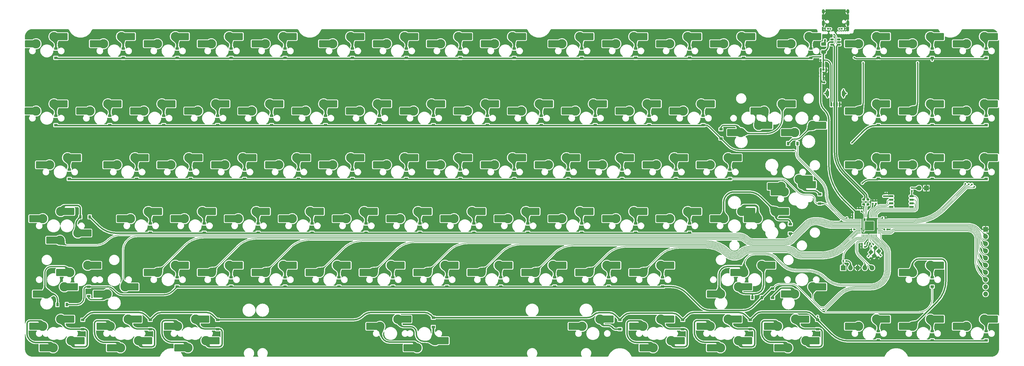
<source format=gbl>
%TF.GenerationSoftware,KiCad,Pcbnew,(6.0.6)*%
%TF.CreationDate,2023-01-04T14:02:57+11:00*%
%TF.ProjectId,slime88,736c696d-6538-4382-9e6b-696361645f70,rev?*%
%TF.SameCoordinates,Original*%
%TF.FileFunction,Copper,L2,Bot*%
%TF.FilePolarity,Positive*%
%FSLAX46Y46*%
G04 Gerber Fmt 4.6, Leading zero omitted, Abs format (unit mm)*
G04 Created by KiCad (PCBNEW (6.0.6)) date 2023-01-04 14:02:57*
%MOMM*%
%LPD*%
G01*
G04 APERTURE LIST*
G04 Aperture macros list*
%AMRoundRect*
0 Rectangle with rounded corners*
0 $1 Rounding radius*
0 $2 $3 $4 $5 $6 $7 $8 $9 X,Y pos of 4 corners*
0 Add a 4 corners polygon primitive as box body*
4,1,4,$2,$3,$4,$5,$6,$7,$8,$9,$2,$3,0*
0 Add four circle primitives for the rounded corners*
1,1,$1+$1,$2,$3*
1,1,$1+$1,$4,$5*
1,1,$1+$1,$6,$7*
1,1,$1+$1,$8,$9*
0 Add four rect primitives between the rounded corners*
20,1,$1+$1,$2,$3,$4,$5,0*
20,1,$1+$1,$4,$5,$6,$7,0*
20,1,$1+$1,$6,$7,$8,$9,0*
20,1,$1+$1,$8,$9,$2,$3,0*%
%AMRotRect*
0 Rectangle, with rotation*
0 The origin of the aperture is its center*
0 $1 length*
0 $2 width*
0 $3 Rotation angle, in degrees counterclockwise*
0 Add horizontal line*
21,1,$1,$2,0,0,$3*%
G04 Aperture macros list end*
%TA.AperFunction,ComponentPad*%
%ADD10O,1.000000X2.100000*%
%TD*%
%TA.AperFunction,ComponentPad*%
%ADD11O,1.000000X1.600000*%
%TD*%
%TA.AperFunction,ComponentPad*%
%ADD12R,1.700000X1.700000*%
%TD*%
%TA.AperFunction,ComponentPad*%
%ADD13O,1.700000X1.700000*%
%TD*%
%TA.AperFunction,SMDPad,CuDef*%
%ADD14RotRect,1.400000X1.200000X45.000000*%
%TD*%
%TA.AperFunction,SMDPad,CuDef*%
%ADD15R,1.200000X0.900000*%
%TD*%
%TA.AperFunction,SMDPad,CuDef*%
%ADD16RoundRect,0.250000X1.025000X1.000000X-1.025000X1.000000X-1.025000X-1.000000X1.025000X-1.000000X0*%
%TD*%
%TA.AperFunction,SMDPad,CuDef*%
%ADD17R,1.650000X2.500000*%
%TD*%
%TA.AperFunction,ComponentPad*%
%ADD18C,3.300000*%
%TD*%
%TA.AperFunction,SMDPad,CuDef*%
%ADD19RoundRect,0.140000X0.140000X0.170000X-0.140000X0.170000X-0.140000X-0.170000X0.140000X-0.170000X0*%
%TD*%
%TA.AperFunction,SMDPad,CuDef*%
%ADD20RoundRect,0.140000X0.170000X-0.140000X0.170000X0.140000X-0.170000X0.140000X-0.170000X-0.140000X0*%
%TD*%
%TA.AperFunction,SMDPad,CuDef*%
%ADD21RoundRect,0.200000X-0.275000X0.200000X-0.275000X-0.200000X0.275000X-0.200000X0.275000X0.200000X0*%
%TD*%
%TA.AperFunction,SMDPad,CuDef*%
%ADD22RoundRect,0.135000X0.135000X0.185000X-0.135000X0.185000X-0.135000X-0.185000X0.135000X-0.185000X0*%
%TD*%
%TA.AperFunction,SMDPad,CuDef*%
%ADD23RoundRect,0.250000X-0.625000X0.375000X-0.625000X-0.375000X0.625000X-0.375000X0.625000X0.375000X0*%
%TD*%
%TA.AperFunction,SMDPad,CuDef*%
%ADD24RoundRect,0.250000X-1.025000X-1.000000X1.025000X-1.000000X1.025000X1.000000X-1.025000X1.000000X0*%
%TD*%
%TA.AperFunction,SMDPad,CuDef*%
%ADD25RoundRect,0.204695X0.818780X1.045305X-0.818780X1.045305X-0.818780X-1.045305X0.818780X-1.045305X0*%
%TD*%
%TA.AperFunction,SMDPad,CuDef*%
%ADD26RoundRect,0.140000X-0.140000X-0.170000X0.140000X-0.170000X0.140000X0.170000X-0.140000X0.170000X0*%
%TD*%
%TA.AperFunction,SMDPad,CuDef*%
%ADD27RoundRect,0.150000X0.650000X0.150000X-0.650000X0.150000X-0.650000X-0.150000X0.650000X-0.150000X0*%
%TD*%
%TA.AperFunction,SMDPad,CuDef*%
%ADD28R,0.900000X1.200000*%
%TD*%
%TA.AperFunction,SMDPad,CuDef*%
%ADD29RoundRect,0.150000X0.475000X0.150000X-0.475000X0.150000X-0.475000X-0.150000X0.475000X-0.150000X0*%
%TD*%
%TA.AperFunction,SMDPad,CuDef*%
%ADD30RoundRect,0.050000X0.387500X0.050000X-0.387500X0.050000X-0.387500X-0.050000X0.387500X-0.050000X0*%
%TD*%
%TA.AperFunction,SMDPad,CuDef*%
%ADD31RoundRect,0.050000X0.050000X0.387500X-0.050000X0.387500X-0.050000X-0.387500X0.050000X-0.387500X0*%
%TD*%
%TA.AperFunction,ComponentPad*%
%ADD32C,0.600000*%
%TD*%
%TA.AperFunction,SMDPad,CuDef*%
%ADD33RoundRect,0.144000X1.456000X1.456000X-1.456000X1.456000X-1.456000X-1.456000X1.456000X-1.456000X0*%
%TD*%
%TA.AperFunction,SMDPad,CuDef*%
%ADD34RoundRect,0.135000X-0.185000X0.135000X-0.185000X-0.135000X0.185000X-0.135000X0.185000X0.135000X0*%
%TD*%
%TA.AperFunction,SMDPad,CuDef*%
%ADD35RoundRect,0.140000X0.021213X-0.219203X0.219203X-0.021213X-0.021213X0.219203X-0.219203X0.021213X0*%
%TD*%
%TA.AperFunction,SMDPad,CuDef*%
%ADD36RoundRect,0.140000X0.219203X0.021213X0.021213X0.219203X-0.219203X-0.021213X-0.021213X-0.219203X0*%
%TD*%
%TA.AperFunction,SMDPad,CuDef*%
%ADD37RoundRect,0.135000X0.035355X-0.226274X0.226274X-0.035355X-0.035355X0.226274X-0.226274X0.035355X0*%
%TD*%
%TA.AperFunction,SMDPad,CuDef*%
%ADD38RoundRect,0.135000X-0.135000X-0.185000X0.135000X-0.185000X0.135000X0.185000X-0.135000X0.185000X0*%
%TD*%
%TA.AperFunction,SMDPad,CuDef*%
%ADD39RoundRect,0.180000X0.720000X1.070000X-0.720000X1.070000X-0.720000X-1.070000X0.720000X-1.070000X0*%
%TD*%
%TA.AperFunction,SMDPad,CuDef*%
%ADD40RoundRect,0.150000X0.150000X-0.587500X0.150000X0.587500X-0.150000X0.587500X-0.150000X-0.587500X0*%
%TD*%
%TA.AperFunction,SMDPad,CuDef*%
%ADD41RoundRect,0.150000X-0.150000X-0.625000X0.150000X-0.625000X0.150000X0.625000X-0.150000X0.625000X0*%
%TD*%
%TA.AperFunction,SMDPad,CuDef*%
%ADD42RoundRect,0.250000X-0.350000X-0.650000X0.350000X-0.650000X0.350000X0.650000X-0.350000X0.650000X0*%
%TD*%
%TA.AperFunction,ViaPad*%
%ADD43C,0.600000*%
%TD*%
%TA.AperFunction,ViaPad*%
%ADD44C,0.800000*%
%TD*%
%TA.AperFunction,Conductor*%
%ADD45C,0.500000*%
%TD*%
%TA.AperFunction,Conductor*%
%ADD46C,0.300000*%
%TD*%
%TA.AperFunction,Conductor*%
%ADD47C,0.400000*%
%TD*%
%TA.AperFunction,Conductor*%
%ADD48C,0.200000*%
%TD*%
%TA.AperFunction,Conductor*%
%ADD49C,0.700000*%
%TD*%
G04 APERTURE END LIST*
D10*
%TO.P,J1,S1,SHIELD*%
%TO.N,GND*%
X321526562Y-55492500D03*
D11*
X321526562Y-51312500D03*
D10*
X330166562Y-55492500D03*
D11*
X330166562Y-51312500D03*
%TD*%
D12*
%TO.P,J2,1,Pin_1*%
%TO.N,~{RESET}*%
X328530000Y-142070000D03*
D13*
%TO.P,J2,2,Pin_2*%
%TO.N,+3V3*%
X331070000Y-142070000D03*
%TO.P,J2,3,Pin_3*%
%TO.N,GND*%
X333610000Y-142070000D03*
%TO.P,J2,4,Pin_4*%
%TO.N,SWD*%
X336150000Y-142070000D03*
%TO.P,J2,5,Pin_5*%
%TO.N,SWCLK*%
X338690000Y-142070000D03*
%TD*%
D14*
%TO.P,Y1,1,1*%
%TO.N,/XTAL_O*%
X338321142Y-136556777D03*
%TO.P,Y1,2,2*%
%TO.N,GND*%
X339876777Y-135001142D03*
%TO.P,Y1,3,3*%
%TO.N,XTAL_IN*%
X341078858Y-136203223D03*
%TO.P,Y1,4,4*%
%TO.N,GND*%
X339523223Y-137758858D03*
%TD*%
D15*
%TO.P,D39,1,K*%
%TO.N,ROW2*%
X117090312Y-110608750D03*
%TO.P,D39,2,A*%
%TO.N,Net-(D39-Pad2)*%
X117090312Y-107308750D03*
%TD*%
D16*
%TO.P,SW95,1,1*%
%TO.N,COL10*%
X232761562Y-162775000D03*
D17*
X234486562Y-162775000D03*
D18*
X236311562Y-162775000D03*
D17*
%TO.P,SW95,2,2*%
%TO.N,Net-(D85-Pad2)*%
X244461562Y-160235000D03*
D16*
X246211562Y-160235000D03*
D18*
X242661562Y-160235000D03*
%TD*%
D16*
%TO.P,SW69,1,1*%
%TO.N,COL12*%
X294674062Y-124675000D03*
D17*
X296399062Y-124675000D03*
D18*
X298224062Y-124675000D03*
%TO.P,SW69,2,2*%
%TO.N,Net-(D65-Pad2)*%
X304574062Y-122135000D03*
D16*
X308124062Y-122135000D03*
D17*
X306374062Y-122135000D03*
%TD*%
D18*
%TO.P,SW102,1,1*%
%TO.N,COL14*%
X333942812Y-162775000D03*
D17*
X332117812Y-162775000D03*
D16*
X330392812Y-162775000D03*
D18*
%TO.P,SW102,2,2*%
%TO.N,Net-(D89-Pad2)*%
X340292812Y-160235000D03*
D16*
X343842812Y-160235000D03*
D17*
X342092812Y-160235000D03*
%TD*%
D18*
%TO.P,SW86,1,1*%
%TO.N,COL15*%
X352992812Y-143725000D03*
D17*
X351167812Y-143725000D03*
D16*
X349442812Y-143725000D03*
D18*
%TO.P,SW86,2,2*%
%TO.N,Net-(D80-Pad2)*%
X359342812Y-141185000D03*
D16*
X362892812Y-141185000D03*
D17*
X361142812Y-141185000D03*
%TD*%
D15*
%TO.P,D15,1,K*%
%TO.N,ROW0*%
X340927812Y-67746250D03*
%TO.P,D15,2,A*%
%TO.N,Net-(D15-Pad2)*%
X340927812Y-64446250D03*
%TD*%
D19*
%TO.P,C9,1*%
%TO.N,+3V3*%
X336140000Y-134620000D03*
%TO.P,C9,2*%
%TO.N,GND*%
X335180000Y-134620000D03*
%TD*%
D18*
%TO.P,SW29,1,1*%
%TO.N,COL11*%
X252980312Y-86575000D03*
D17*
X251155312Y-86575000D03*
D16*
X249430312Y-86575000D03*
D17*
%TO.P,SW29,2,2*%
%TO.N,Net-(D29-Pad2)*%
X261130312Y-84035000D03*
D16*
X262880312Y-84035000D03*
D18*
X259330312Y-84035000D03*
%TD*%
D15*
%TO.P,D9,1,K*%
%TO.N,ROW0*%
X212340312Y-67746250D03*
%TO.P,D9,2,A*%
%TO.N,Net-(D9-Pad2)*%
X212340312Y-64446250D03*
%TD*%
D17*
%TO.P,SW42,1,1*%
%TO.N,COL5*%
X146380312Y-105625000D03*
D18*
X148205312Y-105625000D03*
D16*
X144655312Y-105625000D03*
D17*
%TO.P,SW42,2,2*%
%TO.N,Net-(D41-Pad2)*%
X156355312Y-103085000D03*
D18*
X154555312Y-103085000D03*
D16*
X158105312Y-103085000D03*
%TD*%
%TO.P,SW3,1,1*%
%TO.N,COL2*%
X82742812Y-62762500D03*
D17*
X84467812Y-62762500D03*
D18*
X86292812Y-62762500D03*
%TO.P,SW3,2,2*%
%TO.N,Net-(D3-Pad2)*%
X92642812Y-60222500D03*
D16*
X96192812Y-60222500D03*
D17*
X94442812Y-60222500D03*
%TD*%
D20*
%TO.P,C3,1*%
%TO.N,+1V1*%
X340040312Y-119350000D03*
%TO.P,C3,2*%
%TO.N,GND*%
X340040312Y-118390000D03*
%TD*%
D17*
%TO.P,SW11,1,1*%
%TO.N,COL10*%
X246392812Y-62762500D03*
D16*
X244667812Y-62762500D03*
D18*
X248217812Y-62762500D03*
D17*
%TO.P,SW11,2,2*%
%TO.N,Net-(D11-Pad2)*%
X256367812Y-60222500D03*
D16*
X258117812Y-60222500D03*
D18*
X254567812Y-60222500D03*
%TD*%
D16*
%TO.P,SW28,1,1*%
%TO.N,COL10*%
X230380312Y-86575000D03*
D18*
X233930312Y-86575000D03*
D17*
X232105312Y-86575000D03*
D16*
%TO.P,SW28,2,2*%
%TO.N,Net-(D28-Pad2)*%
X243830312Y-84035000D03*
D18*
X240280312Y-84035000D03*
D17*
X242080312Y-84035000D03*
%TD*%
D19*
%TO.P,C2,1*%
%TO.N,+1V1*%
X336140000Y-133560000D03*
%TO.P,C2,2*%
%TO.N,GND*%
X335180000Y-133560000D03*
%TD*%
D17*
%TO.P,SW35,1,1*%
%TO.N,COL15*%
X351167812Y-86575000D03*
D16*
X349442812Y-86575000D03*
D18*
X352992812Y-86575000D03*
D16*
%TO.P,SW35,2,2*%
%TO.N,Net-(D34-Pad2)*%
X362892812Y-84035000D03*
D18*
X359342812Y-84035000D03*
D17*
X361142812Y-84035000D03*
%TD*%
D19*
%TO.P,C11,1*%
%TO.N,+3V3*%
X332800312Y-123382500D03*
%TO.P,C11,2*%
%TO.N,GND*%
X331840312Y-123382500D03*
%TD*%
D16*
%TO.P,SW36,1,1*%
%TO.N,COL16*%
X368492812Y-86575000D03*
D17*
X370217812Y-86575000D03*
D18*
X372042812Y-86575000D03*
D17*
%TO.P,SW36,2,2*%
%TO.N,Net-(D35-Pad2)*%
X380192812Y-84035000D03*
D16*
X381942812Y-84035000D03*
D18*
X378392812Y-84035000D03*
%TD*%
D16*
%TO.P,SW12,1,1*%
%TO.N,COL11*%
X263717812Y-62762500D03*
D18*
X267267812Y-62762500D03*
D17*
X265442812Y-62762500D03*
D16*
%TO.P,SW12,2,2*%
%TO.N,Net-(D12-Pad2)*%
X277167812Y-60222500D03*
D18*
X273617812Y-60222500D03*
D17*
X275417812Y-60222500D03*
%TD*%
D15*
%TO.P,D45,1,K*%
%TO.N,ROW2*%
X231390312Y-110608750D03*
%TO.P,D45,2,A*%
%TO.N,Net-(D45-Pad2)*%
X231390312Y-107308750D03*
%TD*%
D18*
%TO.P,SW60,1,1*%
%TO.N,COL4*%
X133917812Y-124675000D03*
D16*
X130367812Y-124675000D03*
D17*
X132092812Y-124675000D03*
D18*
%TO.P,SW60,2,2*%
%TO.N,Net-(D57-Pad2)*%
X140267812Y-122135000D03*
D16*
X143817812Y-122135000D03*
D17*
X142067812Y-122135000D03*
%TD*%
D15*
%TO.P,D42,1,K*%
%TO.N,ROW2*%
X174240312Y-110608750D03*
%TO.P,D42,2,A*%
%TO.N,Net-(D42-Pad2)*%
X174240312Y-107308750D03*
%TD*%
D17*
%TO.P,SW73,1,1*%
%TO.N,COL2*%
X84467812Y-143725000D03*
D16*
X82742812Y-143725000D03*
D18*
X86292812Y-143725000D03*
D16*
%TO.P,SW73,2,2*%
%TO.N,Net-(D68-Pad2)*%
X96192812Y-141185000D03*
D17*
X94442812Y-141185000D03*
D18*
X92642812Y-141185000D03*
%TD*%
D15*
%TO.P,D19,1,K*%
%TO.N,ROW1*%
X69465312Y-91558750D03*
%TO.P,D19,2,A*%
%TO.N,Net-(D19-Pad2)*%
X69465312Y-88258750D03*
%TD*%
D16*
%TO.P,SW9,1,1*%
%TO.N,COL8*%
X201805312Y-62762500D03*
D18*
X205355312Y-62762500D03*
D17*
X203530312Y-62762500D03*
%TO.P,SW9,2,2*%
%TO.N,Net-(D9-Pad2)*%
X213505312Y-60222500D03*
D18*
X211705312Y-60222500D03*
D16*
X215255312Y-60222500D03*
%TD*%
D20*
%TO.P,C1,1*%
%TO.N,+1V1*%
X335040312Y-122062500D03*
%TO.P,C1,2*%
%TO.N,GND*%
X335040312Y-121102500D03*
%TD*%
D21*
%TO.P,R3,1*%
%TO.N,DBUS-*%
X335730312Y-117937500D03*
%TO.P,R3,2*%
%TO.N,/D_-*%
X335730312Y-119587500D03*
%TD*%
D17*
%TO.P,SW48,1,1*%
%TO.N,COL11*%
X260680312Y-105625000D03*
D18*
X262505312Y-105625000D03*
D16*
X258955312Y-105625000D03*
D17*
%TO.P,SW48,2,2*%
%TO.N,Net-(D47-Pad2)*%
X270655312Y-103085000D03*
D16*
X272405312Y-103085000D03*
D18*
X268855312Y-103085000D03*
%TD*%
D17*
%TO.P,SW40,1,1*%
%TO.N,COL3*%
X108280312Y-105625000D03*
D16*
X106555312Y-105625000D03*
D18*
X110105312Y-105625000D03*
%TO.P,SW40,2,2*%
%TO.N,Net-(D39-Pad2)*%
X116455312Y-103085000D03*
D17*
X118255312Y-103085000D03*
D16*
X120005312Y-103085000D03*
%TD*%
D15*
%TO.P,D18,1,K*%
%TO.N,ROW1*%
X50415312Y-91558750D03*
%TO.P,D18,2,A*%
%TO.N,Net-(D18-Pad2)*%
X50415312Y-88258750D03*
%TD*%
D22*
%TO.P,R7,1*%
%TO.N,/CC2*%
X323147812Y-57452500D03*
%TO.P,R7,2*%
%TO.N,GND*%
X322127812Y-57452500D03*
%TD*%
D17*
%TO.P,SW17,1,1*%
%TO.N,COL16*%
X370217812Y-62762500D03*
D16*
X368492812Y-62762500D03*
D18*
X372042812Y-62762500D03*
D17*
%TO.P,SW17,2,2*%
%TO.N,Net-(D17-Pad2)*%
X380192812Y-60222500D03*
D18*
X378392812Y-60222500D03*
D16*
X381942812Y-60222500D03*
%TD*%
D15*
%TO.P,D44,1,K*%
%TO.N,ROW2*%
X212340312Y-110608750D03*
%TO.P,D44,2,A*%
%TO.N,Net-(D44-Pad2)*%
X212340312Y-107308750D03*
%TD*%
D16*
%TO.P,SW7,1,1*%
%TO.N,COL6*%
X163705312Y-62762500D03*
D18*
X167255312Y-62762500D03*
D17*
X165430312Y-62762500D03*
D16*
%TO.P,SW7,2,2*%
%TO.N,Net-(D7-Pad2)*%
X177155312Y-60222500D03*
D17*
X175405312Y-60222500D03*
D18*
X173605312Y-60222500D03*
%TD*%
D23*
%TO.P,F1,1*%
%TO.N,VBUS*%
X321630312Y-62862500D03*
%TO.P,F1,2*%
%TO.N,+5V*%
X321630312Y-65662500D03*
%TD*%
D16*
%TO.P,SW26,1,1*%
%TO.N,COL8*%
X192280312Y-86575000D03*
D18*
X195830312Y-86575000D03*
D17*
X194005312Y-86575000D03*
D18*
%TO.P,SW26,2,2*%
%TO.N,Net-(D26-Pad2)*%
X202180312Y-84035000D03*
D17*
X203980312Y-84035000D03*
D16*
X205730312Y-84035000D03*
%TD*%
%TO.P,SW30,1,1*%
%TO.N,COL12*%
X268480312Y-86575000D03*
D17*
X270205312Y-86575000D03*
D18*
X272030312Y-86575000D03*
D16*
%TO.P,SW30,2,2*%
%TO.N,Net-(D30-Pad2)*%
X281930312Y-84035000D03*
D18*
X278380312Y-84035000D03*
D17*
X280180312Y-84035000D03*
%TD*%
D15*
%TO.P,D52,1,K*%
%TO.N,ROW2*%
X379027812Y-110608750D03*
%TO.P,D52,2,A*%
%TO.N,Net-(D52-Pad2)*%
X379027812Y-107308750D03*
%TD*%
D18*
%TO.P,SW97,1,1*%
%TO.N,Net-(D86-Pad2)*%
X267744062Y-167855000D03*
D24*
X271294062Y-167855000D03*
D17*
X269569062Y-167855000D03*
%TO.P,SW97,2,2*%
%TO.N,COL11*%
X259594062Y-170395000D03*
D24*
X257844062Y-170395000D03*
D18*
X261394062Y-170395000D03*
%TD*%
D16*
%TO.P,SW14,1,1*%
%TO.N,COL13*%
X306580312Y-62762500D03*
D18*
X310130312Y-62762500D03*
D17*
X308305312Y-62762500D03*
D18*
%TO.P,SW14,2,2*%
%TO.N,Net-(D14-Pad2)*%
X316480312Y-60222500D03*
D25*
X319773062Y-60222500D03*
D17*
X318280312Y-60222500D03*
%TD*%
D15*
%TO.P,D50,1,K*%
%TO.N,ROW2*%
X340927812Y-110608750D03*
%TO.P,D50,2,A*%
%TO.N,Net-(D50-Pad2)*%
X340927812Y-107308750D03*
%TD*%
%TO.P,D35,1,K*%
%TO.N,ROW1*%
X379027812Y-91558750D03*
%TO.P,D35,2,A*%
%TO.N,Net-(D35-Pad2)*%
X379027812Y-88258750D03*
%TD*%
D26*
%TO.P,C8,1*%
%TO.N,+3V3*%
X343120000Y-128460000D03*
%TO.P,C8,2*%
%TO.N,GND*%
X344080000Y-128460000D03*
%TD*%
D17*
%TO.P,SW65,1,1*%
%TO.N,COL9*%
X227342812Y-124675000D03*
D16*
X225617812Y-124675000D03*
D18*
X229167812Y-124675000D03*
D17*
%TO.P,SW65,2,2*%
%TO.N,Net-(D62-Pad2)*%
X237317812Y-122135000D03*
D16*
X239067812Y-122135000D03*
D18*
X235517812Y-122135000D03*
%TD*%
D24*
%TO.P,SW99,1,1*%
%TO.N,Net-(D87-Pad2)*%
X295106562Y-167855000D03*
D18*
X291556562Y-167855000D03*
D17*
X293381562Y-167855000D03*
D24*
%TO.P,SW99,2,2*%
%TO.N,COL12*%
X281656562Y-170395000D03*
D18*
X285206562Y-170395000D03*
D17*
X283406562Y-170395000D03*
%TD*%
%TO.P,SW24,1,1*%
%TO.N,COL6*%
X155905312Y-86575000D03*
D16*
X154180312Y-86575000D03*
D18*
X157730312Y-86575000D03*
%TO.P,SW24,2,2*%
%TO.N,Net-(D24-Pad2)*%
X164080312Y-84035000D03*
D17*
X165880312Y-84035000D03*
D16*
X167630312Y-84035000D03*
%TD*%
D15*
%TO.P,D8,1,K*%
%TO.N,ROW0*%
X193290312Y-67746250D03*
%TO.P,D8,2,A*%
%TO.N,Net-(D8-Pad2)*%
X193290312Y-64446250D03*
%TD*%
D27*
%TO.P,U4,1,~{CS}*%
%TO.N,CS*%
X352720000Y-116715000D03*
%TO.P,U4,2,DO(IO1)*%
%TO.N,SD1*%
X352720000Y-117985000D03*
%TO.P,U4,3,IO2*%
%TO.N,SD2*%
X352720000Y-119255000D03*
%TO.P,U4,4,GND*%
%TO.N,GND*%
X352720000Y-120525000D03*
%TO.P,U4,5,DI(IO0)*%
%TO.N,SD0*%
X345520000Y-120525000D03*
%TO.P,U4,6,CLK*%
%TO.N,QSPI_CLK*%
X345520000Y-119255000D03*
%TO.P,U4,7,IO3*%
%TO.N,SD3*%
X345520000Y-117985000D03*
%TO.P,U4,8,VCC*%
%TO.N,+3V3*%
X345520000Y-116715000D03*
%TD*%
D18*
%TO.P,SW87,1,1*%
%TO.N,COL0*%
X45811562Y-162775000D03*
D17*
X43986562Y-162775000D03*
D16*
X42261562Y-162775000D03*
D17*
%TO.P,SW87,2,2*%
%TO.N,Net-(D81-Pad2)*%
X53961562Y-160235000D03*
D18*
X52161562Y-160235000D03*
D16*
X55711562Y-160235000D03*
%TD*%
D15*
%TO.P,D4,1,K*%
%TO.N,ROW0*%
X112327812Y-67746250D03*
%TO.P,D4,2,A*%
%TO.N,Net-(D4-Pad2)*%
X112327812Y-64446250D03*
%TD*%
%TO.P,D49,1,K*%
%TO.N,ROW2*%
X320290312Y-119340000D03*
%TO.P,D49,2,A*%
%TO.N,Net-(D49-Pad2)*%
X320290312Y-116040000D03*
%TD*%
%TO.P,D68,1,K*%
%TO.N,ROW4*%
X93277812Y-148708750D03*
%TO.P,D68,2,A*%
%TO.N,Net-(D68-Pad2)*%
X93277812Y-145408750D03*
%TD*%
D18*
%TO.P,SW92,1,1*%
%TO.N,Net-(D83-Pad2)*%
X103437812Y-167855000D03*
D17*
X105262812Y-167855000D03*
D24*
X106987812Y-167855000D03*
D17*
%TO.P,SW92,2,2*%
%TO.N,COL2*%
X95287812Y-170395000D03*
D18*
X97087812Y-170395000D03*
D24*
X93537812Y-170395000D03*
%TD*%
D17*
%TO.P,SW76,1,1*%
%TO.N,COL5*%
X141617812Y-143725000D03*
D18*
X143442812Y-143725000D03*
D16*
X139892812Y-143725000D03*
%TO.P,SW76,2,2*%
%TO.N,Net-(D71-Pad2)*%
X153342812Y-141185000D03*
D18*
X149792812Y-141185000D03*
D17*
X151592812Y-141185000D03*
%TD*%
D28*
%TO.P,D53,1,K*%
%TO.N,ROW3*%
X62384062Y-124040000D03*
%TO.P,D53,2,A*%
%TO.N,Net-(D53-Pad2)*%
X59084062Y-124040000D03*
%TD*%
D16*
%TO.P,SW53,1,1*%
%TO.N,COL15*%
X349442812Y-105625000D03*
D18*
X352992812Y-105625000D03*
D17*
X351167812Y-105625000D03*
D18*
%TO.P,SW53,2,2*%
%TO.N,Net-(D51-Pad2)*%
X359342812Y-103085000D03*
D16*
X362892812Y-103085000D03*
D17*
X361142812Y-103085000D03*
%TD*%
D16*
%TO.P,SW61,1,1*%
%TO.N,COL5*%
X149417812Y-124675000D03*
D17*
X151142812Y-124675000D03*
D18*
X152967812Y-124675000D03*
D16*
%TO.P,SW61,2,2*%
%TO.N,Net-(D58-Pad2)*%
X162867812Y-122135000D03*
D18*
X159317812Y-122135000D03*
D17*
X161117812Y-122135000D03*
%TD*%
D15*
%TO.P,D89,1,K*%
%TO.N,ROW5*%
X340927812Y-167758750D03*
%TO.P,D89,2,A*%
%TO.N,Net-(D89-Pad2)*%
X340927812Y-164458750D03*
%TD*%
D16*
%TO.P,SW51,1,1*%
%TO.N,COL13*%
X304199062Y-115150000D03*
D17*
X305924062Y-115150000D03*
D18*
X307749062Y-115150000D03*
D17*
%TO.P,SW51,2,2*%
%TO.N,Net-(D49-Pad2)*%
X315899062Y-112610000D03*
D18*
X314099062Y-112610000D03*
D16*
X317649062Y-112610000D03*
%TD*%
D17*
%TO.P,SW37,1,1*%
%TO.N,COL0*%
X46367812Y-105625000D03*
D16*
X44642812Y-105625000D03*
D18*
X48192812Y-105625000D03*
D16*
%TO.P,SW37,2,2*%
%TO.N,Net-(D36-Pad2)*%
X58092812Y-103085000D03*
D17*
X56342812Y-103085000D03*
D18*
X54542812Y-103085000D03*
%TD*%
D16*
%TO.P,SW62,1,1*%
%TO.N,COL6*%
X168467812Y-124675000D03*
D18*
X172017812Y-124675000D03*
D17*
X170192812Y-124675000D03*
D16*
%TO.P,SW62,2,2*%
%TO.N,Net-(D59-Pad2)*%
X181917812Y-122135000D03*
D17*
X180167812Y-122135000D03*
D18*
X178367812Y-122135000D03*
%TD*%
D15*
%TO.P,D72,1,K*%
%TO.N,ROW4*%
X169477812Y-148708750D03*
%TO.P,D72,2,A*%
%TO.N,Net-(D72-Pad2)*%
X169477812Y-145408750D03*
%TD*%
%TO.P,D7,1,K*%
%TO.N,ROW0*%
X174240312Y-67746250D03*
%TO.P,D7,2,A*%
%TO.N,Net-(D7-Pad2)*%
X174240312Y-64446250D03*
%TD*%
%TO.P,D43,1,K*%
%TO.N,ROW2*%
X193290312Y-110608750D03*
%TO.P,D43,2,A*%
%TO.N,Net-(D43-Pad2)*%
X193290312Y-107308750D03*
%TD*%
D29*
%TO.P,U3,1,IO1*%
%TO.N,unconnected-(U3-Pad1)*%
X326972812Y-61212500D03*
%TO.P,U3,2,VN*%
%TO.N,GND*%
X326972812Y-62162500D03*
%TO.P,U3,3,IO2*%
%TO.N,DBUS+*%
X327047812Y-63112500D03*
%TO.P,U3,4,IO3*%
%TO.N,DBUS-*%
X324622812Y-63112500D03*
%TO.P,U3,5,VP*%
%TO.N,+5V*%
X324622812Y-62162500D03*
%TO.P,U3,6,IO4*%
%TO.N,unconnected-(U3-Pad6)*%
X324622812Y-61212500D03*
%TD*%
D24*
%TO.P,SW72,1,1*%
%TO.N,COL1*%
X78412812Y-148805000D03*
D18*
X74862812Y-148805000D03*
D17*
X76687812Y-148805000D03*
%TO.P,SW72,2,2*%
%TO.N,Net-(D67-Pad2)*%
X66712812Y-151345000D03*
D24*
X64962812Y-151345000D03*
D18*
X68512812Y-151345000D03*
%TD*%
D19*
%TO.P,C14,1*%
%TO.N,GND*%
X321570312Y-73712500D03*
%TO.P,C14,2*%
%TO.N,+3V3*%
X320610312Y-73712500D03*
%TD*%
D15*
%TO.P,D69,1,K*%
%TO.N,ROW4*%
X112327812Y-148708750D03*
%TO.P,D69,2,A*%
%TO.N,Net-(D69-Pad2)*%
X112327812Y-145408750D03*
%TD*%
D16*
%TO.P,SW34,1,1*%
%TO.N,COL14*%
X330392812Y-86575000D03*
D17*
X332117812Y-86575000D03*
D18*
X333942812Y-86575000D03*
%TO.P,SW34,2,2*%
%TO.N,Net-(D33-Pad2)*%
X340292812Y-84035000D03*
D17*
X342092812Y-84035000D03*
D16*
X343842812Y-84035000D03*
%TD*%
D26*
%TO.P,C13,1*%
%TO.N,GND*%
X320590312Y-68532500D03*
%TO.P,C13,2*%
%TO.N,+5V*%
X321550312Y-68532500D03*
%TD*%
D24*
%TO.P,SW31,1,1*%
%TO.N,COL13*%
X302250312Y-91655000D03*
D17*
X300525312Y-91655000D03*
D18*
X298700312Y-91655000D03*
D24*
%TO.P,SW31,2,2*%
%TO.N,Net-(D31-Pad2)*%
X288800312Y-94195000D03*
D18*
X292350312Y-94195000D03*
D17*
X290550312Y-94195000D03*
%TD*%
D22*
%TO.P,R1,1*%
%TO.N,+3V3*%
X329560000Y-139650000D03*
%TO.P,R1,2*%
%TO.N,~{RESET}*%
X328540000Y-139650000D03*
%TD*%
D20*
%TO.P,C5,1*%
%TO.N,+3V3*%
X333992224Y-122065858D03*
%TO.P,C5,2*%
%TO.N,GND*%
X333992224Y-121105858D03*
%TD*%
D18*
%TO.P,SW43,1,1*%
%TO.N,COL6*%
X167255312Y-105625000D03*
D16*
X163705312Y-105625000D03*
D17*
X165430312Y-105625000D03*
D16*
%TO.P,SW43,2,2*%
%TO.N,Net-(D42-Pad2)*%
X177155312Y-103085000D03*
D18*
X173605312Y-103085000D03*
D17*
X175405312Y-103085000D03*
%TD*%
D15*
%TO.P,D91,1,K*%
%TO.N,ROW5*%
X379027812Y-167758750D03*
%TO.P,D91,2,A*%
%TO.N,Net-(D91-Pad2)*%
X379027812Y-164458750D03*
%TD*%
D17*
%TO.P,SW5,1,1*%
%TO.N,COL4*%
X122567812Y-62762500D03*
D18*
X124392812Y-62762500D03*
D16*
X120842812Y-62762500D03*
D17*
%TO.P,SW5,2,2*%
%TO.N,Net-(D5-Pad2)*%
X132542812Y-60222500D03*
D16*
X134292812Y-60222500D03*
D18*
X130742812Y-60222500D03*
%TD*%
D15*
%TO.P,D16,1,K*%
%TO.N,ROW0*%
X359977812Y-67746250D03*
%TO.P,D16,2,A*%
%TO.N,Net-(D16-Pad2)*%
X359977812Y-64446250D03*
%TD*%
%TO.P,D55,1,K*%
%TO.N,ROW3*%
X102802812Y-129658750D03*
%TO.P,D55,2,A*%
%TO.N,Net-(D55-Pad2)*%
X102802812Y-126358750D03*
%TD*%
D18*
%TO.P,SW96,1,1*%
%TO.N,COL11*%
X257742812Y-162775000D03*
D17*
X255917812Y-162775000D03*
D16*
X254192812Y-162775000D03*
%TO.P,SW96,2,2*%
%TO.N,Net-(D86-Pad2)*%
X267642812Y-160235000D03*
D17*
X265892812Y-160235000D03*
D18*
X264092812Y-160235000D03*
%TD*%
D15*
%TO.P,D62,1,K*%
%TO.N,ROW3*%
X236152812Y-129658750D03*
%TO.P,D62,2,A*%
%TO.N,Net-(D62-Pad2)*%
X236152812Y-126358750D03*
%TD*%
%TO.P,D87,1,K*%
%TO.N,ROW5*%
X295684062Y-160490000D03*
%TO.P,D87,2,A*%
%TO.N,Net-(D87-Pad2)*%
X295684062Y-163790000D03*
%TD*%
%TO.P,D79,1,K*%
%TO.N,ROW4*%
X303621562Y-149377500D03*
%TO.P,D79,2,A*%
%TO.N,Net-(D79-Pad2)*%
X303621562Y-152677500D03*
%TD*%
%TO.P,D47,1,K*%
%TO.N,ROW2*%
X269490312Y-110608750D03*
%TO.P,D47,2,A*%
%TO.N,Net-(D47-Pad2)*%
X269490312Y-107308750D03*
%TD*%
D16*
%TO.P,SW74,1,1*%
%TO.N,COL3*%
X101792812Y-143725000D03*
D18*
X105342812Y-143725000D03*
D17*
X103517812Y-143725000D03*
D16*
%TO.P,SW74,2,2*%
%TO.N,Net-(D69-Pad2)*%
X115242812Y-141185000D03*
D18*
X111692812Y-141185000D03*
D17*
X113492812Y-141185000D03*
%TD*%
D15*
%TO.P,D41,1,K*%
%TO.N,ROW2*%
X155190312Y-110608750D03*
%TO.P,D41,2,A*%
%TO.N,Net-(D41-Pad2)*%
X155190312Y-107308750D03*
%TD*%
%TO.P,D58,1,K*%
%TO.N,ROW3*%
X159952812Y-129658750D03*
%TO.P,D58,2,A*%
%TO.N,Net-(D58-Pad2)*%
X159952812Y-126358750D03*
%TD*%
D18*
%TO.P,SW82,1,1*%
%TO.N,COL11*%
X257742812Y-143725000D03*
D16*
X254192812Y-143725000D03*
D17*
X255917812Y-143725000D03*
D16*
%TO.P,SW82,2,2*%
%TO.N,Net-(D77-Pad2)*%
X267642812Y-141185000D03*
D18*
X264092812Y-141185000D03*
D17*
X265892812Y-141185000D03*
%TD*%
D15*
%TO.P,D29,1,K*%
%TO.N,ROW1*%
X259965312Y-91558750D03*
%TO.P,D29,2,A*%
%TO.N,Net-(D29-Pad2)*%
X259965312Y-88258750D03*
%TD*%
D18*
%TO.P,SW98,1,1*%
%TO.N,COL12*%
X281555312Y-162775000D03*
D17*
X279730312Y-162775000D03*
D16*
X278005312Y-162775000D03*
%TO.P,SW98,2,2*%
%TO.N,Net-(D87-Pad2)*%
X291455312Y-160235000D03*
D17*
X289705312Y-160235000D03*
D18*
X287905312Y-160235000D03*
%TD*%
D16*
%TO.P,SW49,1,1*%
%TO.N,COL12*%
X278005312Y-105625000D03*
D17*
X279730312Y-105625000D03*
D18*
X281555312Y-105625000D03*
D16*
%TO.P,SW49,2,2*%
%TO.N,Net-(D48-Pad2)*%
X291455312Y-103085000D03*
D17*
X289705312Y-103085000D03*
D18*
X287905312Y-103085000D03*
%TD*%
D15*
%TO.P,D82,1,K*%
%TO.N,ROW5*%
X83752812Y-160490000D03*
%TO.P,D82,2,A*%
%TO.N,Net-(D82-Pad2)*%
X83752812Y-163790000D03*
%TD*%
D17*
%TO.P,SW89,1,1*%
%TO.N,COL1*%
X67799062Y-162775000D03*
D16*
X66074062Y-162775000D03*
D18*
X69624062Y-162775000D03*
%TO.P,SW89,2,2*%
%TO.N,Net-(D82-Pad2)*%
X75974062Y-160235000D03*
D17*
X77774062Y-160235000D03*
D16*
X79524062Y-160235000D03*
%TD*%
D15*
%TO.P,D20,1,K*%
%TO.N,ROW1*%
X88515312Y-91558750D03*
%TO.P,D20,2,A*%
%TO.N,Net-(D20-Pad2)*%
X88515312Y-88258750D03*
%TD*%
%TO.P,D88,1,K*%
%TO.N,ROW5*%
X319496562Y-160490000D03*
%TO.P,D88,2,A*%
%TO.N,Net-(D88-Pad2)*%
X319496562Y-163790000D03*
%TD*%
D19*
%TO.P,C6,1*%
%TO.N,+3V3*%
X332400312Y-128482500D03*
%TO.P,C6,2*%
%TO.N,GND*%
X331440312Y-128482500D03*
%TD*%
D15*
%TO.P,D25,1,K*%
%TO.N,ROW1*%
X183765312Y-91558750D03*
%TO.P,D25,2,A*%
%TO.N,Net-(D25-Pad2)*%
X183765312Y-88258750D03*
%TD*%
D17*
%TO.P,SW58,1,1*%
%TO.N,COL2*%
X93992812Y-124675000D03*
D16*
X92267812Y-124675000D03*
D18*
X95817812Y-124675000D03*
%TO.P,SW58,2,2*%
%TO.N,Net-(D55-Pad2)*%
X102167812Y-122135000D03*
D17*
X103967812Y-122135000D03*
D16*
X105717812Y-122135000D03*
%TD*%
D15*
%TO.P,D76,1,K*%
%TO.N,ROW4*%
X245677812Y-148708750D03*
%TO.P,D76,2,A*%
%TO.N,Net-(D76-Pad2)*%
X245677812Y-145408750D03*
%TD*%
D17*
%TO.P,SW75,1,1*%
%TO.N,COL4*%
X122567812Y-143725000D03*
D16*
X120842812Y-143725000D03*
D18*
X124392812Y-143725000D03*
%TO.P,SW75,2,2*%
%TO.N,Net-(D70-Pad2)*%
X130742812Y-141185000D03*
D16*
X134292812Y-141185000D03*
D17*
X132542812Y-141185000D03*
%TD*%
D18*
%TO.P,SW2,1,1*%
%TO.N,COL1*%
X67242812Y-62762500D03*
D16*
X63692812Y-62762500D03*
D17*
X65417812Y-62762500D03*
%TO.P,SW2,2,2*%
%TO.N,Net-(D2-Pad2)*%
X75392812Y-60222500D03*
D18*
X73592812Y-60222500D03*
D16*
X77142812Y-60222500D03*
%TD*%
D18*
%TO.P,SW32,1,1*%
%TO.N,COL13*%
X300605312Y-86575000D03*
D16*
X297055312Y-86575000D03*
D17*
X298780312Y-86575000D03*
%TO.P,SW32,2,2*%
%TO.N,Net-(D31-Pad2)*%
X308755312Y-84035000D03*
D16*
X310505312Y-84035000D03*
D18*
X306955312Y-84035000D03*
%TD*%
D16*
%TO.P,SW80,1,1*%
%TO.N,COL9*%
X216092812Y-143725000D03*
D18*
X219642812Y-143725000D03*
D17*
X217817812Y-143725000D03*
D18*
%TO.P,SW80,2,2*%
%TO.N,Net-(D75-Pad2)*%
X225992812Y-141185000D03*
D17*
X227792812Y-141185000D03*
D16*
X229542812Y-141185000D03*
%TD*%
D15*
%TO.P,D2,1,K*%
%TO.N,ROW0*%
X74227812Y-67746250D03*
%TO.P,D2,2,A*%
%TO.N,Net-(D2-Pad2)*%
X74227812Y-64446250D03*
%TD*%
%TO.P,D40,1,K*%
%TO.N,ROW2*%
X136140312Y-110608750D03*
%TO.P,D40,2,A*%
%TO.N,Net-(D40-Pad2)*%
X136140312Y-107308750D03*
%TD*%
D17*
%TO.P,SW56,1,1*%
%TO.N,Net-(D53-Pad2)*%
X60019062Y-129755000D03*
D18*
X58194062Y-129755000D03*
D24*
X61744062Y-129755000D03*
%TO.P,SW56,2,2*%
%TO.N,COL0*%
X48294062Y-132295000D03*
D17*
X50044062Y-132295000D03*
D18*
X51844062Y-132295000D03*
%TD*%
D21*
%TO.P,R2,1*%
%TO.N,DBUS+*%
X337316562Y-117937500D03*
%TO.P,R2,2*%
%TO.N,/D_+*%
X337316562Y-119587500D03*
%TD*%
D15*
%TO.P,D26,1,K*%
%TO.N,ROW1*%
X202815312Y-91558750D03*
%TO.P,D26,2,A*%
%TO.N,Net-(D26-Pad2)*%
X202815312Y-88258750D03*
%TD*%
%TO.P,D6,1,K*%
%TO.N,ROW0*%
X155190312Y-67746250D03*
%TO.P,D6,2,A*%
%TO.N,Net-(D6-Pad2)*%
X155190312Y-64446250D03*
%TD*%
D16*
%TO.P,SW66,1,1*%
%TO.N,COL10*%
X244667812Y-124675000D03*
D18*
X248217812Y-124675000D03*
D17*
X246392812Y-124675000D03*
D16*
%TO.P,SW66,2,2*%
%TO.N,Net-(D63-Pad2)*%
X258117812Y-122135000D03*
D18*
X254567812Y-122135000D03*
D17*
X256367812Y-122135000D03*
%TD*%
D20*
%TO.P,C7,1*%
%TO.N,+3V3*%
X338990312Y-119350000D03*
%TO.P,C7,2*%
%TO.N,GND*%
X338990312Y-118390000D03*
%TD*%
D30*
%TO.P,U2,1,IOVDD*%
%TO.N,+3V3*%
X341190312Y-124615000D03*
%TO.P,U2,2,GPIO0*%
%TO.N,COL14*%
X341190312Y-125015000D03*
%TO.P,U2,3,GPIO1*%
%TO.N,COL15*%
X341190312Y-125415000D03*
%TO.P,U2,4,GPIO2*%
%TO.N,ROW0*%
X341190312Y-125815000D03*
%TO.P,U2,5,GPIO3*%
%TO.N,COL16*%
X341190312Y-126215000D03*
%TO.P,U2,6,GPIO4*%
%TO.N,GPIO4*%
X341190312Y-126615000D03*
%TO.P,U2,7,GPIO5*%
%TO.N,GPIO5*%
X341190312Y-127015000D03*
%TO.P,U2,8,GPIO6*%
%TO.N,GPIO6*%
X341190312Y-127415000D03*
%TO.P,U2,9,GPIO7*%
%TO.N,GPIO7*%
X341190312Y-127815000D03*
%TO.P,U2,10,IOVDD*%
%TO.N,+3V3*%
X341190312Y-128215000D03*
%TO.P,U2,11,GPIO8*%
%TO.N,GPIO8*%
X341190312Y-128615000D03*
%TO.P,U2,12,GPIO9*%
%TO.N,GPIO9*%
X341190312Y-129015000D03*
%TO.P,U2,13,GPIO10*%
%TO.N,GPIO10*%
X341190312Y-129415000D03*
%TO.P,U2,14,GPIO11*%
%TO.N,ROW4*%
X341190312Y-129815000D03*
D31*
%TO.P,U2,15,GPIO12*%
%TO.N,ROW5*%
X340352812Y-130652500D03*
%TO.P,U2,16,GPIO13*%
%TO.N,COL13*%
X339952812Y-130652500D03*
%TO.P,U2,17,GPIO14*%
%TO.N,COL12*%
X339552812Y-130652500D03*
%TO.P,U2,18,GPIO15*%
%TO.N,COL11*%
X339152812Y-130652500D03*
%TO.P,U2,19,TESTEN*%
%TO.N,GND*%
X338752812Y-130652500D03*
%TO.P,U2,20,XTAL_IN*%
%TO.N,XTAL_IN*%
X338352812Y-130652500D03*
%TO.P,U2,21,XTAL_OUT*%
%TO.N,XTAL_OUT*%
X337952812Y-130652500D03*
%TO.P,U2,22,IOVDD*%
%TO.N,+3V3*%
X337552812Y-130652500D03*
%TO.P,U2,23,DVDD*%
%TO.N,+1V1*%
X337152812Y-130652500D03*
%TO.P,U2,24,SWCLK*%
%TO.N,SWCLK*%
X336752812Y-130652500D03*
%TO.P,U2,25,SWDIO*%
%TO.N,SWD*%
X336352812Y-130652500D03*
%TO.P,U2,26,~{RUN}*%
%TO.N,~{RESET}*%
X335952812Y-130652500D03*
%TO.P,U2,27,GPIO16*%
%TO.N,COL10*%
X335552812Y-130652500D03*
%TO.P,U2,28,GPIO17*%
%TO.N,COL9*%
X335152812Y-130652500D03*
D30*
%TO.P,U2,29,GPIO18*%
%TO.N,COL8*%
X334315312Y-129815000D03*
%TO.P,U2,30,GPIO19*%
%TO.N,COL7*%
X334315312Y-129415000D03*
%TO.P,U2,31,GPIO20*%
%TO.N,COL6*%
X334315312Y-129015000D03*
%TO.P,U2,32,GPIO21*%
%TO.N,COL5*%
X334315312Y-128615000D03*
%TO.P,U2,33,IOVDD*%
%TO.N,+3V3*%
X334315312Y-128215000D03*
%TO.P,U2,34,GPIO22*%
%TO.N,COL4*%
X334315312Y-127815000D03*
%TO.P,U2,35,GPIO23*%
%TO.N,COL3*%
X334315312Y-127415000D03*
%TO.P,U2,36,GPIO24*%
%TO.N,COL2*%
X334315312Y-127015000D03*
%TO.P,U2,37,GPIO25*%
%TO.N,COL1*%
X334315312Y-126615000D03*
%TO.P,U2,38,GPIO26/ADC0*%
%TO.N,COL0*%
X334315312Y-126215000D03*
%TO.P,U2,39,GPIO27/ADC1*%
%TO.N,ROW3*%
X334315312Y-125815000D03*
%TO.P,U2,40,GPIO28/ADC2*%
%TO.N,ROW2*%
X334315312Y-125415000D03*
%TO.P,U2,41,GPIO29/ADC3*%
%TO.N,ROW1*%
X334315312Y-125015000D03*
%TO.P,U2,42,IOVDD*%
%TO.N,+3V3*%
X334315312Y-124615000D03*
D31*
%TO.P,U2,43,ADC_AVDD*%
X335152812Y-123777500D03*
%TO.P,U2,44,VREG_VIN*%
X335552812Y-123777500D03*
%TO.P,U2,45,VREG_VOUT*%
%TO.N,+1V1*%
X335952812Y-123777500D03*
%TO.P,U2,46,D-*%
%TO.N,/D_-*%
X336352812Y-123777500D03*
%TO.P,U2,47,D+*%
%TO.N,/D_+*%
X336752812Y-123777500D03*
%TO.P,U2,48,USB_VDD*%
%TO.N,+3V3*%
X337152812Y-123777500D03*
%TO.P,U2,49,IOVDD*%
X337552812Y-123777500D03*
%TO.P,U2,50,DVDD*%
%TO.N,+1V1*%
X337952812Y-123777500D03*
%TO.P,U2,51,QSPI_SD3*%
%TO.N,SD3*%
X338352812Y-123777500D03*
%TO.P,U2,52,QSPI_SCLK*%
%TO.N,QSPI_CLK*%
X338752812Y-123777500D03*
%TO.P,U2,53,QSPI_SD0*%
%TO.N,SD0*%
X339152812Y-123777500D03*
%TO.P,U2,54,QSPI_SD2*%
%TO.N,SD2*%
X339552812Y-123777500D03*
%TO.P,U2,55,QSPI_SD1*%
%TO.N,SD1*%
X339952812Y-123777500D03*
%TO.P,U2,56,QSPI_SS_N*%
%TO.N,CS*%
X340352812Y-123777500D03*
D32*
%TO.P,U2,57,GND*%
%TO.N,GND*%
X336477812Y-125940000D03*
X336477812Y-127215000D03*
X339027812Y-127215000D03*
X339027812Y-125940000D03*
X337752812Y-128490000D03*
X336477812Y-128490000D03*
X339027812Y-128490000D03*
D33*
X337752812Y-127215000D03*
D32*
X337752812Y-125940000D03*
X337752812Y-127215000D03*
%TD*%
D18*
%TO.P,SW22,1,1*%
%TO.N,COL4*%
X119630312Y-86575000D03*
D17*
X117805312Y-86575000D03*
D16*
X116080312Y-86575000D03*
D18*
%TO.P,SW22,2,2*%
%TO.N,Net-(D22-Pad2)*%
X125980312Y-84035000D03*
D17*
X127780312Y-84035000D03*
D16*
X129530312Y-84035000D03*
%TD*%
D17*
%TO.P,SW4,1,1*%
%TO.N,COL3*%
X103517812Y-62762500D03*
D16*
X101792812Y-62762500D03*
D18*
X105342812Y-62762500D03*
%TO.P,SW4,2,2*%
%TO.N,Net-(D4-Pad2)*%
X111692812Y-60222500D03*
D16*
X115242812Y-60222500D03*
D17*
X113492812Y-60222500D03*
%TD*%
%TO.P,SW84,1,1*%
%TO.N,COL12*%
X291636562Y-143725000D03*
D18*
X293461562Y-143725000D03*
D16*
X289911562Y-143725000D03*
D17*
%TO.P,SW84,2,2*%
%TO.N,Net-(D78-Pad2)*%
X301611562Y-141185000D03*
D18*
X299811562Y-141185000D03*
D16*
X303361562Y-141185000D03*
%TD*%
%TO.P,SW45,1,1*%
%TO.N,COL8*%
X201805312Y-105625000D03*
D18*
X205355312Y-105625000D03*
D17*
X203530312Y-105625000D03*
%TO.P,SW45,2,2*%
%TO.N,Net-(D44-Pad2)*%
X213505312Y-103085000D03*
D18*
X211705312Y-103085000D03*
D16*
X215255312Y-103085000D03*
%TD*%
D34*
%TO.P,R5,1*%
%TO.N,/~{USB_BOOT}*%
X352740000Y-113870000D03*
%TO.P,R5,2*%
%TO.N,CS*%
X352740000Y-114890000D03*
%TD*%
D17*
%TO.P,SW78,1,1*%
%TO.N,COL7*%
X179717812Y-143725000D03*
D18*
X181542812Y-143725000D03*
D16*
X177992812Y-143725000D03*
D18*
%TO.P,SW78,2,2*%
%TO.N,Net-(D73-Pad2)*%
X187892812Y-141185000D03*
D16*
X191442812Y-141185000D03*
D17*
X189692812Y-141185000D03*
%TD*%
%TO.P,SW16,1,1*%
%TO.N,COL15*%
X351167812Y-62762500D03*
D16*
X349442812Y-62762500D03*
D18*
X352992812Y-62762500D03*
%TO.P,SW16,2,2*%
%TO.N,Net-(D16-Pad2)*%
X359342812Y-60222500D03*
D16*
X362892812Y-60222500D03*
D17*
X361142812Y-60222500D03*
%TD*%
D15*
%TO.P,D23,1,K*%
%TO.N,ROW1*%
X145665312Y-91558750D03*
%TO.P,D23,2,A*%
%TO.N,Net-(D23-Pad2)*%
X145665312Y-88258750D03*
%TD*%
%TO.P,D75,1,K*%
%TO.N,ROW4*%
X226627812Y-148708750D03*
%TO.P,D75,2,A*%
%TO.N,Net-(D75-Pad2)*%
X226627812Y-145408750D03*
%TD*%
D18*
%TO.P,SW104,1,1*%
%TO.N,COL16*%
X372042812Y-162775000D03*
D16*
X368492812Y-162775000D03*
D17*
X370217812Y-162775000D03*
D16*
%TO.P,SW104,2,2*%
%TO.N,Net-(D91-Pad2)*%
X381942812Y-160235000D03*
D17*
X380192812Y-160235000D03*
D18*
X378392812Y-160235000D03*
%TD*%
%TO.P,SW59,1,1*%
%TO.N,COL3*%
X114867812Y-124675000D03*
D16*
X111317812Y-124675000D03*
D17*
X113042812Y-124675000D03*
%TO.P,SW59,2,2*%
%TO.N,Net-(D56-Pad2)*%
X123017812Y-122135000D03*
D16*
X124767812Y-122135000D03*
D18*
X121217812Y-122135000D03*
%TD*%
D16*
%TO.P,SW79,1,1*%
%TO.N,COL8*%
X197042812Y-143725000D03*
D18*
X200592812Y-143725000D03*
D17*
X198767812Y-143725000D03*
%TO.P,SW79,2,2*%
%TO.N,Net-(D74-Pad2)*%
X208742812Y-141185000D03*
D16*
X210492812Y-141185000D03*
D18*
X206942812Y-141185000D03*
%TD*%
D16*
%TO.P,SW47,1,1*%
%TO.N,COL10*%
X239905312Y-105625000D03*
D17*
X241630312Y-105625000D03*
D18*
X243455312Y-105625000D03*
D17*
%TO.P,SW47,2,2*%
%TO.N,Net-(D46-Pad2)*%
X251605312Y-103085000D03*
D16*
X253355312Y-103085000D03*
D18*
X249805312Y-103085000D03*
%TD*%
D15*
%TO.P,D36,1,K*%
%TO.N,ROW2*%
X55177812Y-110608750D03*
%TO.P,D36,2,A*%
%TO.N,Net-(D36-Pad2)*%
X55177812Y-107308750D03*
%TD*%
D17*
%TO.P,SW25,1,1*%
%TO.N,COL7*%
X174955312Y-86575000D03*
D16*
X173230312Y-86575000D03*
D18*
X176780312Y-86575000D03*
%TO.P,SW25,2,2*%
%TO.N,Net-(D25-Pad2)*%
X183130312Y-84035000D03*
D17*
X184930312Y-84035000D03*
D16*
X186680312Y-84035000D03*
%TD*%
D15*
%TO.P,D57,1,K*%
%TO.N,ROW3*%
X140902812Y-129658750D03*
%TO.P,D57,2,A*%
%TO.N,Net-(D57-Pad2)*%
X140902812Y-126358750D03*
%TD*%
D18*
%TO.P,SW44,1,1*%
%TO.N,COL7*%
X186305312Y-105625000D03*
D16*
X182755312Y-105625000D03*
D17*
X184480312Y-105625000D03*
D18*
%TO.P,SW44,2,2*%
%TO.N,Net-(D43-Pad2)*%
X192655312Y-103085000D03*
D17*
X194455312Y-103085000D03*
D16*
X196205312Y-103085000D03*
%TD*%
%TO.P,SW13,1,1*%
%TO.N,COL12*%
X282767812Y-62762500D03*
D18*
X286317812Y-62762500D03*
D17*
X284492812Y-62762500D03*
D18*
%TO.P,SW13,2,2*%
%TO.N,Net-(D13-Pad2)*%
X292667812Y-60222500D03*
D16*
X296217812Y-60222500D03*
D17*
X294467812Y-60222500D03*
%TD*%
%TO.P,SW77,1,1*%
%TO.N,COL6*%
X160667812Y-143725000D03*
D16*
X158942812Y-143725000D03*
D18*
X162492812Y-143725000D03*
D17*
%TO.P,SW77,2,2*%
%TO.N,Net-(D72-Pad2)*%
X170642812Y-141185000D03*
D18*
X168842812Y-141185000D03*
D16*
X172392812Y-141185000D03*
%TD*%
D18*
%TO.P,SW83,1,1*%
%TO.N,Net-(D78-Pad2)*%
X291556562Y-148805000D03*
D24*
X295106562Y-148805000D03*
D17*
X293381562Y-148805000D03*
%TO.P,SW83,2,2*%
%TO.N,COL12*%
X283406562Y-151345000D03*
D18*
X285206562Y-151345000D03*
D24*
X281656562Y-151345000D03*
%TD*%
D17*
%TO.P,SW63,1,1*%
%TO.N,COL7*%
X189242812Y-124675000D03*
D16*
X187517812Y-124675000D03*
D18*
X191067812Y-124675000D03*
D16*
%TO.P,SW63,2,2*%
%TO.N,Net-(D60-Pad2)*%
X200967812Y-122135000D03*
D18*
X197417812Y-122135000D03*
D17*
X199217812Y-122135000D03*
%TD*%
D28*
%TO.P,D78,1,K*%
%TO.N,ROW4*%
X299777812Y-152615000D03*
%TO.P,D78,2,A*%
%TO.N,Net-(D78-Pad2)*%
X296477812Y-152615000D03*
%TD*%
D15*
%TO.P,D77,1,K*%
%TO.N,ROW4*%
X264727812Y-148708750D03*
%TO.P,D77,2,A*%
%TO.N,Net-(D77-Pad2)*%
X264727812Y-145408750D03*
%TD*%
D26*
%TO.P,C4,1*%
%TO.N,+3V3*%
X320610312Y-74872500D03*
%TO.P,C4,2*%
%TO.N,GND*%
X321570312Y-74872500D03*
%TD*%
D17*
%TO.P,SW52,1,1*%
%TO.N,COL14*%
X332117812Y-105625000D03*
D16*
X330392812Y-105625000D03*
D18*
X333942812Y-105625000D03*
D16*
%TO.P,SW52,2,2*%
%TO.N,Net-(D50-Pad2)*%
X343842812Y-103085000D03*
D18*
X340292812Y-103085000D03*
D17*
X342092812Y-103085000D03*
%TD*%
D35*
%TO.P,C15,1*%
%TO.N,GND*%
X341080589Y-138319411D03*
%TO.P,C15,2*%
%TO.N,XTAL_IN*%
X341759411Y-137640589D03*
%TD*%
D15*
%TO.P,D54,1,K*%
%TO.N,ROW3*%
X83752812Y-129658750D03*
%TO.P,D54,2,A*%
%TO.N,Net-(D54-Pad2)*%
X83752812Y-126358750D03*
%TD*%
%TO.P,D60,1,K*%
%TO.N,ROW3*%
X198052812Y-129658750D03*
%TO.P,D60,2,A*%
%TO.N,Net-(D60-Pad2)*%
X198052812Y-126358750D03*
%TD*%
%TO.P,D90,1,K*%
%TO.N,ROW5*%
X359977812Y-167758750D03*
%TO.P,D90,2,A*%
%TO.N,Net-(D90-Pad2)*%
X359977812Y-164458750D03*
%TD*%
%TO.P,D73,1,K*%
%TO.N,ROW4*%
X188527812Y-148708750D03*
%TO.P,D73,2,A*%
%TO.N,Net-(D73-Pad2)*%
X188527812Y-145408750D03*
%TD*%
%TO.P,D28,1,K*%
%TO.N,ROW1*%
X240915312Y-91558750D03*
%TO.P,D28,2,A*%
%TO.N,Net-(D28-Pad2)*%
X240915312Y-88258750D03*
%TD*%
%TO.P,D64,1,K*%
%TO.N,ROW3*%
X274252812Y-129658750D03*
%TO.P,D64,2,A*%
%TO.N,Net-(D64-Pad2)*%
X274252812Y-126358750D03*
%TD*%
D17*
%TO.P,SW46,1,1*%
%TO.N,COL9*%
X222580312Y-105625000D03*
D16*
X220855312Y-105625000D03*
D18*
X224405312Y-105625000D03*
%TO.P,SW46,2,2*%
%TO.N,Net-(D45-Pad2)*%
X230755312Y-103085000D03*
D16*
X234305312Y-103085000D03*
D17*
X232555312Y-103085000D03*
%TD*%
D15*
%TO.P,D85,1,K*%
%TO.N,ROW5*%
X249646562Y-160490000D03*
%TO.P,D85,2,A*%
%TO.N,Net-(D85-Pad2)*%
X249646562Y-163790000D03*
%TD*%
D19*
%TO.P,C10,1*%
%TO.N,+3V3*%
X332800312Y-124380000D03*
%TO.P,C10,2*%
%TO.N,GND*%
X331840312Y-124380000D03*
%TD*%
D16*
%TO.P,SW23,1,1*%
%TO.N,COL5*%
X135130312Y-86575000D03*
D17*
X136855312Y-86575000D03*
D18*
X138680312Y-86575000D03*
D16*
%TO.P,SW23,2,2*%
%TO.N,Net-(D23-Pad2)*%
X148580312Y-84035000D03*
D18*
X145030312Y-84035000D03*
D17*
X146830312Y-84035000D03*
%TD*%
D15*
%TO.P,D37,1,K*%
%TO.N,ROW2*%
X78990312Y-110608750D03*
%TO.P,D37,2,A*%
%TO.N,Net-(D37-Pad2)*%
X78990312Y-107308750D03*
%TD*%
D18*
%TO.P,SW101,1,1*%
%TO.N,Net-(D88-Pad2)*%
X315369062Y-167855000D03*
D24*
X318919062Y-167855000D03*
D17*
X317194062Y-167855000D03*
D18*
%TO.P,SW101,2,2*%
%TO.N,COL13*%
X309019062Y-170395000D03*
D24*
X305469062Y-170395000D03*
D17*
X307219062Y-170395000D03*
%TD*%
D15*
%TO.P,D84,1,K*%
%TO.N,ROW5*%
X183765312Y-159696250D03*
%TO.P,D84,2,A*%
%TO.N,Net-(D84-Pad2)*%
X183765312Y-162996250D03*
%TD*%
D36*
%TO.P,C16,1*%
%TO.N,GND*%
X338089411Y-138659411D03*
%TO.P,C16,2*%
%TO.N,/XTAL_O*%
X337410589Y-137980589D03*
%TD*%
D26*
%TO.P,C12,1*%
%TO.N,+3V3*%
X342400312Y-124402500D03*
%TO.P,C12,2*%
%TO.N,GND*%
X343360312Y-124402500D03*
%TD*%
D15*
%TO.P,D51,1,K*%
%TO.N,ROW2*%
X359977812Y-110608750D03*
%TO.P,D51,2,A*%
%TO.N,Net-(D51-Pad2)*%
X359977812Y-107308750D03*
%TD*%
%TO.P,D71,1,K*%
%TO.N,ROW4*%
X150427812Y-148708750D03*
%TO.P,D71,2,A*%
%TO.N,Net-(D71-Pad2)*%
X150427812Y-145408750D03*
%TD*%
D18*
%TO.P,SW55,1,1*%
%TO.N,COL0*%
X45811562Y-124675000D03*
D17*
X43986562Y-124675000D03*
D16*
X42261562Y-124675000D03*
D18*
%TO.P,SW55,2,2*%
%TO.N,Net-(D53-Pad2)*%
X52161562Y-122135000D03*
D16*
X55711562Y-122135000D03*
D17*
X53961562Y-122135000D03*
%TD*%
%TO.P,SW38,1,1*%
%TO.N,COL1*%
X70180312Y-105625000D03*
D18*
X72005312Y-105625000D03*
D16*
X68455312Y-105625000D03*
D17*
%TO.P,SW38,2,2*%
%TO.N,Net-(D37-Pad2)*%
X80155312Y-103085000D03*
D16*
X81905312Y-103085000D03*
D18*
X78355312Y-103085000D03*
%TD*%
%TO.P,SW21,1,1*%
%TO.N,COL3*%
X100580312Y-86575000D03*
D16*
X97030312Y-86575000D03*
D17*
X98755312Y-86575000D03*
D16*
%TO.P,SW21,2,2*%
%TO.N,Net-(D21-Pad2)*%
X110480312Y-84035000D03*
D18*
X106930312Y-84035000D03*
D17*
X108730312Y-84035000D03*
%TD*%
%TO.P,SW15,1,1*%
%TO.N,COL14*%
X332117812Y-62762500D03*
D16*
X330392812Y-62762500D03*
D18*
X333942812Y-62762500D03*
D17*
%TO.P,SW15,2,2*%
%TO.N,Net-(D15-Pad2)*%
X342092812Y-60222500D03*
D16*
X343842812Y-60222500D03*
D18*
X340292812Y-60222500D03*
%TD*%
D15*
%TO.P,D34,1,K*%
%TO.N,ROW1*%
X359977812Y-91558750D03*
%TO.P,D34,2,A*%
%TO.N,Net-(D34-Pad2)*%
X359977812Y-88258750D03*
%TD*%
%TO.P,D81,1,K*%
%TO.N,ROW5*%
X59940312Y-160490000D03*
%TO.P,D81,2,A*%
%TO.N,Net-(D81-Pad2)*%
X59940312Y-163790000D03*
%TD*%
%TO.P,D17,1,K*%
%TO.N,ROW0*%
X379027812Y-67746250D03*
%TO.P,D17,2,A*%
%TO.N,Net-(D17-Pad2)*%
X379027812Y-64446250D03*
%TD*%
D18*
%TO.P,SW81,1,1*%
%TO.N,COL10*%
X238692812Y-143725000D03*
D17*
X236867812Y-143725000D03*
D16*
X235142812Y-143725000D03*
D18*
%TO.P,SW81,2,2*%
%TO.N,Net-(D76-Pad2)*%
X245042812Y-141185000D03*
D16*
X248592812Y-141185000D03*
D17*
X246842812Y-141185000D03*
%TD*%
D18*
%TO.P,SW8,1,1*%
%TO.N,COL7*%
X186305312Y-62762500D03*
D16*
X182755312Y-62762500D03*
D17*
X184480312Y-62762500D03*
D18*
%TO.P,SW8,2,2*%
%TO.N,Net-(D8-Pad2)*%
X192655312Y-60222500D03*
D17*
X194455312Y-60222500D03*
D16*
X196205312Y-60222500D03*
%TD*%
D17*
%TO.P,SW70,1,1*%
%TO.N,COL0*%
X55256562Y-148805000D03*
D18*
X53431562Y-148805000D03*
D24*
X56981562Y-148805000D03*
D18*
%TO.P,SW70,2,2*%
%TO.N,Net-(D66-Pad2)*%
X47081562Y-151345000D03*
D24*
X43531562Y-151345000D03*
D17*
X45281562Y-151345000D03*
%TD*%
D18*
%TO.P,SW19,1,1*%
%TO.N,COL1*%
X62480312Y-86575000D03*
D17*
X60655312Y-86575000D03*
D16*
X58930312Y-86575000D03*
D18*
%TO.P,SW19,2,2*%
%TO.N,Net-(D19-Pad2)*%
X68830312Y-84035000D03*
D16*
X72380312Y-84035000D03*
D17*
X70630312Y-84035000D03*
%TD*%
D28*
%TO.P,D66,1,K*%
%TO.N,ROW4*%
X54290312Y-155062500D03*
%TO.P,D66,2,A*%
%TO.N,Net-(D66-Pad2)*%
X50990312Y-155062500D03*
%TD*%
D37*
%TO.P,R4,1*%
%TO.N,/XTAL_O*%
X338449376Y-134440624D03*
%TO.P,R4,2*%
%TO.N,XTAL_OUT*%
X339170624Y-133719376D03*
%TD*%
D16*
%TO.P,SW68,1,1*%
%TO.N,Net-(D65-Pad2)*%
X282767812Y-124675000D03*
D17*
X284492812Y-124675000D03*
D18*
X286317812Y-124675000D03*
D16*
%TO.P,SW68,2,2*%
%TO.N,COL12*%
X296217812Y-122135000D03*
D17*
X294467812Y-122135000D03*
D18*
X292667812Y-122135000D03*
%TD*%
D16*
%TO.P,SW6,1,1*%
%TO.N,COL5*%
X144655312Y-62762500D03*
D18*
X148205312Y-62762500D03*
D17*
X146380312Y-62762500D03*
%TO.P,SW6,2,2*%
%TO.N,Net-(D6-Pad2)*%
X156355312Y-60222500D03*
D18*
X154555312Y-60222500D03*
D16*
X158105312Y-60222500D03*
%TD*%
D38*
%TO.P,R6,1*%
%TO.N,/CC1*%
X328050312Y-57452500D03*
%TO.P,R6,2*%
%TO.N,GND*%
X329070312Y-57452500D03*
%TD*%
D17*
%TO.P,SW50,1,1*%
%TO.N,Net-(D49-Pad2)*%
X314812812Y-110705000D03*
D18*
X312987812Y-110705000D03*
D24*
X316537812Y-110705000D03*
%TO.P,SW50,2,2*%
%TO.N,COL13*%
X303087812Y-113245000D03*
D17*
X304837812Y-113245000D03*
D18*
X306637812Y-113245000D03*
%TD*%
%TO.P,SW1,1,1*%
%TO.N,COL0*%
X43430312Y-62762500D03*
D39*
X40400312Y-62762500D03*
D17*
X41605312Y-62762500D03*
D18*
%TO.P,SW1,2,2*%
%TO.N,Net-(D1-Pad2)*%
X49780312Y-60222500D03*
D17*
X51580312Y-60222500D03*
D16*
X53330312Y-60222500D03*
%TD*%
D18*
%TO.P,SW64,1,1*%
%TO.N,COL8*%
X210117812Y-124675000D03*
D17*
X208292812Y-124675000D03*
D16*
X206567812Y-124675000D03*
D17*
%TO.P,SW64,2,2*%
%TO.N,Net-(D61-Pad2)*%
X218267812Y-122135000D03*
D16*
X220017812Y-122135000D03*
D18*
X216467812Y-122135000D03*
%TD*%
D15*
%TO.P,D24,1,K*%
%TO.N,ROW1*%
X164715312Y-91558750D03*
%TO.P,D24,2,A*%
%TO.N,Net-(D24-Pad2)*%
X164715312Y-88258750D03*
%TD*%
%TO.P,D21,1,K*%
%TO.N,ROW1*%
X107565312Y-91558750D03*
%TO.P,D21,2,A*%
%TO.N,Net-(D21-Pad2)*%
X107565312Y-88258750D03*
%TD*%
%TO.P,D59,1,K*%
%TO.N,ROW3*%
X179002812Y-129658750D03*
%TO.P,D59,2,A*%
%TO.N,Net-(D59-Pad2)*%
X179002812Y-126358750D03*
%TD*%
%TO.P,D86,1,K*%
%TO.N,ROW5*%
X271871562Y-160490000D03*
%TO.P,D86,2,A*%
%TO.N,Net-(D86-Pad2)*%
X271871562Y-163790000D03*
%TD*%
D16*
%TO.P,SW10,1,1*%
%TO.N,COL9*%
X225617812Y-62762500D03*
D17*
X227342812Y-62762500D03*
D18*
X229167812Y-62762500D03*
D17*
%TO.P,SW10,2,2*%
%TO.N,Net-(D10-Pad2)*%
X237317812Y-60222500D03*
D16*
X239067812Y-60222500D03*
D18*
X235517812Y-60222500D03*
%TD*%
D15*
%TO.P,D30,1,K*%
%TO.N,ROW1*%
X279015312Y-91558750D03*
%TO.P,D30,2,A*%
%TO.N,Net-(D30-Pad2)*%
X279015312Y-88258750D03*
%TD*%
%TO.P,D22,1,K*%
%TO.N,ROW1*%
X126615312Y-91558750D03*
%TO.P,D22,2,A*%
%TO.N,Net-(D22-Pad2)*%
X126615312Y-88258750D03*
%TD*%
D12*
%TO.P,J4,1,Pin_1*%
%TO.N,GND*%
X378845312Y-128457500D03*
D13*
%TO.P,J4,2,Pin_2*%
%TO.N,GPIO4*%
X378845312Y-130997500D03*
%TO.P,J4,3,Pin_3*%
%TO.N,GPIO5*%
X378845312Y-133537500D03*
%TO.P,J4,4,Pin_4*%
%TO.N,GPIO6*%
X378845312Y-136077500D03*
%TO.P,J4,5,Pin_5*%
%TO.N,GPIO7*%
X378845312Y-138617500D03*
%TO.P,J4,6,Pin_6*%
%TO.N,GPIO8*%
X378845312Y-141157500D03*
%TO.P,J4,7,Pin_7*%
%TO.N,GPIO9*%
X378845312Y-143697500D03*
%TO.P,J4,8,Pin_8*%
%TO.N,GPIO10*%
X378845312Y-146237500D03*
%TO.P,J4,9,Pin_9*%
%TO.N,+5V*%
X378845312Y-148777500D03*
%TO.P,J4,10,Pin_10*%
%TO.N,+3V3*%
X378845312Y-151317500D03*
%TD*%
D15*
%TO.P,D12,1,K*%
%TO.N,ROW0*%
X274252812Y-67746250D03*
%TO.P,D12,2,A*%
%TO.N,Net-(D12-Pad2)*%
X274252812Y-64446250D03*
%TD*%
D40*
%TO.P,U1,1,GND*%
%TO.N,GND*%
X322510312Y-72080000D03*
%TO.P,U1,2,VO*%
%TO.N,+3V3*%
X320610312Y-72080000D03*
%TO.P,U1,3,VI*%
%TO.N,+5V*%
X321560312Y-70205000D03*
%TD*%
D17*
%TO.P,SW71,1,1*%
%TO.N,Net-(D66-Pad2)*%
X53511562Y-143725000D03*
D16*
X51786562Y-143725000D03*
D18*
X55336562Y-143725000D03*
D16*
%TO.P,SW71,2,2*%
%TO.N,COL0*%
X65236562Y-141185000D03*
D17*
X63486562Y-141185000D03*
D18*
X61686562Y-141185000D03*
%TD*%
D15*
%TO.P,D48,1,K*%
%TO.N,ROW2*%
X288540312Y-110608750D03*
%TO.P,D48,2,A*%
%TO.N,Net-(D48-Pad2)*%
X288540312Y-107308750D03*
%TD*%
D18*
%TO.P,SW33,1,1*%
%TO.N,Net-(D32-Pad2)*%
X317750312Y-91655000D03*
D17*
X319575312Y-91655000D03*
D24*
X321300312Y-91655000D03*
%TO.P,SW33,2,2*%
%TO.N,COL13*%
X307850312Y-94195000D03*
D18*
X311400312Y-94195000D03*
D17*
X309600312Y-94195000D03*
%TD*%
D15*
%TO.P,D31,1,K*%
%TO.N,ROW1*%
X285365312Y-96321250D03*
%TO.P,D31,2,A*%
%TO.N,Net-(D31-Pad2)*%
X285365312Y-93021250D03*
%TD*%
D17*
%TO.P,SW93,1,1*%
%TO.N,COL6*%
X163049062Y-162775000D03*
D18*
X164874062Y-162775000D03*
D16*
X161324062Y-162775000D03*
D18*
%TO.P,SW93,2,2*%
%TO.N,Net-(D84-Pad2)*%
X171224062Y-160235000D03*
D16*
X174774062Y-160235000D03*
D17*
X173024062Y-160235000D03*
%TD*%
D15*
%TO.P,D67,1,K*%
%TO.N,ROW4*%
X62020312Y-148762500D03*
%TO.P,D67,2,A*%
%TO.N,Net-(D67-Pad2)*%
X62020312Y-152062500D03*
%TD*%
D12*
%TO.P,SW0,1,1*%
%TO.N,GND*%
X357910000Y-113870000D03*
D13*
%TO.P,SW0,2,2*%
%TO.N,/~{USB_BOOT}*%
X355370000Y-113870000D03*
%TD*%
D15*
%TO.P,D65,1,K*%
%TO.N,ROW3*%
X309840000Y-129920000D03*
%TO.P,D65,2,A*%
%TO.N,Net-(D65-Pad2)*%
X309840000Y-126620000D03*
%TD*%
D16*
%TO.P,SW103,1,1*%
%TO.N,COL15*%
X349442812Y-162775000D03*
D18*
X352992812Y-162775000D03*
D17*
X351167812Y-162775000D03*
D18*
%TO.P,SW103,2,2*%
%TO.N,Net-(D90-Pad2)*%
X359342812Y-160235000D03*
D17*
X361142812Y-160235000D03*
D16*
X362892812Y-160235000D03*
%TD*%
D15*
%TO.P,D1,1,K*%
%TO.N,ROW0*%
X50415312Y-67746250D03*
%TO.P,D1,2,A*%
%TO.N,Net-(D1-Pad2)*%
X50415312Y-64446250D03*
%TD*%
D18*
%TO.P,SW67,1,1*%
%TO.N,COL11*%
X267267812Y-124675000D03*
D17*
X265442812Y-124675000D03*
D16*
X263717812Y-124675000D03*
D17*
%TO.P,SW67,2,2*%
%TO.N,Net-(D64-Pad2)*%
X275417812Y-122135000D03*
D18*
X273617812Y-122135000D03*
D16*
X277167812Y-122135000D03*
%TD*%
D15*
%TO.P,D74,1,K*%
%TO.N,ROW4*%
X207577812Y-148708750D03*
%TO.P,D74,2,A*%
%TO.N,Net-(D74-Pad2)*%
X207577812Y-145408750D03*
%TD*%
%TO.P,D10,1,K*%
%TO.N,ROW0*%
X236152812Y-67746250D03*
%TO.P,D10,2,A*%
%TO.N,Net-(D10-Pad2)*%
X236152812Y-64446250D03*
%TD*%
D24*
%TO.P,SW88,1,1*%
%TO.N,Net-(D81-Pad2)*%
X59362812Y-167855000D03*
D17*
X57637812Y-167855000D03*
D18*
X55812812Y-167855000D03*
D17*
%TO.P,SW88,2,2*%
%TO.N,COL0*%
X47662812Y-170395000D03*
D18*
X49462812Y-170395000D03*
D24*
X45912812Y-170395000D03*
%TD*%
D15*
%TO.P,D61,1,K*%
%TO.N,ROW3*%
X217102812Y-129658750D03*
%TO.P,D61,2,A*%
%TO.N,Net-(D61-Pad2)*%
X217102812Y-126358750D03*
%TD*%
%TO.P,D27,1,K*%
%TO.N,ROW1*%
X221865312Y-91558750D03*
%TO.P,D27,2,A*%
%TO.N,Net-(D27-Pad2)*%
X221865312Y-88258750D03*
%TD*%
D17*
%TO.P,SW57,1,1*%
%TO.N,COL1*%
X74942812Y-124675000D03*
D18*
X76767812Y-124675000D03*
D16*
X73217812Y-124675000D03*
D17*
%TO.P,SW57,2,2*%
%TO.N,Net-(D54-Pad2)*%
X84917812Y-122135000D03*
D16*
X86667812Y-122135000D03*
D18*
X83117812Y-122135000D03*
%TD*%
D41*
%TO.P,J3,1,Pin_1*%
%TO.N,+5V*%
X324310312Y-84222500D03*
%TO.P,J3,2,Pin_2*%
%TO.N,DBUS-*%
X325310312Y-84222500D03*
%TO.P,J3,3,Pin_3*%
%TO.N,DBUS+*%
X326310312Y-84222500D03*
%TO.P,J3,4,Pin_4*%
%TO.N,GND*%
X327310312Y-84222500D03*
D42*
%TO.P,J3,MP*%
%TO.N,N/C*%
X328610312Y-80347500D03*
X323010312Y-80347500D03*
%TD*%
D17*
%TO.P,SW85,1,1*%
%TO.N,COL13*%
X319575312Y-148805000D03*
D18*
X317750312Y-148805000D03*
D24*
X321300312Y-148805000D03*
D17*
%TO.P,SW85,2,2*%
%TO.N,Net-(D79-Pad2)*%
X309600312Y-151345000D03*
D24*
X307850312Y-151345000D03*
D18*
X311400312Y-151345000D03*
%TD*%
%TO.P,SW39,1,1*%
%TO.N,COL2*%
X91055312Y-105625000D03*
D16*
X87505312Y-105625000D03*
D17*
X89230312Y-105625000D03*
D18*
%TO.P,SW39,2,2*%
%TO.N,Net-(D38-Pad2)*%
X97405312Y-103085000D03*
D17*
X99205312Y-103085000D03*
D16*
X100955312Y-103085000D03*
%TD*%
D17*
%TO.P,SW90,1,1*%
%TO.N,Net-(D82-Pad2)*%
X81450312Y-167855000D03*
D18*
X79625312Y-167855000D03*
D24*
X83175312Y-167855000D03*
%TO.P,SW90,2,2*%
%TO.N,COL1*%
X69725312Y-170395000D03*
D17*
X71475312Y-170395000D03*
D18*
X73275312Y-170395000D03*
%TD*%
D16*
%TO.P,SW20,1,1*%
%TO.N,COL2*%
X77980312Y-86575000D03*
D17*
X79705312Y-86575000D03*
D18*
X81530312Y-86575000D03*
%TO.P,SW20,2,2*%
%TO.N,Net-(D20-Pad2)*%
X87880312Y-84035000D03*
D16*
X91430312Y-84035000D03*
D17*
X89680312Y-84035000D03*
%TD*%
D15*
%TO.P,D3,1,K*%
%TO.N,ROW0*%
X93277812Y-67746250D03*
%TO.P,D3,2,A*%
%TO.N,Net-(D3-Pad2)*%
X93277812Y-64446250D03*
%TD*%
%TO.P,D80,1,K*%
%TO.N,ROW4*%
X359977812Y-148708750D03*
%TO.P,D80,2,A*%
%TO.N,Net-(D80-Pad2)*%
X359977812Y-145408750D03*
%TD*%
%TO.P,D83,1,K*%
%TO.N,ROW5*%
X107565312Y-160490000D03*
%TO.P,D83,2,A*%
%TO.N,Net-(D83-Pad2)*%
X107565312Y-163790000D03*
%TD*%
%TO.P,D14,1,K*%
%TO.N,ROW0*%
X317115312Y-67746250D03*
%TO.P,D14,2,A*%
%TO.N,Net-(D14-Pad2)*%
X317115312Y-64446250D03*
%TD*%
%TO.P,D56,1,K*%
%TO.N,ROW3*%
X121852812Y-129658750D03*
%TO.P,D56,2,A*%
%TO.N,Net-(D56-Pad2)*%
X121852812Y-126358750D03*
%TD*%
%TO.P,D13,1,K*%
%TO.N,ROW0*%
X293302812Y-67746250D03*
%TO.P,D13,2,A*%
%TO.N,Net-(D13-Pad2)*%
X293302812Y-64446250D03*
%TD*%
%TO.P,D11,1,K*%
%TO.N,ROW0*%
X255202812Y-67746250D03*
%TO.P,D11,2,A*%
%TO.N,Net-(D11-Pad2)*%
X255202812Y-64446250D03*
%TD*%
D17*
%TO.P,SW18,1,1*%
%TO.N,COL0*%
X41605312Y-86575000D03*
D39*
X40365312Y-86575000D03*
D18*
X43430312Y-86575000D03*
D16*
%TO.P,SW18,2,2*%
%TO.N,Net-(D18-Pad2)*%
X53330312Y-84035000D03*
D18*
X49780312Y-84035000D03*
D17*
X51580312Y-84035000D03*
%TD*%
D15*
%TO.P,D5,1,K*%
%TO.N,ROW0*%
X131377812Y-67746250D03*
%TO.P,D5,2,A*%
%TO.N,Net-(D5-Pad2)*%
X131377812Y-64446250D03*
%TD*%
%TO.P,D70,1,K*%
%TO.N,ROW4*%
X131377812Y-148708750D03*
%TO.P,D70,2,A*%
%TO.N,Net-(D70-Pad2)*%
X131377812Y-145408750D03*
%TD*%
%TO.P,D46,1,K*%
%TO.N,ROW2*%
X250440312Y-110608750D03*
%TO.P,D46,2,A*%
%TO.N,Net-(D46-Pad2)*%
X250440312Y-107308750D03*
%TD*%
D20*
%TO.P,C17,1*%
%TO.N,+3V3*%
X343710000Y-116710000D03*
%TO.P,C17,2*%
%TO.N,GND*%
X343710000Y-115750000D03*
%TD*%
D18*
%TO.P,SW91,1,1*%
%TO.N,COL2*%
X93436562Y-162775000D03*
D17*
X91611562Y-162775000D03*
D16*
X89886562Y-162775000D03*
D18*
%TO.P,SW91,2,2*%
%TO.N,Net-(D83-Pad2)*%
X99786562Y-160235000D03*
D16*
X103336562Y-160235000D03*
D17*
X101586562Y-160235000D03*
%TD*%
D28*
%TO.P,D32,1,K*%
%TO.N,ROW3*%
X312370312Y-98052500D03*
%TO.P,D32,2,A*%
%TO.N,Net-(D32-Pad2)*%
X309070312Y-98052500D03*
%TD*%
D15*
%TO.P,D63,1,K*%
%TO.N,ROW3*%
X255202812Y-129658750D03*
%TO.P,D63,2,A*%
%TO.N,Net-(D63-Pad2)*%
X255202812Y-126358750D03*
%TD*%
D17*
%TO.P,SW100,1,1*%
%TO.N,COL13*%
X303542812Y-162775000D03*
D18*
X305367812Y-162775000D03*
D16*
X301817812Y-162775000D03*
D18*
%TO.P,SW100,2,2*%
%TO.N,Net-(D88-Pad2)*%
X311717812Y-160235000D03*
D16*
X315267812Y-160235000D03*
D17*
X313517812Y-160235000D03*
%TD*%
D15*
%TO.P,D38,1,K*%
%TO.N,ROW2*%
X98040312Y-110608750D03*
%TO.P,D38,2,A*%
%TO.N,Net-(D38-Pad2)*%
X98040312Y-107308750D03*
%TD*%
D17*
%TO.P,SW94,1,1*%
%TO.N,Net-(D84-Pad2)*%
X186225312Y-167855000D03*
D18*
X184400312Y-167855000D03*
D24*
X187950312Y-167855000D03*
D17*
%TO.P,SW94,2,2*%
%TO.N,COL6*%
X176250312Y-170395000D03*
D18*
X178050312Y-170395000D03*
D24*
X174500312Y-170395000D03*
%TD*%
D15*
%TO.P,D33,1,K*%
%TO.N,ROW1*%
X340927812Y-91558750D03*
%TO.P,D33,2,A*%
%TO.N,Net-(D33-Pad2)*%
X340927812Y-88258750D03*
%TD*%
D18*
%TO.P,SW54,1,1*%
%TO.N,COL16*%
X372042812Y-105625000D03*
D17*
X370217812Y-105625000D03*
D16*
X368492812Y-105625000D03*
D17*
%TO.P,SW54,2,2*%
%TO.N,Net-(D52-Pad2)*%
X380192812Y-103085000D03*
D18*
X378392812Y-103085000D03*
D16*
X381942812Y-103085000D03*
%TD*%
D17*
%TO.P,SW27,1,1*%
%TO.N,COL9*%
X213055312Y-86575000D03*
D16*
X211330312Y-86575000D03*
D18*
X214880312Y-86575000D03*
D17*
%TO.P,SW27,2,2*%
%TO.N,Net-(D27-Pad2)*%
X223030312Y-84035000D03*
D16*
X224780312Y-84035000D03*
D18*
X221230312Y-84035000D03*
%TD*%
D17*
%TO.P,SW41,1,1*%
%TO.N,COL4*%
X127330312Y-105625000D03*
D18*
X129155312Y-105625000D03*
D16*
X125605312Y-105625000D03*
D17*
%TO.P,SW41,2,2*%
%TO.N,Net-(D40-Pad2)*%
X137305312Y-103085000D03*
D16*
X139055312Y-103085000D03*
D18*
X135505312Y-103085000D03*
%TD*%
D43*
%TO.N,*%
X328620312Y-81552500D03*
X329520312Y-80342500D03*
X328610312Y-79142500D03*
X323010312Y-79142500D03*
X323010312Y-81552500D03*
X322100312Y-80352500D03*
%TO.N,+1V1*%
X336050312Y-125002500D03*
X336950312Y-132402500D03*
X335780312Y-129082500D03*
X339630000Y-120100000D03*
D44*
%TO.N,GND*%
X276320312Y-142712500D03*
D43*
X59310312Y-165452500D03*
D44*
X328490312Y-60832500D03*
D43*
X327020312Y-75542500D03*
D44*
X316110312Y-74092500D03*
X139510312Y-64612500D03*
D43*
X326980312Y-63952500D03*
D44*
X360430312Y-77682500D03*
D43*
X368860312Y-118172500D03*
D44*
X185970312Y-80962500D03*
X243120312Y-80962500D03*
X99300312Y-151772500D03*
X335180000Y-135590000D03*
D43*
X322630312Y-101232500D03*
D44*
X340030000Y-117310000D03*
D43*
X327920312Y-118432500D03*
X324620312Y-59932500D03*
X344060312Y-124402500D03*
D44*
X330770312Y-123382500D03*
D43*
X323390312Y-72812500D03*
X327010312Y-77262500D03*
D44*
X349850312Y-69662500D03*
D43*
X327120312Y-70992500D03*
X318780312Y-165492500D03*
X342720000Y-136700000D03*
X329180312Y-117272500D03*
X353990312Y-73522500D03*
D44*
X369800312Y-98922500D03*
D43*
X322920312Y-66602500D03*
X322610312Y-99792500D03*
X366960312Y-116272500D03*
D44*
X177600312Y-116252500D03*
D43*
X341760000Y-139000000D03*
X327010312Y-101232500D03*
D44*
X347110312Y-132592500D03*
X310900312Y-87122500D03*
D43*
X323390312Y-71092500D03*
D44*
X369070312Y-123512500D03*
X320120312Y-113442500D03*
X331890312Y-77682500D03*
X330751674Y-124315500D03*
D43*
X337880000Y-133630000D03*
D44*
X365020312Y-65662500D03*
D43*
X322330312Y-74872500D03*
X327020312Y-66602500D03*
D44*
X348180312Y-113452500D03*
D43*
X330630312Y-128482500D03*
X337760312Y-116942500D03*
X335720000Y-120520000D03*
X323390312Y-77272500D03*
D44*
X328210312Y-112512500D03*
X224070312Y-80962500D03*
D43*
X375000312Y-126352500D03*
X322350312Y-73712500D03*
X295250312Y-165582500D03*
D44*
X341310312Y-171092500D03*
D43*
X364100312Y-111662500D03*
X333460312Y-114972500D03*
D44*
X318030312Y-134522500D03*
X321780312Y-122852500D03*
X219810312Y-64552500D03*
X321390312Y-153312500D03*
X109770312Y-80962500D03*
X321537812Y-59762500D03*
X287330312Y-133112500D03*
D43*
X327120312Y-72922500D03*
D44*
X296410312Y-105832500D03*
D43*
X324650312Y-63972500D03*
X363750312Y-92622500D03*
X324600312Y-99792500D03*
D44*
X356802812Y-154202500D03*
D43*
X327030312Y-82842500D03*
X335170312Y-113272500D03*
D44*
X147870312Y-80962500D03*
D43*
X334770312Y-73522500D03*
D44*
X358370312Y-97242500D03*
D43*
X332460312Y-113972500D03*
D44*
X346070312Y-164172500D03*
X369820312Y-70552500D03*
X361090312Y-135532500D03*
X58420312Y-64552500D03*
D43*
X355620312Y-73522500D03*
D44*
X218820312Y-165242500D03*
D43*
X271290312Y-165452500D03*
X327030312Y-85602500D03*
X327020312Y-68122500D03*
D44*
X250960312Y-152072500D03*
X90720312Y-80962500D03*
X338980000Y-117310000D03*
X179240312Y-160892500D03*
X71670312Y-80962500D03*
X281220312Y-80962500D03*
D43*
X335320312Y-116942500D03*
X342850000Y-115750000D03*
D44*
X281700000Y-119240000D03*
X128820312Y-80962500D03*
X378860312Y-123342500D03*
D43*
X323630312Y-68122500D03*
D44*
X101920312Y-115092500D03*
D43*
X336390312Y-73522500D03*
D44*
X216610312Y-137322500D03*
X166920312Y-80962500D03*
D43*
X326590312Y-59952500D03*
D44*
X79080312Y-134522500D03*
X368780312Y-113132500D03*
X378490312Y-154102500D03*
D43*
X374350312Y-131612500D03*
D44*
X342000312Y-77682500D03*
X323230312Y-61072500D03*
D43*
X324610312Y-101232500D03*
X337470312Y-120592500D03*
D44*
X205020312Y-80962500D03*
D43*
X324600312Y-85602500D03*
D44*
X330930312Y-154672500D03*
X262170312Y-80962500D03*
X323160312Y-141842500D03*
X120980312Y-166222500D03*
X139340312Y-137542500D03*
D43*
X328940312Y-119452500D03*
X107010312Y-165492500D03*
D44*
X358000312Y-120462500D03*
D43*
X83350312Y-165532500D03*
X337440000Y-139290000D03*
D44*
X337010312Y-103522500D03*
D43*
X324600312Y-66602500D03*
D44*
X235320312Y-115312500D03*
X41930312Y-156932500D03*
D43*
X327020312Y-99802500D03*
D44*
X298510312Y-129872500D03*
X300890312Y-155802500D03*
X298810312Y-83212500D03*
D43*
X323390312Y-75552500D03*
X344890312Y-128462500D03*
D44*
X333990312Y-120072500D03*
D43*
X334170312Y-112282500D03*
D44*
X48220312Y-99462500D03*
X301210312Y-65112500D03*
X305750000Y-145240000D03*
D43*
X330170312Y-118272500D03*
X324600312Y-68122500D03*
X363760312Y-90892500D03*
D44*
X362880312Y-105772500D03*
D43*
X363780312Y-109932500D03*
X319810312Y-68542500D03*
%TO.N,+3V3*%
X337150312Y-133262500D03*
D44*
X321877812Y-76415000D03*
D43*
X342860000Y-116710000D03*
X338850312Y-120312500D03*
D44*
%TO.N,+5V*%
X321560312Y-71952500D03*
%TO.N,VBUS*%
X322087812Y-61502500D03*
D43*
%TO.N,/CC1*%
X327110312Y-57512500D03*
%TO.N,DBUS+*%
X325350312Y-59532500D03*
%TO.N,DBUS-*%
X325350312Y-60332500D03*
%TO.N,/CC2*%
X324097812Y-57492500D03*
%TO.N,ROW0*%
X332470312Y-67712500D03*
X320610312Y-67362500D03*
X374000000Y-112530000D03*
X359980312Y-68642500D03*
%TO.N,Net-(D1-Pad2)*%
X54297812Y-61162500D03*
X54297812Y-59282500D03*
%TO.N,Net-(D2-Pad2)*%
X78110312Y-59282500D03*
X78110312Y-61162500D03*
%TO.N,Net-(D3-Pad2)*%
X97160312Y-61162500D03*
X97160312Y-59282500D03*
%TO.N,Net-(D4-Pad2)*%
X116210312Y-61162500D03*
X116210312Y-59282500D03*
%TO.N,Net-(D5-Pad2)*%
X135260312Y-61162500D03*
X135260312Y-59282500D03*
%TO.N,Net-(D6-Pad2)*%
X159072812Y-61162500D03*
X159072812Y-59282500D03*
%TO.N,Net-(D7-Pad2)*%
X178122812Y-59282500D03*
X178122812Y-61162500D03*
%TO.N,Net-(D8-Pad2)*%
X197172812Y-61162500D03*
X197172812Y-59282500D03*
%TO.N,Net-(D9-Pad2)*%
X216222812Y-61162500D03*
X216222812Y-59282500D03*
%TO.N,Net-(D10-Pad2)*%
X240035312Y-61162500D03*
X240035312Y-59282500D03*
%TO.N,Net-(D11-Pad2)*%
X259085312Y-59282500D03*
X259085312Y-61162500D03*
%TO.N,Net-(D12-Pad2)*%
X278135312Y-61162500D03*
X278135312Y-59282500D03*
%TO.N,Net-(D13-Pad2)*%
X297185312Y-61162500D03*
X297185312Y-59282500D03*
%TO.N,Net-(D14-Pad2)*%
X320500312Y-59282500D03*
X320500312Y-61162500D03*
%TO.N,Net-(D15-Pad2)*%
X344810312Y-61162500D03*
X344810312Y-59282500D03*
%TO.N,Net-(D16-Pad2)*%
X363860312Y-61162500D03*
X363860312Y-60012500D03*
%TO.N,Net-(D17-Pad2)*%
X382910312Y-61162500D03*
X382910312Y-59282500D03*
%TO.N,ROW1*%
X310970312Y-100512500D03*
X331610312Y-97802500D03*
%TO.N,Net-(D18-Pad2)*%
X54297812Y-84975000D03*
X54297812Y-83095000D03*
%TO.N,Net-(D19-Pad2)*%
X73347812Y-84975000D03*
X73347812Y-83095000D03*
%TO.N,Net-(D20-Pad2)*%
X92397812Y-83095000D03*
X92397812Y-84975000D03*
%TO.N,Net-(D21-Pad2)*%
X111447812Y-83095000D03*
X111447812Y-84975000D03*
%TO.N,Net-(D22-Pad2)*%
X130497812Y-84975000D03*
X130497812Y-83095000D03*
%TO.N,Net-(D23-Pad2)*%
X149547812Y-83095000D03*
X149547812Y-84975000D03*
%TO.N,Net-(D24-Pad2)*%
X168597812Y-84975000D03*
X168597812Y-83095000D03*
%TO.N,Net-(D25-Pad2)*%
X187647812Y-84975000D03*
X187647812Y-83095000D03*
%TO.N,Net-(D26-Pad2)*%
X206697812Y-84975000D03*
X206697812Y-83095000D03*
%TO.N,Net-(D27-Pad2)*%
X225747812Y-83095000D03*
X225747812Y-84975000D03*
%TO.N,Net-(D28-Pad2)*%
X244797812Y-84975000D03*
X244797812Y-83095000D03*
%TO.N,Net-(D29-Pad2)*%
X263847812Y-84975000D03*
X263847812Y-83095000D03*
%TO.N,Net-(D30-Pad2)*%
X282897812Y-84975000D03*
X282897812Y-83095000D03*
%TO.N,Net-(D33-Pad2)*%
X344810312Y-84975000D03*
X344810312Y-83095000D03*
%TO.N,Net-(D34-Pad2)*%
X363860312Y-84975000D03*
X363860312Y-83095000D03*
%TO.N,Net-(D35-Pad2)*%
X382910312Y-84975000D03*
X382910312Y-83095000D03*
%TO.N,ROW2*%
X335290312Y-112152500D03*
X321300000Y-119340000D03*
%TO.N,Net-(D36-Pad2)*%
X59060312Y-102145000D03*
X59060312Y-104025000D03*
%TO.N,Net-(D37-Pad2)*%
X82872812Y-104025000D03*
X82872812Y-102145000D03*
%TO.N,Net-(D38-Pad2)*%
X101922812Y-102145000D03*
X101922812Y-104025000D03*
%TO.N,Net-(D39-Pad2)*%
X120972812Y-104025000D03*
X120972812Y-102145000D03*
%TO.N,Net-(D40-Pad2)*%
X140022812Y-102145000D03*
X140022812Y-104025000D03*
%TO.N,Net-(D41-Pad2)*%
X159072812Y-104025000D03*
X159072812Y-102145000D03*
%TO.N,Net-(D42-Pad2)*%
X178122812Y-102145000D03*
X178122812Y-104025000D03*
%TO.N,Net-(D43-Pad2)*%
X197172812Y-104025000D03*
X197172812Y-102145000D03*
%TO.N,Net-(D44-Pad2)*%
X216222812Y-104025000D03*
X216222812Y-102145000D03*
%TO.N,Net-(D45-Pad2)*%
X235272812Y-102145000D03*
X235272812Y-104025000D03*
%TO.N,Net-(D46-Pad2)*%
X254322812Y-102145000D03*
X254322812Y-104025000D03*
%TO.N,Net-(D47-Pad2)*%
X273372812Y-102145000D03*
X273372812Y-104025000D03*
%TO.N,Net-(D48-Pad2)*%
X292422812Y-102145000D03*
X292422812Y-104025000D03*
%TO.N,Net-(D49-Pad2)*%
X318616562Y-111670000D03*
X318616562Y-113550000D03*
X317500312Y-109765000D03*
X317500312Y-111645000D03*
%TO.N,Net-(D50-Pad2)*%
X344810312Y-104025000D03*
X344810312Y-102145000D03*
%TO.N,Net-(D51-Pad2)*%
X363860312Y-104025000D03*
X363860312Y-102145000D03*
%TO.N,Net-(D52-Pad2)*%
X382910312Y-104025000D03*
X382910312Y-102145000D03*
%TO.N,ROW3*%
X329840312Y-124412500D03*
X327860312Y-125502500D03*
%TO.N,Net-(D53-Pad2)*%
X62706562Y-130695000D03*
X62706562Y-128815000D03*
X56679062Y-123075000D03*
X56679062Y-121195000D03*
%TO.N,Net-(D54-Pad2)*%
X87635312Y-121195000D03*
X87635312Y-123075000D03*
%TO.N,Net-(D55-Pad2)*%
X106685312Y-123075000D03*
X106685312Y-121195000D03*
%TO.N,Net-(D56-Pad2)*%
X125735312Y-121195000D03*
X125735312Y-123075000D03*
%TO.N,Net-(D57-Pad2)*%
X144785312Y-123075000D03*
X144785312Y-121195000D03*
%TO.N,Net-(D58-Pad2)*%
X163835312Y-123075000D03*
X163835312Y-121195000D03*
%TO.N,Net-(D59-Pad2)*%
X182885312Y-121195000D03*
X182885312Y-123075000D03*
%TO.N,Net-(D60-Pad2)*%
X201935312Y-123075000D03*
X201935312Y-121195000D03*
%TO.N,Net-(D61-Pad2)*%
X220985312Y-123075000D03*
X220985312Y-121195000D03*
%TO.N,Net-(D62-Pad2)*%
X240035312Y-123075000D03*
X240035312Y-121195000D03*
%TO.N,Net-(D63-Pad2)*%
X259085312Y-121195000D03*
X259085312Y-123075000D03*
%TO.N,Net-(D64-Pad2)*%
X278135312Y-121195000D03*
X278135312Y-123075000D03*
%TO.N,Net-(D65-Pad2)*%
X309091562Y-121195000D03*
X281805312Y-123735000D03*
X309091562Y-123075000D03*
X281805312Y-125615000D03*
%TO.N,Net-(D66-Pad2)*%
X50824062Y-142785000D03*
X42564062Y-150405000D03*
X50824062Y-144022500D03*
X42564062Y-152285000D03*
%TO.N,Net-(D67-Pad2)*%
X63995312Y-152285000D03*
X63995312Y-150405000D03*
%TO.N,Net-(D68-Pad2)*%
X97160312Y-140245000D03*
X97160312Y-142125000D03*
%TO.N,Net-(D69-Pad2)*%
X116210312Y-140245000D03*
X116210312Y-142125000D03*
%TO.N,Net-(D70-Pad2)*%
X135260312Y-140245000D03*
X135260312Y-142125000D03*
%TO.N,Net-(D71-Pad2)*%
X154310312Y-142125000D03*
X154310312Y-140245000D03*
%TO.N,Net-(D72-Pad2)*%
X173360312Y-142125000D03*
X173360312Y-140245000D03*
%TO.N,Net-(D73-Pad2)*%
X192410312Y-140245000D03*
X192410312Y-142125000D03*
%TO.N,Net-(D74-Pad2)*%
X211460312Y-142125000D03*
X211460312Y-140245000D03*
%TO.N,Net-(D75-Pad2)*%
X230510312Y-142125000D03*
X230510312Y-140245000D03*
%TO.N,Net-(D76-Pad2)*%
X249560312Y-140245000D03*
X249560312Y-142125000D03*
%TO.N,Net-(D77-Pad2)*%
X268610312Y-140245000D03*
X268610312Y-142125000D03*
%TO.N,Net-(D78-Pad2)*%
X304329062Y-142125000D03*
X304329062Y-140245000D03*
X296069062Y-149745000D03*
X296069062Y-148507500D03*
%TO.N,Net-(D79-Pad2)*%
X306882812Y-150405000D03*
X306882812Y-152285000D03*
%TO.N,Net-(D80-Pad2)*%
X363860312Y-142125000D03*
X363860312Y-140245000D03*
%TO.N,ROW5*%
X319500000Y-159190000D03*
X321420000Y-156830000D03*
%TO.N,Net-(D81-Pad2)*%
X60325312Y-168795000D03*
X56679062Y-161175000D03*
X56679062Y-159295000D03*
X60325312Y-166915000D03*
%TO.N,Net-(D82-Pad2)*%
X80491562Y-161175000D03*
X84137812Y-168795000D03*
X80491562Y-159295000D03*
X84137812Y-166915000D03*
%TO.N,Net-(D83-Pad2)*%
X107950312Y-168795000D03*
X104304062Y-159295000D03*
X104304062Y-161175000D03*
X107950312Y-166915000D03*
%TO.N,Net-(D84-Pad2)*%
X188912812Y-168795000D03*
X175741562Y-161175000D03*
X188912812Y-166915000D03*
X175741562Y-159295000D03*
%TO.N,Net-(D85-Pad2)*%
X247179062Y-159295000D03*
X247179062Y-161175000D03*
%TO.N,Net-(D86-Pad2)*%
X272256562Y-166915000D03*
X268610312Y-159295000D03*
X272256562Y-168795000D03*
X268610312Y-161175000D03*
%TO.N,Net-(D87-Pad2)*%
X292422812Y-161175000D03*
X292422812Y-159295000D03*
X296069062Y-168795000D03*
X296069062Y-166915000D03*
%TO.N,Net-(D88-Pad2)*%
X316235312Y-161175000D03*
X316235312Y-159295000D03*
X319881562Y-166915000D03*
X319881562Y-168795000D03*
%TO.N,Net-(D89-Pad2)*%
X344810312Y-161175000D03*
X344810312Y-159295000D03*
%TO.N,Net-(D90-Pad2)*%
X363860312Y-159295000D03*
X363860312Y-161175000D03*
%TO.N,Net-(D91-Pad2)*%
X382910312Y-159295000D03*
X382910312Y-161175000D03*
%TO.N,COL0*%
X47326562Y-133235000D03*
X41299062Y-161835000D03*
X39810312Y-61822500D03*
X66204062Y-140245000D03*
X41299062Y-125615000D03*
X47326562Y-131355000D03*
X41299062Y-123735000D03*
X39810312Y-63702500D03*
X41299062Y-163715000D03*
X44945312Y-169455000D03*
X44945312Y-171335000D03*
X57944062Y-148507500D03*
X66204062Y-142125000D03*
X43680312Y-104685000D03*
X39810312Y-87515000D03*
X39810312Y-85635000D03*
X57944062Y-149745000D03*
X43680312Y-106565000D03*
%TO.N,COL2*%
X91305312Y-123735000D03*
X77017812Y-85635000D03*
X81780312Y-142785000D03*
X81780312Y-63702500D03*
X81780312Y-144665000D03*
X81780312Y-61822500D03*
X88924062Y-161835000D03*
X92570312Y-170552500D03*
X86542812Y-104685000D03*
X86542812Y-106565000D03*
X91305312Y-125615000D03*
X92570312Y-169455000D03*
X77017812Y-87515000D03*
X88924062Y-163715000D03*
%TO.N,COL3*%
X105592812Y-104685000D03*
X100830312Y-61822500D03*
X96067812Y-85635000D03*
X96067812Y-87515000D03*
X100830312Y-63702500D03*
X110355312Y-125615000D03*
X100830312Y-142785000D03*
X105592812Y-106565000D03*
X110355312Y-123735000D03*
X100830312Y-144665000D03*
%TO.N,COL4*%
X115117812Y-85635000D03*
X119880312Y-61822500D03*
X124642812Y-104685000D03*
X124642812Y-106565000D03*
X119880312Y-63702500D03*
X129405312Y-123735000D03*
X119880312Y-144665000D03*
X119880312Y-142785000D03*
X115117812Y-87515000D03*
X129405312Y-125615000D03*
%TO.N,COL5*%
X143692812Y-104685000D03*
X134167812Y-85635000D03*
X138930312Y-144665000D03*
X148455312Y-125615000D03*
X143692812Y-106565000D03*
X148455312Y-123735000D03*
X143692812Y-63702500D03*
X134167812Y-87515000D03*
X143692812Y-61822500D03*
X138930312Y-142785000D03*
%TO.N,COL6*%
X162742812Y-104685000D03*
X173532812Y-169455000D03*
X157980312Y-144665000D03*
X173532812Y-171335000D03*
X160361562Y-163715000D03*
X162742812Y-63702500D03*
X167505312Y-123735000D03*
X162742812Y-61822500D03*
X157980312Y-142785000D03*
X160361562Y-161835000D03*
X162742812Y-106565000D03*
X153217812Y-85635000D03*
X153217812Y-87515000D03*
X167505312Y-125615000D03*
%TO.N,COL7*%
X172267812Y-87515000D03*
X177030312Y-144665000D03*
X172267812Y-85635000D03*
X181792812Y-63702500D03*
X181792812Y-106565000D03*
X186555312Y-123735000D03*
X181792812Y-104685000D03*
X186555312Y-125615000D03*
X181792812Y-61822500D03*
X177030312Y-142785000D03*
%TO.N,COL8*%
X191317812Y-87515000D03*
X200842812Y-61822500D03*
X196080312Y-144665000D03*
X191317812Y-85635000D03*
X200842812Y-106565000D03*
X196080312Y-142785000D03*
X200842812Y-63702500D03*
X200842812Y-104685000D03*
X205605312Y-123735000D03*
X205605312Y-125615000D03*
%TO.N,COL9*%
X224655312Y-61822500D03*
X215130312Y-144665000D03*
X210367812Y-85635000D03*
X224655312Y-123735000D03*
X224655312Y-63702500D03*
X224655312Y-125615000D03*
X219892812Y-104685000D03*
X215130312Y-142785000D03*
X219892812Y-106565000D03*
X210367812Y-87515000D03*
%TO.N,COL10*%
X238942812Y-104685000D03*
X234180312Y-142785000D03*
X229417812Y-85635000D03*
X229417812Y-87515000D03*
X243705312Y-123735000D03*
X238942812Y-106565000D03*
X231799062Y-163715000D03*
X234180312Y-144665000D03*
X243705312Y-125615000D03*
X243705312Y-61822500D03*
X231799062Y-161835000D03*
X243705312Y-63702500D03*
%TO.N,COL11*%
X248467812Y-87515000D03*
X262755312Y-63702500D03*
X262755312Y-125615000D03*
X253230312Y-163715000D03*
X256876562Y-171335000D03*
X257992812Y-104685000D03*
X262755312Y-61822500D03*
X253230312Y-144665000D03*
X262755312Y-123735000D03*
X257992812Y-106565000D03*
X248467812Y-85635000D03*
X256876562Y-169455000D03*
X253230312Y-161835000D03*
X253230312Y-142785000D03*
%TO.N,COL12*%
X288949062Y-142785000D03*
X280689062Y-171335000D03*
X277042812Y-161835000D03*
X280689062Y-169455000D03*
X277042812Y-106565000D03*
X277042812Y-163715000D03*
X281805312Y-61822500D03*
X280689062Y-150405000D03*
X293711562Y-124032500D03*
X297185312Y-122772500D03*
X280689062Y-152285000D03*
X277042812Y-104685000D03*
X267517812Y-87515000D03*
X267517812Y-85635000D03*
X288949062Y-144022500D03*
X281805312Y-63702500D03*
X293711562Y-125615000D03*
X297185312Y-121195000D03*
%TO.N,COL13*%
X302120312Y-114185000D03*
X303236562Y-114210000D03*
X296092812Y-85635000D03*
X322262812Y-147865000D03*
X300855312Y-161835000D03*
X302120312Y-112305000D03*
X305617812Y-63702500D03*
X303212812Y-92595000D03*
X306882812Y-95135000D03*
X303212812Y-91357500D03*
X322262812Y-149745000D03*
X303236562Y-116090000D03*
X300855312Y-163715000D03*
X306882812Y-93255000D03*
X304501562Y-171335000D03*
X296092812Y-86872500D03*
X304501562Y-169455000D03*
X305617812Y-61822500D03*
%TO.N,COL14*%
X329430312Y-106565000D03*
X329430312Y-87515000D03*
X329430312Y-161835000D03*
X335580312Y-69512500D03*
X329430312Y-63702500D03*
X371690000Y-112340000D03*
X329430312Y-61822500D03*
X329430312Y-85635000D03*
X329430312Y-163715000D03*
X329430312Y-104685000D03*
%TO.N,COL15*%
X348480312Y-85635000D03*
X348480312Y-104685000D03*
X348480312Y-61822500D03*
X348480312Y-144665000D03*
X348480312Y-161835000D03*
X348480312Y-163715000D03*
X348480312Y-142785000D03*
X348480312Y-63702500D03*
X372885000Y-112485000D03*
X354810312Y-69442500D03*
X348480312Y-106565000D03*
X348480312Y-87515000D03*
%TO.N,COL16*%
X367530312Y-106565000D03*
X367530312Y-163715000D03*
X367530312Y-61822500D03*
X367530312Y-104685000D03*
X374840000Y-113440000D03*
X367530312Y-63702500D03*
X367530312Y-85635000D03*
X367530312Y-87515000D03*
X367530312Y-161835000D03*
%TO.N,COL1*%
X68757812Y-171335000D03*
X62730312Y-61822500D03*
X68757812Y-169455000D03*
X67492812Y-106565000D03*
X65111562Y-163715000D03*
X79375312Y-149745000D03*
X62730312Y-63702500D03*
X72255312Y-123735000D03*
X72255312Y-125615000D03*
X57967812Y-87515000D03*
X79375312Y-147865000D03*
X67492812Y-104685000D03*
X65111562Y-161835000D03*
X57967812Y-85635000D03*
%TO.N,Net-(D31-Pad2)*%
X311472812Y-83095000D03*
X287832812Y-93255000D03*
X311472812Y-84975000D03*
X287832812Y-95135000D03*
%TO.N,Net-(D32-Pad2)*%
X322262812Y-90715000D03*
X322262812Y-92595000D03*
%TD*%
D45*
%TO.N,*%
X323010312Y-80347500D02*
X323010312Y-79142500D01*
X322105312Y-80347500D02*
X323010312Y-80347500D01*
X328610312Y-80347500D02*
X328610312Y-79142500D01*
X328610312Y-81542500D02*
X328620312Y-81552500D01*
X328610312Y-80347500D02*
X329515312Y-80347500D01*
X323010312Y-80347500D02*
X323010312Y-81552500D01*
X328610312Y-80347500D02*
X328610312Y-81542500D01*
X329515312Y-80347500D02*
X329520312Y-80342500D01*
X322100312Y-80352500D02*
X322105312Y-80347500D01*
D46*
%TO.N,+1V1*%
X335800312Y-129062500D02*
X335800312Y-128392500D01*
D47*
X336140000Y-133419919D02*
X336140000Y-133560000D01*
D48*
X335952812Y-123777500D02*
X335952812Y-124852500D01*
X336950312Y-132402500D02*
X337152812Y-132200000D01*
X337152812Y-132200000D02*
X337152812Y-130652500D01*
D46*
X335780312Y-129082500D02*
X335800312Y-129062500D01*
D48*
X338830612Y-121199388D02*
X339417865Y-120612135D01*
X335730474Y-122752662D02*
X335040312Y-122062500D01*
D47*
X339865898Y-119864102D02*
X339630000Y-120100000D01*
D48*
X337952812Y-123777500D02*
X337952812Y-123318583D01*
D47*
X340040312Y-119350000D02*
X340040312Y-119443030D01*
X336950312Y-132402500D02*
X336286446Y-133066366D01*
D48*
X335952812Y-123777500D02*
X335952812Y-123289434D01*
D47*
X340040325Y-119443030D02*
G75*
G02*
X339865898Y-119864102I-595525J30D01*
G01*
D48*
X338830621Y-121199397D02*
G75*
G03*
X337952812Y-123318583I2119179J-2119203D01*
G01*
D47*
X336140014Y-133419919D02*
G75*
G02*
X336286447Y-133066367I499986J19D01*
G01*
D48*
X339417872Y-120612142D02*
G75*
G03*
X339630000Y-120100000I-512172J512142D01*
G01*
X335730491Y-122752645D02*
G75*
G02*
X335952812Y-123289434I-536791J-536755D01*
G01*
D45*
%TO.N,GND*%
X331840312Y-123382500D02*
X331840312Y-124380000D01*
X338089411Y-138659411D02*
X338346752Y-138659411D01*
D48*
X339246213Y-132256213D02*
X342134214Y-135144214D01*
D45*
X331840312Y-123382500D02*
X330770312Y-123382500D01*
D47*
X321550312Y-74872500D02*
X322330312Y-74872500D01*
X341080589Y-138320589D02*
X341760000Y-139000000D01*
D45*
X322510312Y-72722500D02*
X322510312Y-72080000D01*
X321550312Y-73682500D02*
X322510312Y-72722500D01*
D47*
X344082500Y-128462500D02*
X344080000Y-128460000D01*
D45*
X338990312Y-118390000D02*
X340040312Y-118390000D01*
X338990312Y-118390000D02*
X338980000Y-118379688D01*
X335180000Y-134620000D02*
X335180000Y-135590000D01*
X335180000Y-133560000D02*
X335180000Y-134620000D01*
X339523223Y-137889589D02*
X339523223Y-137758858D01*
D47*
X321570312Y-73712500D02*
X322350312Y-73712500D01*
D45*
X341080589Y-138319411D02*
X340497990Y-138319411D01*
X343710000Y-115750000D02*
X342850000Y-115750000D01*
D47*
X341080589Y-138319411D02*
X341080589Y-138320589D01*
D45*
X340040312Y-118390000D02*
X340030000Y-118379688D01*
D47*
X320590312Y-68532500D02*
X319820312Y-68532500D01*
D45*
X333992224Y-121105858D02*
X335036954Y-121105858D01*
D47*
X344890312Y-128462500D02*
X344082500Y-128462500D01*
D45*
X333992224Y-121105858D02*
X333992224Y-120074412D01*
X330816174Y-124380000D02*
X330751674Y-124315500D01*
X339040946Y-138371866D02*
X339523223Y-137889589D01*
D47*
X319820312Y-68532500D02*
X319810312Y-68542500D01*
D46*
X339690000Y-137592081D02*
X339523223Y-137758858D01*
D48*
X342720000Y-136558427D02*
X342720000Y-136700000D01*
D47*
X342427107Y-138332893D02*
X341760000Y-139000000D01*
D45*
X331840312Y-124380000D02*
X330816174Y-124380000D01*
D47*
X344060312Y-124402500D02*
X343360312Y-124402500D01*
D48*
X338752812Y-130652500D02*
X338752812Y-131065039D01*
D45*
X335036954Y-121105858D02*
X335040312Y-121102500D01*
D46*
X339690000Y-135187919D02*
X339690000Y-137592081D01*
D45*
X338980000Y-118379688D02*
X338980000Y-117310000D01*
D47*
X338070589Y-138659411D02*
X337440000Y-139290000D01*
D45*
X339790883Y-138026518D02*
X339523223Y-137758858D01*
X333992224Y-120074412D02*
X333990312Y-120072500D01*
X340030000Y-118379688D02*
X340030000Y-117310000D01*
X321550312Y-74872500D02*
X321550312Y-73682500D01*
D47*
X331440312Y-128482500D02*
X330630312Y-128482500D01*
X342720000Y-136700000D02*
X342720000Y-137625786D01*
X338089411Y-138659411D02*
X338070589Y-138659411D01*
D45*
X339040965Y-138371885D02*
G75*
G02*
X338346752Y-138659411I-694165J694185D01*
G01*
D47*
X342719990Y-137625786D02*
G75*
G02*
X342427107Y-138332893I-999990J-14D01*
G01*
D48*
X342134228Y-135144200D02*
G75*
G02*
X342720000Y-136558427I-1414228J-1414200D01*
G01*
D45*
X340497990Y-138319415D02*
G75*
G02*
X339790883Y-138026518I10J1000015D01*
G01*
D48*
X339246229Y-132256197D02*
G75*
G02*
X338752812Y-131065039I1191171J1191197D01*
G01*
D45*
%TO.N,+3V3*%
X345520000Y-116715000D02*
X343715000Y-116715000D01*
D48*
X337938383Y-121524429D02*
X338288157Y-121174655D01*
X333035312Y-124615000D02*
X332800312Y-124380000D01*
X334315312Y-128215000D02*
X335102812Y-128215000D01*
X335552812Y-123900000D02*
X335152812Y-124300000D01*
X334315312Y-124615000D02*
X333035312Y-124615000D01*
X341190312Y-124615000D02*
X340417812Y-124615000D01*
X332652650Y-128482500D02*
X332400312Y-128482500D01*
D45*
X321610312Y-76415000D02*
X321877812Y-76415000D01*
X343715000Y-116715000D02*
X343710000Y-116710000D01*
D47*
X331070000Y-142070000D02*
X331130000Y-142010000D01*
D48*
X335552812Y-123626446D02*
X335152812Y-123226446D01*
D45*
X323480312Y-89895439D02*
X323480312Y-105557167D01*
D48*
X337552812Y-123777500D02*
X337552812Y-124500000D01*
X338638214Y-120824598D02*
X338288157Y-121174655D01*
X335152812Y-123777500D02*
X335152812Y-124300000D01*
X341190312Y-128215000D02*
X340427812Y-128215000D01*
X342884308Y-128460000D02*
X343120000Y-128460000D01*
D45*
X320610312Y-74872500D02*
X320610312Y-75415000D01*
X332800312Y-123382500D02*
X332800312Y-124380000D01*
D48*
X337152812Y-123777500D02*
X337152812Y-124512812D01*
D45*
X320610312Y-74852500D02*
X320590312Y-74872500D01*
D48*
X342220312Y-124402500D02*
X342400312Y-124402500D01*
D47*
X337150312Y-133262500D02*
X336910312Y-133502500D01*
X338850312Y-119822500D02*
X338990312Y-119682500D01*
D48*
X335152812Y-124300000D02*
X334837812Y-124615000D01*
X341190312Y-128215000D02*
X342292887Y-128215000D01*
X334837812Y-124615000D02*
X334315312Y-124615000D01*
D47*
X338990312Y-119682500D02*
X338990312Y-119350000D01*
D45*
X333456954Y-122065858D02*
X333992224Y-122065858D01*
X320610312Y-72080000D02*
X320610312Y-74852500D01*
D48*
X337152812Y-123777500D02*
X337152810Y-123420985D01*
X337150312Y-133262500D02*
X337259919Y-133152893D01*
D45*
X320590312Y-74872500D02*
X320590312Y-83132214D01*
D48*
X334315312Y-128215000D02*
X333298490Y-128215000D01*
X335552812Y-123777500D02*
X335152812Y-123777500D01*
D45*
X332800312Y-123382500D02*
X332800312Y-122722500D01*
D47*
X331130000Y-142010000D02*
X331130000Y-140823269D01*
D45*
X333110312Y-122412500D02*
X328589395Y-117891583D01*
D48*
X335152812Y-123226446D02*
X333992224Y-122065858D01*
D47*
X329956731Y-139650000D02*
X329560000Y-139650000D01*
D48*
X337152812Y-123777500D02*
X337552812Y-123777500D01*
X342007812Y-124615000D02*
X342220312Y-124402500D01*
D45*
X321972097Y-86254285D02*
X321820917Y-86103109D01*
D48*
X335552812Y-123777500D02*
X335552812Y-123900000D01*
D47*
X338850312Y-120312500D02*
X338850312Y-119822500D01*
D48*
X337552812Y-123777500D02*
X337552812Y-122950000D01*
X341190312Y-124615000D02*
X342007812Y-124615000D01*
X337552812Y-130652500D02*
X337552812Y-129920000D01*
X335152812Y-123777500D02*
X335152812Y-123226446D01*
D47*
X336410312Y-134620000D02*
X336140000Y-134620000D01*
D48*
X335552812Y-123777500D02*
X335552812Y-123626446D01*
D47*
X336910312Y-133502500D02*
X336910312Y-134120000D01*
D45*
X343710000Y-116710000D02*
X342860000Y-116710000D01*
D48*
X337552812Y-132445786D02*
X337552812Y-130652500D01*
D45*
X332800312Y-122722500D02*
X333456954Y-122065858D01*
D47*
X336410312Y-134620012D02*
G75*
G03*
X336910312Y-134120000I-12J500012D01*
G01*
D48*
X332652650Y-128482468D02*
G75*
G03*
X332955936Y-128356874I50J428868D01*
G01*
X337259928Y-133152902D02*
G75*
G03*
X337552812Y-132445786I-707128J707102D01*
G01*
X338850356Y-120312500D02*
G75*
G02*
X338638214Y-120824598I-724156J0D01*
G01*
D45*
X321820933Y-86103093D02*
G75*
G02*
X320590312Y-83132214I2970767J2970893D01*
G01*
X328589380Y-117891598D02*
G75*
G02*
X323480312Y-105557167I12334420J12334398D01*
G01*
D48*
X342884308Y-128460004D02*
G75*
G02*
X342646441Y-128361447I-8J336304D01*
G01*
D45*
X321610312Y-76414988D02*
G75*
G02*
X320610312Y-75415000I-12J999988D01*
G01*
D47*
X331130000Y-140823269D02*
G75*
G03*
X329956731Y-139650000I-1173300J-31D01*
G01*
D48*
X337552826Y-122950000D02*
G75*
G02*
X338288157Y-121174655I2510574J100D01*
G01*
X337152782Y-123420985D02*
G75*
G02*
X337938383Y-121524429I2682118J-15D01*
G01*
X342292887Y-128215010D02*
G75*
G02*
X342646440Y-128361448I13J-499990D01*
G01*
X333298490Y-128214999D02*
G75*
G03*
X332955937Y-128356875I10J-484501D01*
G01*
D45*
X321972125Y-86254257D02*
G75*
G02*
X323480312Y-89895439I-3641225J-3641143D01*
G01*
%TO.N,+5V*%
X323891948Y-62163534D02*
X324621778Y-62163534D01*
D47*
X324310312Y-84222500D02*
X324200312Y-84112500D01*
D45*
X321550312Y-65742500D02*
X321550312Y-70195000D01*
D47*
X324200312Y-84112500D02*
X324200312Y-70537542D01*
D45*
X321560312Y-71952500D02*
X321560312Y-70205000D01*
X321630312Y-65662500D02*
X321550312Y-65742500D01*
X323220312Y-63625149D02*
X323220312Y-62907400D01*
D47*
X322195270Y-68532500D02*
X321550312Y-68532500D01*
D45*
X321550312Y-70195000D02*
X321560312Y-70205000D01*
X321890312Y-65662500D02*
X322720139Y-64832673D01*
X321630312Y-65662500D02*
X321890312Y-65662500D01*
X324621778Y-62163534D02*
X324622812Y-62162500D01*
X323220342Y-63625149D02*
G75*
G02*
X322720139Y-64832673I-1707742J49D01*
G01*
D47*
X322195270Y-68532488D02*
G75*
G02*
X324200312Y-70537542I30J-2005012D01*
G01*
D45*
X322720118Y-64832652D02*
G75*
G03*
X323220312Y-63625149I-1207518J1207552D01*
G01*
X323891945Y-62163504D02*
G75*
G03*
X323220312Y-62907400I78255J-745796D01*
G01*
D48*
%TO.N,XTAL_IN*%
X341200000Y-135105475D02*
X341200000Y-136082081D01*
X341078858Y-136203223D02*
X341078858Y-136960036D01*
X341078858Y-136960036D02*
X341759411Y-137640589D01*
X338965865Y-132565865D02*
X340983997Y-134583997D01*
X338352812Y-130652500D02*
X338352812Y-131085823D01*
X341200000Y-136082081D02*
X341078858Y-136203223D01*
X338352794Y-131085823D02*
G75*
G03*
X338965866Y-132565864I2093106J23D01*
G01*
X341200012Y-135105475D02*
G75*
G03*
X340983997Y-134583997I-737512J-25D01*
G01*
%TO.N,/XTAL_O*%
X338321142Y-136556777D02*
X338321142Y-137070036D01*
X338321142Y-134568858D02*
X338321142Y-136556777D01*
X338321142Y-137070036D02*
X337410589Y-137980589D01*
D45*
%TO.N,VBUS*%
X322087812Y-62405000D02*
X321630312Y-62862500D01*
X322087812Y-61502500D02*
X322087812Y-62405000D01*
D48*
%TO.N,/CC1*%
X327990312Y-57512500D02*
X328050312Y-57452500D01*
X327110312Y-57512500D02*
X327990312Y-57512500D01*
%TO.N,DBUS+*%
X326202541Y-62694729D02*
X326620312Y-63112500D01*
X326020312Y-60461710D02*
X326020312Y-62254790D01*
D45*
X326720312Y-63112500D02*
X327047812Y-63112500D01*
X326453205Y-63379607D02*
X326720312Y-63112500D01*
X326160312Y-101233007D02*
X326160312Y-64086714D01*
D48*
X326620312Y-63112500D02*
X327047812Y-63112500D01*
D45*
X336890000Y-117096724D02*
X336890000Y-116835734D01*
D48*
X325400312Y-59532500D02*
X325801668Y-59933856D01*
D45*
X337316562Y-117937500D02*
X337182893Y-117803831D01*
D48*
X325350312Y-59532500D02*
X325400312Y-59532500D01*
D45*
X336442016Y-115754204D02*
X329158086Y-108470274D01*
X326453201Y-63379603D02*
G75*
G03*
X326160312Y-64086714I707099J-707097D01*
G01*
X326160321Y-101233007D02*
G75*
G03*
X329158086Y-108470274I10235079J7D01*
G01*
D48*
X326202532Y-62694738D02*
G75*
G02*
X326020312Y-62254790I439968J439938D01*
G01*
X326020301Y-60461710D02*
G75*
G03*
X325801668Y-59933856I-746501J10D01*
G01*
D45*
X336889983Y-117096724D02*
G75*
G03*
X337182893Y-117803831I1000017J24D01*
G01*
X336442030Y-115754190D02*
G75*
G02*
X336890000Y-116835734I-1081530J-1081510D01*
G01*
%TO.N,DBUS-*%
X328606947Y-108909135D02*
X335897107Y-116199295D01*
D48*
X325609798Y-60958893D02*
X325609798Y-62252255D01*
X324990312Y-63112500D02*
X324622812Y-63112500D01*
D45*
X325460312Y-64096714D02*
X325460312Y-101312486D01*
D48*
X325439556Y-62663256D02*
X324990312Y-63112500D01*
D45*
X335897107Y-117770705D02*
X335730312Y-117937500D01*
X324622812Y-63112500D02*
X324890312Y-63112500D01*
X324890312Y-63112500D02*
X325167419Y-63389607D01*
X336190000Y-116906402D02*
X336190000Y-117063598D01*
X325460298Y-64096714D02*
G75*
G03*
X325167418Y-63389608I-999998J14D01*
G01*
X336189998Y-116906402D02*
G75*
G03*
X335897106Y-116199296I-999998J2D01*
G01*
D48*
X325609801Y-60958893D02*
G75*
G03*
X325350312Y-60332500I-885801J-7D01*
G01*
D45*
X328606939Y-108909143D02*
G75*
G02*
X325460312Y-101312486I7596661J7596643D01*
G01*
D48*
X325439569Y-62663269D02*
G75*
G03*
X325609798Y-62252255I-410969J410969D01*
G01*
D45*
X335897108Y-117770706D02*
G75*
G03*
X336190000Y-117063598I-707108J707106D01*
G01*
D48*
%TO.N,/CC2*%
X324057812Y-57452500D02*
X323147812Y-57452500D01*
X324097812Y-57492500D02*
X324057812Y-57452500D01*
%TO.N,~{RESET}*%
X334914724Y-132072500D02*
X333819296Y-132072500D01*
X328530000Y-142070000D02*
X328530000Y-139660000D01*
X335952808Y-131034416D02*
X335952808Y-130652504D01*
X328530000Y-139660000D02*
X328540000Y-139650000D01*
X332860250Y-132469750D02*
X329840122Y-135489878D01*
X335952808Y-130652504D02*
X335952812Y-130652500D01*
X328540000Y-138628651D02*
X328540000Y-139650000D01*
X334914724Y-132072508D02*
G75*
G03*
X335952808Y-131034416I-24J1038108D01*
G01*
X332860251Y-132469751D02*
G75*
G02*
X333819296Y-132072500I959049J-959049D01*
G01*
X328540038Y-138628651D02*
G75*
G02*
X329840123Y-135489879I4438862J51D01*
G01*
%TO.N,/D_+*%
X337316562Y-119587500D02*
X337076008Y-119828054D01*
X336752812Y-120608318D02*
X336752812Y-123777500D01*
X336752833Y-120608318D02*
G75*
G02*
X337076008Y-119828054I1103467J18D01*
G01*
%TO.N,/D_-*%
X335730312Y-119587500D02*
X336059919Y-119917107D01*
X336352812Y-120624214D02*
X336352812Y-123777500D01*
X336059928Y-119917098D02*
G75*
G02*
X336352812Y-120624214I-707128J-707102D01*
G01*
%TO.N,XTAL_OUT*%
X337952812Y-130652500D02*
X337952812Y-131321549D01*
X338787207Y-133335959D02*
X339170624Y-133719376D01*
X338787186Y-133335980D02*
G75*
G02*
X337952812Y-131321549I2014414J2014380D01*
G01*
D47*
%TO.N,/~{USB_BOOT}*%
X352740000Y-113870000D02*
X355370000Y-113870000D01*
%TO.N,CS*%
X352720000Y-114910000D02*
X352740000Y-114890000D01*
D48*
X354720000Y-120790471D02*
X354720000Y-117910476D01*
D47*
X352720000Y-116715000D02*
X352720000Y-114910000D01*
D48*
X342028419Y-122020000D02*
X353490471Y-122020000D01*
X340352812Y-123777500D02*
X340352812Y-123392024D01*
X353524524Y-116715000D02*
X352720000Y-116715000D01*
X340540079Y-122939921D02*
X341058067Y-122421933D01*
X353490471Y-122020000D02*
G75*
G03*
X354720000Y-120790471I29J1229500D01*
G01*
X340540063Y-122939905D02*
G75*
G03*
X340352812Y-123392024I452137J-452095D01*
G01*
X353524524Y-116715000D02*
G75*
G02*
X354720000Y-117910476I-24J-1195500D01*
G01*
X342028419Y-122020018D02*
G75*
G03*
X341058067Y-122421933I-19J-1372282D01*
G01*
%TO.N,SD1*%
X354320000Y-120707786D02*
X354320000Y-118804178D01*
X340252452Y-122657548D02*
X340794714Y-122115286D01*
X342014584Y-121610000D02*
X353417786Y-121610000D01*
X339952812Y-123777500D02*
X339952812Y-123380943D01*
X353500822Y-117985000D02*
X352720000Y-117985000D01*
X340252420Y-122657516D02*
G75*
G03*
X339952812Y-123380943I723480J-723384D01*
G01*
X353417786Y-121610000D02*
G75*
G03*
X354320000Y-120707786I14J902200D01*
G01*
X354320000Y-118804178D02*
G75*
G03*
X353500822Y-117985000I-819200J-22D01*
G01*
X342014584Y-121610001D02*
G75*
G03*
X340794714Y-122115286I16J-1725199D01*
G01*
%TO.N,SD2*%
X353533983Y-119255000D02*
X352720000Y-119255000D01*
X339552812Y-123777500D02*
X339552812Y-123366772D01*
X353920000Y-120653577D02*
X353920000Y-119641017D01*
X341986341Y-121200000D02*
X353373577Y-121200000D01*
X339962639Y-122377361D02*
X340541547Y-121798453D01*
X353373577Y-121200000D02*
G75*
G03*
X353920000Y-120653577I23J546400D01*
G01*
X339962643Y-122377365D02*
G75*
G03*
X339552812Y-123366772I989457J-989435D01*
G01*
X341986341Y-121200015D02*
G75*
G03*
X340541547Y-121798453I-41J-2043185D01*
G01*
X353533983Y-119255000D02*
G75*
G02*
X353920000Y-119641017I17J-386000D01*
G01*
%TO.N,SD0*%
X345520000Y-120525000D02*
X345315000Y-120730000D01*
X340360221Y-121389779D02*
X339693227Y-122056773D01*
X339152812Y-123361450D02*
X339152812Y-123777500D01*
X345315000Y-120730000D02*
X341953068Y-120730000D01*
X341953068Y-120729970D02*
G75*
G03*
X340360221Y-121389779I32J-2252630D01*
G01*
X339693203Y-122056749D02*
G75*
G03*
X339152812Y-123361450I1304697J-1304651D01*
G01*
%TO.N,QSPI_CLK*%
X338752812Y-123777500D02*
X338752812Y-123349140D01*
X344182893Y-120027107D02*
X344955000Y-119255000D01*
X344955000Y-119255000D02*
X345520000Y-119255000D01*
X341951432Y-120320000D02*
X343475786Y-120320000D01*
X339404730Y-121775270D02*
X340088241Y-121091759D01*
X343475786Y-120319990D02*
G75*
G03*
X344182893Y-120027107I14J999990D01*
G01*
X340088215Y-121091733D02*
G75*
G02*
X341951432Y-120320000I1863185J-1863267D01*
G01*
X339404710Y-121775250D02*
G75*
G03*
X338752812Y-123349140I1573890J-1573850D01*
G01*
%TO.N,SD3*%
X341883708Y-119900000D02*
X343376286Y-119900000D01*
X344827187Y-117985000D02*
X345520000Y-117985000D01*
X338352812Y-123777500D02*
X338352812Y-123352879D01*
X344260000Y-119016286D02*
X344260000Y-118552187D01*
X339127583Y-121482417D02*
X339880063Y-120729937D01*
X339127603Y-121482437D02*
G75*
G03*
X338352812Y-123352879I1870397J-1870463D01*
G01*
X344827187Y-117985000D02*
G75*
G03*
X344260000Y-118552187I13J-567200D01*
G01*
X341883708Y-119900011D02*
G75*
G03*
X339880063Y-120729937I-8J-2833589D01*
G01*
X344260000Y-119016286D02*
G75*
G02*
X343376286Y-119900000I-883700J-14D01*
G01*
%TO.N,GPIO4*%
X378845312Y-130997500D02*
X378845312Y-130627500D01*
X372807365Y-126615000D02*
X341190312Y-126615000D01*
X378845312Y-130627500D02*
X376265020Y-128047208D01*
X376265045Y-128047183D02*
G75*
G03*
X372807365Y-126615000I-3457645J-3457717D01*
G01*
%TO.N,GPIO5*%
X378845312Y-133537500D02*
X377594454Y-132286642D01*
X372767025Y-127015000D02*
X341190312Y-127015000D01*
X377594464Y-132286632D02*
G75*
G02*
X377280312Y-131528278I758436J758432D01*
G01*
X372767025Y-127014988D02*
G75*
G02*
X377280312Y-131528278I-25J-4513312D01*
G01*
%TO.N,GPIO6*%
X341190312Y-127415000D02*
X372725628Y-127415000D01*
X377542790Y-134774978D02*
X378845312Y-136077500D01*
X376880312Y-133175611D02*
X376880313Y-131569686D01*
X376880316Y-133175611D02*
G75*
G03*
X377542790Y-134774978I2261884J11D01*
G01*
X376880300Y-131569686D02*
G75*
G03*
X372725628Y-127415000I-4154700J-14D01*
G01*
%TO.N,GPIO7*%
X377483029Y-137255217D02*
X378845312Y-138617500D01*
X341190312Y-127815000D02*
X372684762Y-127815000D01*
X376480312Y-134834443D02*
X376480312Y-131610550D01*
X377483051Y-137255195D02*
G75*
G02*
X376480312Y-134834443I2420749J2420795D01*
G01*
X376480400Y-131610550D02*
G75*
G03*
X372684762Y-127815000I-3795600J-50D01*
G01*
%TO.N,GPIO8*%
X341190312Y-128615000D02*
X341591318Y-128615000D01*
X346831874Y-128220000D02*
X372657517Y-128220000D01*
X342931176Y-129170000D02*
X344908098Y-129170000D01*
X376080312Y-131642795D02*
X376080312Y-136223953D01*
X377613706Y-139925894D02*
X378845312Y-141157500D01*
X345355193Y-128984807D02*
X345616629Y-128723371D01*
X342515700Y-128997898D02*
G75*
G03*
X341591318Y-128615000I-924400J-924402D01*
G01*
X345355197Y-128984811D02*
G75*
G02*
X344908098Y-129170000I-447097J447111D01*
G01*
X372657517Y-128219988D02*
G75*
G02*
X376080312Y-131642795I-17J-3422812D01*
G01*
X342931176Y-129170026D02*
G75*
G02*
X342515705Y-128997893I24J587526D01*
G01*
X377613692Y-139925908D02*
G75*
G02*
X376080312Y-136223953I3701908J3701908D01*
G01*
X346831874Y-128219977D02*
G75*
G03*
X345616629Y-128723371I26J-1718623D01*
G01*
%TO.N,GPIO9*%
X375680312Y-131670040D02*
X375680312Y-138058768D01*
X342228154Y-129280342D02*
X342254878Y-129307066D01*
X342889658Y-129570000D02*
X344943533Y-129570000D01*
X377429505Y-142281693D02*
X378845312Y-143697500D01*
X346823367Y-128620000D02*
X372630272Y-128620000D01*
X341190312Y-129015000D02*
X341587561Y-129015000D01*
X345671558Y-129268442D02*
X345964066Y-128975934D01*
X346823367Y-128619967D02*
G75*
G03*
X345964067Y-128975935I33J-1215233D01*
G01*
X345671545Y-129268429D02*
G75*
G02*
X344943533Y-129570000I-728045J728029D01*
G01*
X377429495Y-142281703D02*
G75*
G02*
X375680312Y-138058768I4222905J4222903D01*
G01*
X342228166Y-129280330D02*
G75*
G03*
X341587561Y-129015000I-640566J-640570D01*
G01*
X342889658Y-129570034D02*
G75*
G02*
X342254878Y-129307066I42J897734D01*
G01*
X372630272Y-128619988D02*
G75*
G02*
X375680312Y-131670040I28J-3050012D01*
G01*
%TO.N,SWCLK*%
X334293544Y-137673544D02*
X338690000Y-142070000D01*
X333470000Y-133872500D02*
X333470000Y-135685332D01*
X336752812Y-130652500D02*
X336752812Y-131042617D01*
X334922929Y-132872500D02*
X334470000Y-132872500D01*
X336752800Y-131042617D02*
G75*
G02*
X334922929Y-132872500I-1829900J17D01*
G01*
X334293551Y-137673537D02*
G75*
G02*
X333470000Y-135685332I1988249J1988237D01*
G01*
X334470000Y-132872500D02*
G75*
G03*
X333470000Y-133872500I0J-1000000D01*
G01*
%TO.N,SWD*%
X334450700Y-132472500D02*
X334919735Y-132472500D01*
X335531513Y-139481513D02*
X334011813Y-137961813D01*
X336210000Y-142010000D02*
X336210000Y-141119525D01*
X336150000Y-142070000D02*
X336210000Y-142010000D01*
X336352812Y-131039423D02*
X336352812Y-130652500D01*
X333070000Y-135688074D02*
X333070000Y-133853200D01*
X335531526Y-139481500D02*
G75*
G02*
X336210000Y-141119525I-1638026J-1638000D01*
G01*
X334919735Y-132472512D02*
G75*
G03*
X336352812Y-131039423I-35J1433112D01*
G01*
X334450700Y-132472500D02*
G75*
G03*
X333070000Y-133853200I0J-1380700D01*
G01*
X333070003Y-135688074D02*
G75*
G03*
X334011813Y-137961813I3215497J-26D01*
G01*
D45*
%TO.N,ROW0*%
X316919062Y-67942500D02*
X317115312Y-67746250D01*
D48*
X378884062Y-67890000D02*
X379027812Y-67746250D01*
X340927812Y-67746250D02*
X341071562Y-67890000D01*
D47*
X320610312Y-67362500D02*
X317913276Y-67362500D01*
D45*
X340841562Y-67832500D02*
X340927812Y-67746250D01*
X359977812Y-67746250D02*
X359980312Y-67748750D01*
D47*
X378781562Y-67992500D02*
X378884062Y-67890000D01*
D48*
X364005398Y-121424602D02*
X371779491Y-113650509D01*
D47*
X341174062Y-67992500D02*
X378781562Y-67992500D01*
D48*
X373372201Y-113157799D02*
X374000000Y-112530000D01*
D45*
X359980312Y-67748750D02*
X359980312Y-68642500D01*
D48*
X372529127Y-113340000D02*
X372932329Y-113340000D01*
D47*
X341071562Y-67890000D02*
X341174062Y-67992500D01*
X317206169Y-67655393D02*
X317115312Y-67746250D01*
D45*
X50415312Y-67746250D02*
X50611562Y-67942500D01*
X50611562Y-67942500D02*
X316919062Y-67942500D01*
D48*
X341190312Y-125815000D02*
X353406040Y-125815000D01*
D47*
X340681562Y-67992500D02*
X340927812Y-67746250D01*
D45*
X317115312Y-67746250D02*
X317201562Y-67832500D01*
D47*
X333146267Y-67992500D02*
X340681562Y-67992500D01*
X333146267Y-67992529D02*
G75*
G02*
X332470312Y-67712500I33J955929D01*
G01*
D48*
X364005387Y-121424591D02*
G75*
G02*
X353406040Y-125815000I-10599387J10599391D01*
G01*
X373372192Y-113157790D02*
G75*
G02*
X372932329Y-113340000I-439892J439890D01*
G01*
D47*
X317206181Y-67655405D02*
G75*
G02*
X317913276Y-67362500I707119J-707095D01*
G01*
D48*
X371779466Y-113650484D02*
G75*
G02*
X372529127Y-113340000I749634J-749716D01*
G01*
D49*
%TO.N,Net-(D1-Pad2)*%
X50415312Y-64446250D02*
X50415312Y-60857500D01*
X50415312Y-60857500D02*
X49780312Y-60222500D01*
%TO.N,Net-(D2-Pad2)*%
X74227812Y-60857500D02*
X73592812Y-60222500D01*
X74227812Y-64446250D02*
X74227812Y-60857500D01*
%TO.N,Net-(D3-Pad2)*%
X93277812Y-60857500D02*
X92642812Y-60222500D01*
X93277812Y-64446250D02*
X93277812Y-60857500D01*
%TO.N,Net-(D4-Pad2)*%
X112327812Y-60857500D02*
X111692812Y-60222500D01*
X112327812Y-64446250D02*
X112327812Y-60857500D01*
%TO.N,Net-(D5-Pad2)*%
X131377812Y-64446250D02*
X131377812Y-60857500D01*
X131377812Y-60857500D02*
X130742812Y-60222500D01*
%TO.N,Net-(D6-Pad2)*%
X155190312Y-64508750D02*
X155190312Y-60920000D01*
X155190312Y-60920000D02*
X154555312Y-60285000D01*
%TO.N,Net-(D7-Pad2)*%
X174240312Y-60920000D02*
X173605312Y-60285000D01*
X174240312Y-64508750D02*
X174240312Y-60920000D01*
%TO.N,Net-(D8-Pad2)*%
X193290312Y-64508750D02*
X193290312Y-60920000D01*
X193290312Y-60920000D02*
X192655312Y-60285000D01*
%TO.N,Net-(D9-Pad2)*%
X212340312Y-64508750D02*
X212340312Y-60920000D01*
X212340312Y-60920000D02*
X211705312Y-60285000D01*
%TO.N,Net-(D10-Pad2)*%
X236152812Y-60920000D02*
X235517812Y-60285000D01*
X236152812Y-64508750D02*
X236152812Y-60920000D01*
%TO.N,Net-(D11-Pad2)*%
X255202812Y-60920000D02*
X254567812Y-60285000D01*
X255202812Y-64508750D02*
X255202812Y-60920000D01*
%TO.N,Net-(D12-Pad2)*%
X274252812Y-60920000D02*
X273617812Y-60285000D01*
X274252812Y-64508750D02*
X274252812Y-60920000D01*
%TO.N,Net-(D13-Pad2)*%
X293302812Y-64508750D02*
X293302812Y-60920000D01*
X293302812Y-60920000D02*
X292667812Y-60285000D01*
%TO.N,Net-(D14-Pad2)*%
X317115312Y-60857500D02*
X316480312Y-60222500D01*
X317115312Y-64446250D02*
X317115312Y-60857500D01*
%TO.N,Net-(D15-Pad2)*%
X340927812Y-60920000D02*
X340292812Y-60285000D01*
X340927812Y-64508750D02*
X340927812Y-60920000D01*
%TO.N,Net-(D16-Pad2)*%
X359977812Y-60920000D02*
X359342812Y-60285000D01*
X359977812Y-64508750D02*
X359977812Y-60920000D01*
%TO.N,Net-(D17-Pad2)*%
X379027812Y-60920000D02*
X378392812Y-60285000D01*
X379027812Y-64508750D02*
X379027812Y-60920000D01*
D48*
%TO.N,ROW1*%
X324346081Y-120666081D02*
X327930885Y-124250885D01*
D45*
X378834062Y-91752500D02*
X379027812Y-91558750D01*
D47*
X310970312Y-100512500D02*
X291787034Y-100512500D01*
D45*
X331610312Y-97802500D02*
X336126422Y-93286390D01*
X340927812Y-91558750D02*
X341121562Y-91752500D01*
D47*
X279015312Y-91558750D02*
X279724139Y-91558750D01*
D48*
X329775622Y-125015000D02*
X334315312Y-125015000D01*
D45*
X50609062Y-91752500D02*
X278821562Y-91752500D01*
X278821562Y-91752500D02*
X279015312Y-91558750D01*
D47*
X287979380Y-98935318D02*
X285365312Y-96321250D01*
D48*
X310970312Y-100512500D02*
X311167309Y-100512500D01*
D45*
X340734062Y-91752500D02*
X340927812Y-91558750D01*
D48*
X311940312Y-101285503D02*
X311940312Y-101647841D01*
D47*
X281224128Y-92180066D02*
X285365312Y-96321250D01*
D48*
X312742637Y-103584825D02*
X320472642Y-111314830D01*
D45*
X339829559Y-91752500D02*
X340734062Y-91752500D01*
X50415312Y-91558750D02*
X50609062Y-91752500D01*
X341121562Y-91752500D02*
X378834062Y-91752500D01*
D48*
X329775622Y-125014970D02*
G75*
G02*
X327930885Y-124250885I-22J2608870D01*
G01*
D47*
X279724139Y-91558736D02*
G75*
G02*
X281224128Y-92180066I-39J-2121364D01*
G01*
D48*
X311167309Y-100512488D02*
G75*
G02*
X311940312Y-101285503I-9J-773012D01*
G01*
D47*
X291787034Y-100512486D02*
G75*
G02*
X287979380Y-98935318I-34J5384786D01*
G01*
D48*
X322470016Y-116136821D02*
G75*
G03*
X320472641Y-111314831I-6819416J-79D01*
G01*
D45*
X336126448Y-93286416D02*
G75*
G02*
X339829559Y-91752500I3703152J-3703084D01*
G01*
D48*
X311940277Y-101647841D02*
G75*
G03*
X312742637Y-103584825I2739323J41D01*
G01*
X322469974Y-116136821D02*
G75*
G03*
X324346082Y-120666080I6405326J21D01*
G01*
D49*
%TO.N,Net-(D18-Pad2)*%
X50415312Y-84732500D02*
X49780312Y-84097500D01*
X50415312Y-88321250D02*
X50415312Y-84732500D01*
%TO.N,Net-(D19-Pad2)*%
X69465312Y-84732500D02*
X68830312Y-84097500D01*
X69465312Y-88321250D02*
X69465312Y-84732500D01*
%TO.N,Net-(D20-Pad2)*%
X88515312Y-88321250D02*
X88515312Y-84732500D01*
X88515312Y-84732500D02*
X87880312Y-84097500D01*
%TO.N,Net-(D21-Pad2)*%
X107565312Y-88321250D02*
X107565312Y-84732500D01*
X107565312Y-84732500D02*
X106930312Y-84097500D01*
%TO.N,Net-(D22-Pad2)*%
X126615312Y-88321250D02*
X126615312Y-84732500D01*
X126615312Y-84732500D02*
X125980312Y-84097500D01*
%TO.N,Net-(D23-Pad2)*%
X145665312Y-84732500D02*
X145030312Y-84097500D01*
X145665312Y-88321250D02*
X145665312Y-84732500D01*
%TO.N,Net-(D24-Pad2)*%
X164715312Y-84732500D02*
X164080312Y-84097500D01*
X164715312Y-88321250D02*
X164715312Y-84732500D01*
%TO.N,Net-(D25-Pad2)*%
X183765312Y-84732500D02*
X183130312Y-84097500D01*
X183765312Y-88321250D02*
X183765312Y-84732500D01*
%TO.N,Net-(D26-Pad2)*%
X202815312Y-84732500D02*
X202180312Y-84097500D01*
X202815312Y-88321250D02*
X202815312Y-84732500D01*
%TO.N,Net-(D27-Pad2)*%
X221865312Y-84732500D02*
X221230312Y-84097500D01*
X221865312Y-88321250D02*
X221865312Y-84732500D01*
%TO.N,Net-(D28-Pad2)*%
X240915312Y-84732500D02*
X240280312Y-84097500D01*
X240915312Y-88321250D02*
X240915312Y-84732500D01*
%TO.N,Net-(D29-Pad2)*%
X259965312Y-88321250D02*
X259965312Y-84732500D01*
X259965312Y-84732500D02*
X259330312Y-84097500D01*
%TO.N,Net-(D30-Pad2)*%
X279015312Y-84670000D02*
X278380312Y-84035000D01*
X279015312Y-88258750D02*
X279015312Y-84670000D01*
%TO.N,Net-(D33-Pad2)*%
X340927812Y-84732500D02*
X340292812Y-84097500D01*
X340927812Y-88321250D02*
X340927812Y-84732500D01*
%TO.N,Net-(D34-Pad2)*%
X359977812Y-84732500D02*
X359342812Y-84097500D01*
X359977812Y-88321250D02*
X359977812Y-84732500D01*
%TO.N,Net-(D35-Pad2)*%
X379027812Y-88321250D02*
X379027812Y-84732500D01*
X379027812Y-84732500D02*
X378392812Y-84097500D01*
D47*
%TO.N,ROW2*%
X340684062Y-110852500D02*
X337832953Y-110852500D01*
X335711632Y-111731180D02*
X335290312Y-112152500D01*
D48*
X288540312Y-110608750D02*
X306726509Y-110608750D01*
D45*
X55371562Y-110802500D02*
X288346562Y-110802500D01*
X378834062Y-110802500D02*
X379027812Y-110608750D01*
D48*
X320290312Y-119340000D02*
X321300000Y-119340000D01*
D45*
X340927812Y-110608750D02*
X341121562Y-110802500D01*
X341121562Y-110802500D02*
X378834062Y-110802500D01*
D48*
X319530312Y-119340000D02*
X320290312Y-119340000D01*
X334315312Y-125415000D02*
X329733439Y-125415000D01*
X318530312Y-117936120D02*
X318530312Y-118340000D01*
X308545264Y-111362103D02*
X312376271Y-115193110D01*
X321609385Y-119340000D02*
X321300000Y-119340000D01*
X327649698Y-124551886D02*
X323023598Y-119925786D01*
D45*
X288346562Y-110802500D02*
X288540312Y-110608750D01*
D47*
X340927812Y-110608750D02*
X340684062Y-110852500D01*
D45*
X55177812Y-110608750D02*
X55371562Y-110802500D01*
D48*
X315054575Y-116302500D02*
X316896692Y-116302500D01*
X318530300Y-117936120D02*
G75*
G03*
X316896692Y-116302500I-1633600J20D01*
G01*
X321609385Y-119340011D02*
G75*
G02*
X323023598Y-119925786I15J-1999989D01*
G01*
X315054575Y-116302515D02*
G75*
G02*
X312376272Y-115193109I25J3787715D01*
G01*
X329733439Y-125414959D02*
G75*
G02*
X327649698Y-124551886I-39J2946859D01*
G01*
D47*
X337832953Y-110852467D02*
G75*
G03*
X335711632Y-111731180I47J-3000033D01*
G01*
D48*
X318530300Y-118340000D02*
G75*
G03*
X319530312Y-119340000I1000000J0D01*
G01*
X308545268Y-111362099D02*
G75*
G03*
X306726509Y-110608750I-1818768J-1818801D01*
G01*
D49*
%TO.N,Net-(D36-Pad2)*%
X55177812Y-103720000D02*
X54542812Y-103085000D01*
X55177812Y-107308750D02*
X55177812Y-103720000D01*
%TO.N,Net-(D37-Pad2)*%
X78990312Y-107371250D02*
X78990312Y-103782500D01*
X78990312Y-103782500D02*
X78355312Y-103147500D01*
%TO.N,Net-(D38-Pad2)*%
X97405312Y-103085000D02*
X97405312Y-103147500D01*
X98040312Y-103720000D02*
X97405312Y-103085000D01*
X98040312Y-107371250D02*
X98040312Y-103720000D01*
%TO.N,Net-(D39-Pad2)*%
X117090312Y-103782500D02*
X116455312Y-103147500D01*
X117090312Y-107371250D02*
X117090312Y-103782500D01*
%TO.N,Net-(D40-Pad2)*%
X136140312Y-107371250D02*
X136140312Y-103782500D01*
X136140312Y-103782500D02*
X135505312Y-103147500D01*
%TO.N,Net-(D41-Pad2)*%
X155190312Y-103782500D02*
X154555312Y-103147500D01*
X155190312Y-107371250D02*
X155190312Y-103782500D01*
%TO.N,Net-(D42-Pad2)*%
X174240312Y-107371250D02*
X174240312Y-103782500D01*
X174240312Y-103782500D02*
X173605312Y-103147500D01*
%TO.N,Net-(D43-Pad2)*%
X193290312Y-107371250D02*
X193290312Y-103782500D01*
X193290312Y-103782500D02*
X192655312Y-103147500D01*
%TO.N,Net-(D44-Pad2)*%
X212340312Y-103782500D02*
X211705312Y-103147500D01*
X212340312Y-107371250D02*
X212340312Y-103782500D01*
%TO.N,Net-(D45-Pad2)*%
X231390312Y-103782500D02*
X230755312Y-103147500D01*
X231390312Y-107371250D02*
X231390312Y-103782500D01*
%TO.N,Net-(D46-Pad2)*%
X250440312Y-103782500D02*
X249805312Y-103147500D01*
X250440312Y-107371250D02*
X250440312Y-103782500D01*
%TO.N,Net-(D47-Pad2)*%
X269490312Y-103782500D02*
X268855312Y-103147500D01*
X269490312Y-107371250D02*
X269490312Y-103782500D01*
%TO.N,Net-(D48-Pad2)*%
X288540312Y-103782500D02*
X287905312Y-103147500D01*
X288540312Y-107371250D02*
X288540312Y-103782500D01*
%TO.N,Net-(D49-Pad2)*%
X312987812Y-111498750D02*
X314099062Y-112610000D01*
X312987812Y-110705000D02*
X312987812Y-111498750D01*
D45*
X314099062Y-114071250D02*
X314314415Y-114286603D01*
X315366765Y-114722500D02*
X318110344Y-114722500D01*
X319582669Y-115332357D02*
X320290312Y-116040000D01*
X314099062Y-112610000D02*
X314099062Y-114071250D01*
X319582651Y-115332375D02*
G75*
G03*
X318110344Y-114722500I-1472351J-1472325D01*
G01*
X314314422Y-114286596D02*
G75*
G03*
X315366765Y-114722500I1052378J1052396D01*
G01*
D49*
%TO.N,Net-(D50-Pad2)*%
X340927812Y-103782500D02*
X340292812Y-103147500D01*
X340927812Y-107371250D02*
X340927812Y-103782500D01*
%TO.N,Net-(D51-Pad2)*%
X359977812Y-107371250D02*
X359977812Y-103782500D01*
X359977812Y-103782500D02*
X359342812Y-103147500D01*
%TO.N,Net-(D52-Pad2)*%
X379027812Y-103782500D02*
X378392812Y-103147500D01*
X379027812Y-107371250D02*
X379027812Y-103782500D01*
D45*
%TO.N,ROW3*%
X83946562Y-129852500D02*
X274059062Y-129852500D01*
D48*
X309840000Y-129920000D02*
X309840000Y-130658731D01*
X328185141Y-123937329D02*
X324628095Y-120380283D01*
X309840000Y-129920000D02*
X310588598Y-129920000D01*
X334315312Y-125815000D02*
X328757812Y-125815000D01*
D45*
X71924484Y-129852500D02*
X83559062Y-129852500D01*
D48*
X325250662Y-125815000D02*
X326992812Y-125815000D01*
X274596562Y-130002500D02*
X274252812Y-129658750D01*
D45*
X274252812Y-129658750D02*
X274446562Y-129852500D01*
D48*
X312370312Y-101623325D02*
X312370312Y-98052500D01*
D45*
X62384062Y-124040000D02*
X65560523Y-127216461D01*
D48*
X328614726Y-125815000D02*
X328757812Y-125815000D01*
X329840312Y-124412500D02*
X329710312Y-124542500D01*
X320746069Y-111008257D02*
X313083906Y-103346094D01*
X318522957Y-124572500D02*
X319331452Y-124572500D01*
X329710312Y-124542500D02*
X329646141Y-124542500D01*
X311295705Y-129627107D02*
X314814020Y-126108792D01*
X327105847Y-125815000D02*
X326992812Y-125815000D01*
X307833093Y-132000978D02*
X296578556Y-132000978D01*
X321911983Y-125004163D02*
X323338451Y-125495131D01*
D45*
X274059062Y-129852500D02*
X274252812Y-129658750D01*
D48*
X328757812Y-125815000D02*
X326992812Y-125815000D01*
X291753792Y-130002500D02*
X274596562Y-130002500D01*
D45*
X83559062Y-129852500D02*
X83752812Y-129658750D01*
X83752812Y-129658750D02*
X83946562Y-129852500D01*
D48*
X296578556Y-132000997D02*
G75*
G02*
X294957211Y-131329399I44J2292997D01*
G01*
X325250662Y-125815014D02*
G75*
G02*
X323338451Y-125495131I38J5875614D01*
G01*
X328614726Y-125814974D02*
G75*
G02*
X327860312Y-125502500I-26J1066874D01*
G01*
D45*
X71924484Y-129852511D02*
G75*
G02*
X65560523Y-127216461I16J9000011D01*
G01*
D48*
X312370302Y-101623325D02*
G75*
G03*
X313083906Y-103346094I2436398J25D01*
G01*
X309584529Y-131275448D02*
G75*
G03*
X309840000Y-130658731I-616729J616748D01*
G01*
X328185161Y-123937309D02*
G75*
G03*
X329646141Y-124542500I1461039J1461009D01*
G01*
X320746084Y-111008242D02*
G75*
G02*
X322870312Y-116136619I-5128384J-5128358D01*
G01*
X314814048Y-126108820D02*
G75*
G02*
X318522957Y-124572500I3708952J-3708880D01*
G01*
X327105847Y-125815032D02*
G75*
G03*
X327860312Y-125502500I-47J1067032D01*
G01*
X307833093Y-132000983D02*
G75*
G03*
X309584541Y-131275460I7J2476783D01*
G01*
X321911988Y-125004148D02*
G75*
G03*
X319331452Y-124572500I-2580488J-7497552D01*
G01*
X311295706Y-129627108D02*
G75*
G02*
X310588598Y-129920000I-707106J707108D01*
G01*
X294957211Y-131329399D02*
G75*
G03*
X291753792Y-130002500I-3203411J-3203401D01*
G01*
X322870311Y-116136619D02*
G75*
G03*
X324628095Y-120380283I6001489J19D01*
G01*
D45*
%TO.N,Net-(D53-Pad2)*%
X53647676Y-120032500D02*
X58084062Y-120032500D01*
X52161562Y-120881250D02*
X52559628Y-120483184D01*
X58416320Y-124707742D02*
X59084062Y-124040000D01*
X52161562Y-122135000D02*
X52161562Y-120881250D01*
X57559062Y-129120000D02*
X57559062Y-126777348D01*
X58194062Y-129755000D02*
X57559062Y-129120000D01*
X59084062Y-121032500D02*
X59084062Y-124040000D01*
X52559647Y-120483203D02*
G75*
G02*
X53647676Y-120032500I1088053J-1087997D01*
G01*
X57559088Y-126777348D02*
G75*
G02*
X58416320Y-124707742I2926812J48D01*
G01*
X59084100Y-121032500D02*
G75*
G03*
X58084062Y-120032500I-1000000J0D01*
G01*
D49*
%TO.N,Net-(D54-Pad2)*%
X83752812Y-126421250D02*
X83752812Y-122832500D01*
X83752812Y-122832500D02*
X83117812Y-122197500D01*
%TO.N,Net-(D55-Pad2)*%
X102802812Y-126421250D02*
X102802812Y-122832500D01*
X102802812Y-122832500D02*
X102167812Y-122197500D01*
%TO.N,Net-(D56-Pad2)*%
X121852812Y-122832500D02*
X121217812Y-122197500D01*
X121852812Y-126421250D02*
X121852812Y-122832500D01*
%TO.N,Net-(D57-Pad2)*%
X140902812Y-126421250D02*
X140902812Y-122832500D01*
X140902812Y-122832500D02*
X140267812Y-122197500D01*
%TO.N,Net-(D58-Pad2)*%
X159952812Y-126421250D02*
X159952812Y-122832500D01*
X159952812Y-122832500D02*
X159317812Y-122197500D01*
%TO.N,Net-(D59-Pad2)*%
X179002812Y-126421250D02*
X179002812Y-122832500D01*
X179002812Y-122832500D02*
X178367812Y-122197500D01*
%TO.N,Net-(D60-Pad2)*%
X198052812Y-126421250D02*
X198052812Y-122832500D01*
X198052812Y-122832500D02*
X197417812Y-122197500D01*
%TO.N,Net-(D61-Pad2)*%
X217102812Y-126421250D02*
X217102812Y-122832500D01*
X217102812Y-122832500D02*
X216467812Y-122197500D01*
%TO.N,Net-(D62-Pad2)*%
X236152812Y-122832500D02*
X235517812Y-122197500D01*
X236152812Y-126421250D02*
X236152812Y-122832500D01*
%TO.N,Net-(D63-Pad2)*%
X255202812Y-126421250D02*
X255202812Y-122832500D01*
X255202812Y-122832500D02*
X254567812Y-122197500D01*
%TO.N,Net-(D64-Pad2)*%
X274252812Y-126421250D02*
X274252812Y-122832500D01*
X274252812Y-122832500D02*
X273617812Y-122197500D01*
D45*
%TO.N,Net-(D65-Pad2)*%
X286317812Y-118929582D02*
X286317812Y-124675000D01*
X304574062Y-122135000D02*
X304574062Y-123716354D01*
X305910208Y-125052500D02*
X308840000Y-125052500D01*
X295227556Y-115232500D02*
X290014894Y-115232500D01*
X304574062Y-122135000D02*
X299399734Y-116960672D01*
X309840000Y-126052500D02*
X309840000Y-126620000D01*
X295227556Y-115232546D02*
G75*
G02*
X299399733Y-116960673I44J-5900354D01*
G01*
X308840000Y-125052500D02*
G75*
G02*
X309840000Y-126052500I0J-1000000D01*
G01*
X305910208Y-125052538D02*
G75*
G02*
X304574062Y-123716354I-8J1336138D01*
G01*
X286317800Y-118929582D02*
G75*
G02*
X290014894Y-115232500I3697100J-18D01*
G01*
D48*
%TO.N,ROW4*%
X306196265Y-147822500D02*
X310559089Y-147822500D01*
D47*
X57943790Y-155062500D02*
X54290312Y-155062500D01*
D45*
X296674778Y-155718034D02*
X299777812Y-152615000D01*
D47*
X62020312Y-148762500D02*
X68751777Y-148762500D01*
D48*
X321920312Y-157510643D02*
X321920312Y-157491228D01*
X321920312Y-157544801D02*
X321920312Y-157510643D01*
X359977812Y-153000345D02*
X359977812Y-148708750D01*
X322015378Y-157727566D02*
X321982325Y-157694513D01*
X320858688Y-157170876D02*
X321003753Y-157315940D01*
D47*
X91627710Y-150358852D02*
X93277812Y-148708750D01*
D48*
X303621562Y-149377500D02*
X304455523Y-148543539D01*
X342208725Y-132383719D02*
X343878036Y-134053030D01*
X338225309Y-149638042D02*
X332630161Y-149638042D01*
X321557825Y-157580710D02*
X321884403Y-157580710D01*
X320858688Y-157170876D02*
X320922022Y-157234207D01*
D45*
X264727812Y-148708750D02*
X267623494Y-148708750D01*
D48*
X322383563Y-157802500D02*
X322178410Y-157802500D01*
X341820312Y-130162854D02*
X341820312Y-131446007D01*
D47*
X60340312Y-149762500D02*
X60340312Y-152665978D01*
D48*
X322383563Y-157802500D02*
X355092161Y-157802500D01*
D45*
X281431380Y-157182500D02*
X293139244Y-157182500D01*
D48*
X322058618Y-157234194D02*
X322940312Y-156352500D01*
D45*
X264534062Y-148902500D02*
X264727812Y-148708750D01*
D48*
X321884403Y-157580710D02*
X321920312Y-157544801D01*
D45*
X299777812Y-152615000D02*
X299937812Y-152615000D01*
X299937812Y-152615000D02*
X303175312Y-149377500D01*
D48*
X344980489Y-136714588D02*
X344980489Y-142882862D01*
X341190312Y-129815000D02*
X341472458Y-129815000D01*
D47*
X70627093Y-149539281D02*
X71772607Y-150684795D01*
D45*
X93226562Y-148760000D02*
X93277812Y-148708750D01*
D48*
X322383563Y-157802500D02*
X322196230Y-157802500D01*
X312182928Y-148495116D02*
X320858688Y-157170876D01*
X322004267Y-157288545D02*
X322940312Y-156352500D01*
D45*
X93277812Y-148708750D02*
X93471562Y-148902500D01*
X93471562Y-148902500D02*
X264534062Y-148902500D01*
X273193899Y-151016087D02*
X277895846Y-155718034D01*
D48*
X327550851Y-151741961D02*
X322940312Y-156352500D01*
D47*
X62020312Y-148762500D02*
X61340312Y-148762500D01*
D45*
X303175312Y-149377500D02*
X303621562Y-149377500D01*
D47*
X73964000Y-151592500D02*
X88649420Y-151592500D01*
D48*
X341472458Y-129815088D02*
G75*
G02*
X341820312Y-130162854I42J-347812D01*
G01*
X322015365Y-157727579D02*
G75*
G03*
X322196230Y-157802500I180835J180779D01*
G01*
X327550865Y-151741975D02*
G75*
G02*
X332630161Y-149638042I5079335J-5079325D01*
G01*
D45*
X281431380Y-157182514D02*
G75*
G02*
X277895846Y-155718034I20J5000014D01*
G01*
D48*
X320922009Y-157234220D02*
G75*
G03*
X322058618Y-157234194I568291J568320D01*
G01*
X344980504Y-136714588D02*
G75*
G03*
X343878036Y-134053030I-3764004J-12D01*
G01*
D47*
X88649420Y-151592525D02*
G75*
G03*
X91627710Y-150358852I-20J4211925D01*
G01*
D48*
X322178410Y-157802496D02*
G75*
G02*
X321003754Y-157315939I-10J1661196D01*
G01*
D47*
X70627105Y-149539269D02*
G75*
G03*
X68751777Y-148762500I-1875305J-1875331D01*
G01*
D48*
X312182943Y-148495101D02*
G75*
G03*
X310559089Y-147822500I-1623843J-1623899D01*
G01*
X338225309Y-149638089D02*
G75*
G03*
X344980489Y-142882862I-9J6755189D01*
G01*
X358588599Y-156354263D02*
G75*
G02*
X355092161Y-157802500I-3496399J3496463D01*
G01*
X322004263Y-157288541D02*
G75*
G03*
X321920312Y-157491228I202637J-202659D01*
G01*
D45*
X273193903Y-151016083D02*
G75*
G03*
X267623494Y-148708750I-5570403J-5570417D01*
G01*
D48*
X304455537Y-148543553D02*
G75*
G02*
X306196265Y-147822500I1740763J-1740747D01*
G01*
X342208736Y-132383708D02*
G75*
G02*
X341820312Y-131446007I937664J937708D01*
G01*
X321557825Y-157580706D02*
G75*
G02*
X321003753Y-157315940I102775J927206D01*
G01*
D47*
X71772606Y-150684796D02*
G75*
G03*
X73964000Y-151592500I2191394J2191396D01*
G01*
D48*
X358588555Y-156354219D02*
G75*
G03*
X359977812Y-153000345I-3353855J3353919D01*
G01*
X321982312Y-157694526D02*
G75*
G02*
X321920312Y-157544801I149788J149726D01*
G01*
D47*
X60340300Y-149762500D02*
G75*
G02*
X61340312Y-148762500I1000000J0D01*
G01*
D45*
X296674756Y-155718012D02*
G75*
G02*
X293139244Y-157182500I-3535556J3535512D01*
G01*
D47*
X60340300Y-152665978D02*
G75*
G02*
X57943790Y-155062500I-2396500J-22D01*
G01*
%TO.N,Net-(D66-Pad2)*%
X55336562Y-142958750D02*
X54465641Y-142087829D01*
X55336562Y-143725000D02*
X55336562Y-142958750D01*
X47081562Y-151345000D02*
X49074803Y-151345000D01*
X50990312Y-153260509D02*
X50990312Y-155062500D01*
X46540312Y-143891375D02*
X46540312Y-150803750D01*
X53318094Y-141612500D02*
X48819187Y-141612500D01*
X46540312Y-150803750D02*
X47081562Y-151345000D01*
X50990300Y-153260509D02*
G75*
G03*
X49074803Y-151345000I-1915500J9D01*
G01*
X46540300Y-143891375D02*
G75*
G02*
X48819187Y-141612500I2278900J-25D01*
G01*
X53318094Y-141612511D02*
G75*
G02*
X54465641Y-142087829I6J-1622889D01*
G01*
%TO.N,Net-(D67-Pad2)*%
X67099463Y-153262500D02*
X62705251Y-153262500D01*
X68512812Y-151345000D02*
X68512812Y-152460000D01*
X62020312Y-152577561D02*
X62020312Y-152062500D01*
X68512812Y-152460000D02*
X68142247Y-152830565D01*
X68142261Y-152830579D02*
G75*
G02*
X67099463Y-153262500I-1042761J1042779D01*
G01*
X62020400Y-152577561D02*
G75*
G03*
X62705251Y-153262500I684900J-39D01*
G01*
D49*
%TO.N,Net-(D68-Pad2)*%
X93277812Y-141882500D02*
X92642812Y-141247500D01*
X93277812Y-145471250D02*
X93277812Y-141882500D01*
%TO.N,Net-(D69-Pad2)*%
X112327812Y-141882500D02*
X111692812Y-141247500D01*
X112327812Y-145471250D02*
X112327812Y-141882500D01*
%TO.N,Net-(D70-Pad2)*%
X131377812Y-141882500D02*
X130742812Y-141247500D01*
X131377812Y-145471250D02*
X131377812Y-141882500D01*
%TO.N,Net-(D71-Pad2)*%
X150427812Y-141882500D02*
X149792812Y-141247500D01*
X150427812Y-145471250D02*
X150427812Y-141882500D01*
%TO.N,Net-(D72-Pad2)*%
X169477812Y-145471250D02*
X169477812Y-141882500D01*
X169477812Y-141882500D02*
X168842812Y-141247500D01*
%TO.N,Net-(D73-Pad2)*%
X188527812Y-145471250D02*
X188527812Y-141882500D01*
X188527812Y-141882500D02*
X187892812Y-141247500D01*
%TO.N,Net-(D74-Pad2)*%
X207577812Y-141882500D02*
X206942812Y-141247500D01*
X207577812Y-145471250D02*
X207577812Y-141882500D01*
%TO.N,Net-(D75-Pad2)*%
X226627812Y-141882500D02*
X225992812Y-141247500D01*
X226627812Y-145471250D02*
X226627812Y-141882500D01*
%TO.N,Net-(D76-Pad2)*%
X245677812Y-145471250D02*
X245677812Y-141882500D01*
X245677812Y-141882500D02*
X245042812Y-141247500D01*
%TO.N,Net-(D77-Pad2)*%
X264727812Y-141882500D02*
X264092812Y-141247500D01*
X264727812Y-145471250D02*
X264727812Y-141882500D01*
D45*
%TO.N,Net-(D78-Pad2)*%
X296477812Y-151235000D02*
X296477812Y-152615000D01*
X296477812Y-151235000D02*
X293985803Y-151235000D01*
X300410312Y-141783750D02*
X300410312Y-148235000D01*
X297410312Y-151235000D02*
X296477812Y-151235000D01*
X299811562Y-141185000D02*
X300410312Y-141783750D01*
X291556562Y-150228750D02*
X291556562Y-148805000D01*
X300410300Y-148235000D02*
G75*
G02*
X297410312Y-151235000I-3000000J0D01*
G01*
X291556561Y-150228751D02*
G75*
G03*
X293985803Y-151235000I2429239J2429151D01*
G01*
%TO.N,Net-(D79-Pad2)*%
X311400312Y-149992500D02*
X310980793Y-149572981D01*
X303621562Y-152151250D02*
X303621562Y-152677500D01*
X311400312Y-151345000D02*
X311400312Y-149992500D01*
X310062229Y-149192500D02*
X307115879Y-149192500D01*
X306201609Y-149571203D02*
X303621562Y-152151250D01*
X307115879Y-149192494D02*
G75*
G03*
X306201610Y-149571204I21J-1293006D01*
G01*
X310062229Y-149192495D02*
G75*
G02*
X310980793Y-149572981I-29J-1299105D01*
G01*
D49*
%TO.N,Net-(D80-Pad2)*%
X359977812Y-145408750D02*
X359977812Y-141820000D01*
X359977812Y-141820000D02*
X359342812Y-141185000D01*
D45*
%TO.N,ROW5*%
X161846132Y-157860000D02*
X180686421Y-157860000D01*
X107565312Y-160490000D02*
X155496785Y-160490000D01*
X249646562Y-160490000D02*
X247853087Y-158696525D01*
X105833992Y-158758680D02*
X107565312Y-160490000D01*
D48*
X319496562Y-159193438D02*
X319500000Y-159190000D01*
D45*
X268274410Y-158135489D02*
X253243714Y-158135489D01*
D48*
X340352812Y-130678598D02*
X340352812Y-130966317D01*
D45*
X295684062Y-160490000D02*
X297632883Y-158541179D01*
D48*
X344580978Y-136753641D02*
X344580978Y-141779034D01*
D45*
X299754203Y-157662500D02*
X315426421Y-157662500D01*
D48*
X344580978Y-141779034D02*
X344568533Y-141791479D01*
D45*
X340734062Y-167952500D02*
X340927812Y-167758750D01*
X295684062Y-160490000D02*
X293955241Y-158761179D01*
D48*
X340352812Y-130652500D02*
X340352812Y-130678598D01*
X327284804Y-151430190D02*
X322213773Y-156501221D01*
D45*
X340927812Y-167758750D02*
X341121562Y-167952500D01*
X319496562Y-160490000D02*
X324615916Y-165609354D01*
X182807742Y-158738680D02*
X183765312Y-159696250D01*
X330272770Y-167952500D02*
X340734062Y-167952500D01*
X59940312Y-160490000D02*
X61691633Y-158738679D01*
X238069527Y-159696250D02*
X183765312Y-159696250D01*
X273600382Y-158761180D02*
X271871562Y-160490000D01*
X83752812Y-160490000D02*
X85484133Y-158758679D01*
D48*
X344568533Y-141791479D02*
X344568533Y-142877232D01*
D45*
X251122393Y-159014169D02*
X249646562Y-160490000D01*
X246105135Y-157972500D02*
X242222725Y-157972500D01*
X87605453Y-157880000D02*
X103712671Y-157880000D01*
X341121562Y-167952500D02*
X378834062Y-167952500D01*
X63812953Y-157860000D02*
X79880171Y-157860000D01*
X240494427Y-158688385D02*
X240488557Y-158694255D01*
X291833921Y-157882500D02*
X275721703Y-157882500D01*
X378834062Y-167952500D02*
X379027812Y-167758750D01*
X82001492Y-158738680D02*
X83752812Y-160490000D01*
X317547742Y-158541180D02*
X319496562Y-160490000D01*
D48*
X340442257Y-131182257D02*
X343567932Y-134307932D01*
X338207233Y-149238532D02*
X332575935Y-149238532D01*
X319496562Y-160490000D02*
X319496562Y-159193438D01*
D45*
X271871562Y-160490000D02*
X270395730Y-159014168D01*
X240488549Y-158694247D02*
G75*
G02*
X238069527Y-159696250I-2419049J2419047D01*
G01*
D48*
X332575935Y-149238551D02*
G75*
G03*
X327284804Y-151430190I-35J-7482749D01*
G01*
D45*
X158801801Y-159121033D02*
G75*
G02*
X155496785Y-160490000I-3305001J3305033D01*
G01*
X324615931Y-165609339D02*
G75*
G03*
X330272770Y-167952500I5656869J5656839D01*
G01*
X242222725Y-157972524D02*
G75*
G03*
X240494428Y-158688386I-25J-2444176D01*
G01*
X87605453Y-157879967D02*
G75*
G03*
X85484133Y-158758679I47J-3000033D01*
G01*
D48*
X321420000Y-156830027D02*
G75*
G03*
X322213772Y-156501220I0J1122527D01*
G01*
D45*
X251122384Y-159014160D02*
G75*
G02*
X253243714Y-158135489I2121316J-2121340D01*
G01*
X315426421Y-157662485D02*
G75*
G02*
X317547742Y-158541180I-21J-3000015D01*
G01*
X273600381Y-158761179D02*
G75*
G02*
X275721703Y-157882500I2121319J-2121321D01*
G01*
D48*
X340352801Y-130966317D02*
G75*
G03*
X340442257Y-131182257I305399J17D01*
G01*
D45*
X246105135Y-157972482D02*
G75*
G02*
X247853087Y-158696525I-35J-2472018D01*
G01*
X182807731Y-158738691D02*
G75*
G03*
X180686421Y-157860000I-2121331J-2121309D01*
G01*
X63812953Y-157859967D02*
G75*
G03*
X61691633Y-158738679I47J-3000033D01*
G01*
X299754203Y-157662502D02*
G75*
G03*
X297632883Y-158541179I-3J-2999998D01*
G01*
X79880171Y-157860021D02*
G75*
G02*
X82001491Y-158738681I29J-2999979D01*
G01*
X105834006Y-158758666D02*
G75*
G03*
X103712671Y-157880000I-2121306J-2121334D01*
G01*
D48*
X338207233Y-149238533D02*
G75*
G03*
X344568533Y-142877232I-33J6361333D01*
G01*
D45*
X158801777Y-159121009D02*
G75*
G02*
X161846132Y-157860000I3044323J-3044291D01*
G01*
D48*
X344580942Y-136753641D02*
G75*
G03*
X343567932Y-134307932I-3458742J41D01*
G01*
D45*
X293955230Y-158761190D02*
G75*
G03*
X291833921Y-157882500I-2121330J-2121310D01*
G01*
X268274410Y-158135485D02*
G75*
G02*
X270395730Y-159014168I-10J-3000015D01*
G01*
%TO.N,Net-(D81-Pad2)*%
X55776943Y-163790000D02*
X59940312Y-163790000D01*
X56994526Y-170072500D02*
X60540312Y-170072500D01*
X55812812Y-167855000D02*
X55812812Y-169305000D01*
X60540312Y-163790000D02*
X59940312Y-163790000D01*
X52161562Y-160235000D02*
X52161562Y-161563750D01*
X52161562Y-161563750D02*
X53405548Y-162807736D01*
X61540312Y-169072500D02*
X61540312Y-164790000D01*
X55812812Y-169305000D02*
X56287419Y-169779607D01*
X56287406Y-169779620D02*
G75*
G03*
X56994526Y-170072500I707094J707120D01*
G01*
X61540300Y-169072500D02*
G75*
G02*
X60540312Y-170072500I-1000000J0D01*
G01*
X61540300Y-164790000D02*
G75*
G03*
X60540312Y-163790000I-1000000J0D01*
G01*
X55776943Y-163789957D02*
G75*
G02*
X53405548Y-162807736I-43J3353657D01*
G01*
%TO.N,Net-(D82-Pad2)*%
X75974062Y-161501250D02*
X77230171Y-162757359D01*
X80099919Y-169717107D02*
X79625312Y-169242500D01*
X79625312Y-169242500D02*
X79625312Y-167792500D01*
X75974062Y-160172500D02*
X75974062Y-161501250D01*
X84352812Y-170010000D02*
X80807026Y-170010000D01*
X79572300Y-163727500D02*
X84352812Y-163727500D01*
X85352812Y-164727500D02*
X85352812Y-169010000D01*
X77230165Y-162757365D02*
G75*
G03*
X79572300Y-163727500I2342135J2342165D01*
G01*
X85352800Y-164727500D02*
G75*
G03*
X84352812Y-163727500I-1000000J0D01*
G01*
X80807026Y-170009981D02*
G75*
G02*
X80099920Y-169717106I-26J999981D01*
G01*
X84352812Y-170010012D02*
G75*
G03*
X85352812Y-169010000I-12J1000012D01*
G01*
%TO.N,Net-(D83-Pad2)*%
X109165312Y-164727500D02*
X109165312Y-169010000D01*
X99786562Y-161501250D02*
X101183521Y-162898209D01*
X108165312Y-170010000D02*
X104619526Y-170010000D01*
X103437812Y-169242500D02*
X103437812Y-167792500D01*
X103912419Y-169717107D02*
X103437812Y-169242500D01*
X103185608Y-163727500D02*
X108165312Y-163727500D01*
X99786562Y-160172500D02*
X99786562Y-161501250D01*
X109165300Y-164727500D02*
G75*
G03*
X108165312Y-163727500I-1000000J0D01*
G01*
X109165300Y-169010000D02*
G75*
G02*
X108165312Y-170010000I-1000000J0D01*
G01*
X104619526Y-170009981D02*
G75*
G02*
X103912420Y-169717106I-26J999981D01*
G01*
X101183513Y-162898217D02*
G75*
G03*
X103185608Y-163727500I2002087J2002117D01*
G01*
%TO.N,Net-(D84-Pad2)*%
X171818286Y-162310474D02*
X171224062Y-161716250D01*
X171224062Y-161716250D02*
X171224062Y-160235000D01*
X184400312Y-167855000D02*
X183765312Y-167220000D01*
X184400312Y-167855000D02*
X184152812Y-168102500D01*
X177730312Y-165402764D02*
X177730312Y-164906584D01*
D49*
X183765312Y-167220000D02*
X183765312Y-162996250D01*
D45*
X184152812Y-168102500D02*
X180430048Y-168102500D01*
X175726228Y-162902500D02*
X173247563Y-162902500D01*
X180430048Y-168102488D02*
G75*
G02*
X177730312Y-165402764I-48J2699688D01*
G01*
X175726228Y-162902488D02*
G75*
G02*
X177730312Y-164906584I-28J-2004112D01*
G01*
X171818305Y-162310455D02*
G75*
G03*
X173247563Y-162902500I1429295J1429255D01*
G01*
%TO.N,Net-(D85-Pad2)*%
X248048087Y-163790000D02*
X249646562Y-163790000D01*
X242661562Y-161603750D02*
X243183950Y-162126138D01*
X246845635Y-162997823D02*
X247347704Y-163499892D01*
X242661562Y-160235000D02*
X242661562Y-161603750D01*
X244189138Y-162542500D02*
X245746388Y-162542500D01*
X245746388Y-162542518D02*
G75*
G02*
X246845634Y-162997824I12J-1554582D01*
G01*
X243183921Y-162126167D02*
G75*
G03*
X244189138Y-162542500I1005179J1005267D01*
G01*
X248048087Y-163790006D02*
G75*
G02*
X247347704Y-163499892I13J990506D01*
G01*
%TO.N,Net-(D86-Pad2)*%
X264092812Y-161501250D02*
X265352228Y-162760666D01*
X268218669Y-169717107D02*
X267744062Y-169242500D01*
X272471562Y-170010000D02*
X268925776Y-170010000D01*
X273471562Y-164727500D02*
X273471562Y-169010000D01*
X267744062Y-169242500D02*
X267744062Y-167792500D01*
X264092812Y-160172500D02*
X264092812Y-161501250D01*
X267686373Y-163727500D02*
X272471562Y-163727500D01*
X272471562Y-170009962D02*
G75*
G03*
X273471562Y-169010000I38J999962D01*
G01*
X272471562Y-163727538D02*
G75*
G02*
X273471562Y-164727500I38J-999962D01*
G01*
X265352238Y-162760656D02*
G75*
G03*
X267686373Y-163727500I2334162J2334156D01*
G01*
X268925776Y-170010017D02*
G75*
G02*
X268218669Y-169717107I24J1000017D01*
G01*
%TO.N,Net-(D87-Pad2)*%
X287905312Y-161501250D02*
X289015889Y-162611827D01*
X291556562Y-169242500D02*
X291556562Y-167792500D01*
X296284062Y-170010000D02*
X292738276Y-170010000D01*
X291709362Y-163727500D02*
X296284062Y-163727500D01*
X297284062Y-164727500D02*
X297284062Y-169010000D01*
X287905312Y-160172500D02*
X287905312Y-161501250D01*
X292031169Y-169717107D02*
X291556562Y-169242500D01*
X291709362Y-163727540D02*
G75*
G02*
X289015889Y-162611827I38J3809140D01*
G01*
X296284062Y-170009962D02*
G75*
G03*
X297284062Y-169010000I38J999962D01*
G01*
X296284062Y-163727538D02*
G75*
G02*
X297284062Y-164727500I38J-999962D01*
G01*
X292738276Y-170010017D02*
G75*
G02*
X292031169Y-169717107I24J1000017D01*
G01*
%TO.N,Net-(D88-Pad2)*%
X311717812Y-160172500D02*
X311717812Y-161501250D01*
X315300956Y-163727500D02*
X320096562Y-163727500D01*
X315369062Y-169242500D02*
X315369062Y-167792500D01*
X321096562Y-164727500D02*
X321096562Y-169010000D01*
X315843669Y-169717107D02*
X315369062Y-169242500D01*
X311717812Y-161501250D02*
X312984593Y-162768031D01*
X320096562Y-170010000D02*
X316550776Y-170010000D01*
X315300956Y-163727540D02*
G75*
G02*
X312984593Y-162768031I44J3275840D01*
G01*
X315843681Y-169717095D02*
G75*
G03*
X316550776Y-170010000I707119J707095D01*
G01*
X321096600Y-164727500D02*
G75*
G03*
X320096562Y-163727500I-1000000J0D01*
G01*
X321096600Y-169010000D02*
G75*
G02*
X320096562Y-170010000I-1000000J0D01*
G01*
D49*
%TO.N,Net-(D89-Pad2)*%
X340927812Y-160932500D02*
X340292812Y-160297500D01*
X340927812Y-164521250D02*
X340927812Y-160932500D01*
%TO.N,Net-(D90-Pad2)*%
X359977812Y-160932500D02*
X359342812Y-160297500D01*
X359977812Y-164521250D02*
X359977812Y-160932500D01*
%TO.N,Net-(D91-Pad2)*%
X379027812Y-164521250D02*
X379027812Y-160932500D01*
X379027812Y-160932500D02*
X378392812Y-160297500D01*
D45*
%TO.N,COL0*%
X40253750Y-165352826D02*
X40253750Y-161847500D01*
D48*
X54512964Y-134062500D02*
X64586476Y-134062500D01*
X318541036Y-124972500D02*
X319235078Y-124972500D01*
D45*
X45849062Y-161392812D02*
X45849062Y-162882500D01*
D48*
X322474078Y-125661481D02*
X323046934Y-125860444D01*
X309958638Y-131531362D02*
X315086645Y-126403355D01*
X322455207Y-125654927D02*
X322474078Y-125661481D01*
X296549037Y-132400489D02*
X307860380Y-132400489D01*
D45*
X49500312Y-169154062D02*
X49156643Y-168810393D01*
D48*
X325148433Y-126215000D02*
X334315312Y-126215000D01*
X322455207Y-125654927D02*
X321676066Y-125384324D01*
D45*
X45596643Y-161140393D02*
X45849062Y-161392812D01*
X41253750Y-160847500D02*
X44889536Y-160847500D01*
X48449536Y-168517500D02*
X43418424Y-168517500D01*
D48*
X73408561Y-130408261D02*
X291739387Y-130408261D01*
D45*
X49500312Y-170502500D02*
X49500312Y-169154062D01*
D48*
X51844062Y-132295000D02*
X52974174Y-133425112D01*
X319235078Y-124972508D02*
G75*
G02*
X321676066Y-125384325I22J-7440092D01*
G01*
X315086637Y-126403347D02*
G75*
G02*
X318541036Y-124972500I3454363J-3454353D01*
G01*
D45*
X41253750Y-160847550D02*
G75*
G03*
X40253750Y-161847500I-50J-999950D01*
G01*
D48*
X294680336Y-131626425D02*
G75*
G03*
X291739387Y-130408261I-2940936J-2940975D01*
G01*
X54512964Y-134062518D02*
G75*
G02*
X52974174Y-133425112I36J2176218D01*
G01*
D45*
X48449536Y-168517475D02*
G75*
G02*
X49156642Y-168810394I-36J-1000025D01*
G01*
X43418424Y-168517500D02*
G75*
G02*
X40253750Y-165352826I6J3164680D01*
G01*
D48*
X323046931Y-125860454D02*
G75*
G03*
X325148433Y-126215000I2101469J6050654D01*
G01*
X309958649Y-131531373D02*
G75*
G02*
X307860380Y-132400489I-2098249J2098273D01*
G01*
X73408561Y-130408242D02*
G75*
G03*
X68599946Y-132400054I39J-6800458D01*
G01*
D45*
X45596625Y-161140411D02*
G75*
G03*
X44889536Y-160847500I-707125J-707089D01*
G01*
D48*
X296549037Y-132400450D02*
G75*
G02*
X294680324Y-131626437I-37J2642750D01*
G01*
X68599963Y-132400071D02*
G75*
G02*
X64586476Y-134062500I-4013463J4013471D01*
G01*
D45*
%TO.N,COL2*%
X97170312Y-169074062D02*
X96826643Y-168730393D01*
X87923750Y-164891660D02*
X87923750Y-161767500D01*
D48*
X322485191Y-126606744D02*
X321199486Y-126147369D01*
D45*
X96119536Y-168437500D02*
X91469590Y-168437500D01*
D48*
X315699906Y-126960068D02*
X310534817Y-132125157D01*
X319036155Y-125772500D02*
X318559112Y-125772500D01*
X291674163Y-131243288D02*
X102916660Y-131243288D01*
D45*
X97170312Y-170422500D02*
X97170312Y-169074062D01*
X88923750Y-160767500D02*
X92559536Y-160767500D01*
X93519062Y-161312812D02*
X93519062Y-162802500D01*
D48*
X334315312Y-127015000D02*
X324841195Y-127015000D01*
X95845592Y-134172220D02*
X86292812Y-143725000D01*
X315699906Y-126956822D02*
X315699906Y-126960068D01*
X307914593Y-133210489D02*
X296423415Y-133210489D01*
D45*
X93266643Y-161060393D02*
X93519062Y-161312812D01*
D48*
X315699906Y-126956822D02*
G75*
G02*
X318559112Y-125772500I2859194J-2859178D01*
G01*
X319036155Y-125772515D02*
G75*
G02*
X321199486Y-126147370I45J-6429585D01*
G01*
D45*
X88923750Y-160767550D02*
G75*
G03*
X87923750Y-161767500I-50J-999950D01*
G01*
X96119536Y-168437475D02*
G75*
G02*
X96826642Y-168730394I-36J-1000025D01*
G01*
X91469590Y-168437500D02*
G75*
G02*
X87923750Y-164891660I0J3545840D01*
G01*
D48*
X95845610Y-134172238D02*
G75*
G02*
X102916660Y-131243288I7071090J-7071062D01*
G01*
X291674163Y-131243316D02*
G75*
G02*
X294216218Y-132296242I37J-3594984D01*
G01*
D45*
X92559536Y-160767475D02*
G75*
G02*
X93266642Y-161060394I-36J-1000025D01*
G01*
D48*
X322485191Y-126606745D02*
G75*
G03*
X324841195Y-127015000I2356009J6594045D01*
G01*
X310534827Y-132125167D02*
G75*
G02*
X307914593Y-133210489I-2620227J2620267D01*
G01*
X294216204Y-132296256D02*
G75*
G03*
X296423415Y-133210489I2207196J2207256D01*
G01*
%TO.N,COL3*%
X105342812Y-143725000D02*
X114496082Y-134571730D01*
X121567150Y-131642798D02*
X291628543Y-131642798D01*
X320942905Y-126516932D02*
X322225102Y-126975705D01*
X324756851Y-127415000D02*
X334315312Y-127415000D01*
X310793942Y-132456058D02*
X316017059Y-127232941D01*
X318577191Y-126172500D02*
X318957871Y-126172500D01*
X296426118Y-133630000D02*
X307959795Y-133630000D01*
X318577191Y-126172502D02*
G75*
G03*
X316017060Y-127232942I9J-3620598D01*
G01*
X121567150Y-131642834D02*
G75*
G03*
X114496082Y-134571730I-50J-9999966D01*
G01*
X322225097Y-126975719D02*
G75*
G03*
X324756851Y-127415000I2531703J7075819D01*
G01*
X320942908Y-126516923D02*
G75*
G03*
X318957871Y-126172500I-1985008J-5547877D01*
G01*
X310793947Y-132456063D02*
G75*
G02*
X307959795Y-133630000I-2834147J2834163D01*
G01*
X296426118Y-133629990D02*
G75*
G02*
X293965977Y-132610995I-18J3479190D01*
G01*
X293965950Y-132611022D02*
G75*
G03*
X291628543Y-131642798I-2337450J-2337378D01*
G01*
%TO.N,COL4*%
X320717121Y-126904976D02*
X321907035Y-127332877D01*
X133133886Y-134983926D02*
X124392812Y-143725000D01*
X307977873Y-134032500D02*
X296376994Y-134032500D01*
X318600724Y-126582500D02*
X318867415Y-126582500D01*
X291602921Y-132054994D02*
X140204954Y-132054994D01*
X334315312Y-127815000D02*
X324672478Y-127815000D01*
X316295427Y-127537385D02*
X311088971Y-132743841D01*
X311088993Y-132743863D02*
G75*
G02*
X307977873Y-134032500I-3111093J3111163D01*
G01*
X318600724Y-126582522D02*
G75*
G03*
X316295427Y-127537385I-24J-3260178D01*
G01*
X293723256Y-132933258D02*
G75*
G03*
X296376994Y-134032500I2653744J2653658D01*
G01*
X320717118Y-126904983D02*
G75*
G03*
X318867415Y-126582500I-1849718J-5143617D01*
G01*
X291602921Y-132054981D02*
G75*
G02*
X293723251Y-132933263I-21J-2998619D01*
G01*
X321907038Y-127332869D02*
G75*
G03*
X324672478Y-127815000I2765462J7690169D01*
G01*
X133133908Y-134983948D02*
G75*
G02*
X140204954Y-132054994I7071092J-7071052D01*
G01*
%TO.N,COL5*%
X332809704Y-129063108D02*
X328290338Y-133582474D01*
X308566141Y-134440000D02*
X295471772Y-134440000D01*
X334315312Y-128615000D02*
X333891534Y-128615000D01*
X280011446Y-132461073D02*
X158848875Y-132461073D01*
X151777807Y-135390005D02*
X143442812Y-143725000D01*
X320830355Y-136672500D02*
X313955846Y-136672500D01*
X312188056Y-135940290D02*
G75*
G03*
X313955846Y-136672500I1767744J1767790D01*
G01*
X151777814Y-135390012D02*
G75*
G02*
X158848875Y-132461073I7071086J-7071088D01*
G01*
X280011446Y-132461041D02*
G75*
G02*
X288440268Y-135952458I-46J-11920059D01*
G01*
X333891534Y-128615013D02*
G75*
G03*
X332809705Y-129063109I-34J-1529887D01*
G01*
X308566141Y-134439981D02*
G75*
G02*
X312188079Y-135940267I-41J-5122219D01*
G01*
X320830355Y-136672470D02*
G75*
G03*
X328290337Y-133582473I45J10549970D01*
G01*
X291820350Y-135952492D02*
G75*
G02*
X295471772Y-134440000I3651450J-3651408D01*
G01*
X288440257Y-135952469D02*
G75*
G03*
X291820335Y-135952477I1690043J1689969D01*
G01*
%TO.N,COL6*%
X177491937Y-132868011D02*
X280028345Y-132868011D01*
D45*
X164874062Y-162775000D02*
X165410312Y-163311250D01*
X178050312Y-169122500D02*
X178050312Y-170395000D01*
X165410312Y-163311250D02*
X165410312Y-165540872D01*
D48*
X328566164Y-133876648D02*
X333088784Y-129354028D01*
X162492812Y-143725000D02*
X170420869Y-135796943D01*
D45*
X168231940Y-168362500D02*
X176876098Y-168362500D01*
D48*
X313951531Y-137072500D02*
X320850695Y-137072500D01*
D45*
X177583205Y-168655393D02*
X178050312Y-169122500D01*
D48*
X333907269Y-129015000D02*
X334315312Y-129015000D01*
X295471402Y-134840000D02*
X308561796Y-134840000D01*
X311900916Y-136223116D02*
G75*
G03*
X308561796Y-134840000I-3339116J-3339084D01*
G01*
D45*
X177583206Y-168655392D02*
G75*
G03*
X176876098Y-168362500I-707106J-707108D01*
G01*
D48*
X328566162Y-133876646D02*
G75*
G02*
X320850695Y-137072500I-7715462J7715446D01*
G01*
D45*
X165410300Y-165540872D02*
G75*
G03*
X168231940Y-168362500I2821600J-28D01*
G01*
D48*
X295471402Y-134840003D02*
G75*
G03*
X292110777Y-136232035I-2J-4752597D01*
G01*
X177491937Y-132868034D02*
G75*
G03*
X170420869Y-135796943I-37J-9999966D01*
G01*
X313951531Y-137072477D02*
G75*
G02*
X311900923Y-136223109I-31J2899977D01*
G01*
X288149829Y-136232053D02*
G75*
G03*
X280028345Y-132868011I-8121529J-8121547D01*
G01*
X333907269Y-129014975D02*
G75*
G03*
X333088784Y-129354028I31J-1157525D01*
G01*
X288149848Y-136232034D02*
G75*
G03*
X292110776Y-136232034I1980464J1980466D01*
G01*
%TO.N,COL7*%
X308581740Y-135250000D02*
X295463317Y-135250000D01*
X320864858Y-137472500D02*
X313947217Y-137472500D01*
X334315312Y-129415000D02*
X333914249Y-129415000D01*
X333374057Y-129638755D02*
X328846358Y-134166454D01*
X189058880Y-136208932D02*
X181542812Y-143725000D01*
X280041223Y-133280000D02*
X196129948Y-133280000D01*
X292389611Y-136523185D02*
G75*
G02*
X295463317Y-135250000I3073689J-3073615D01*
G01*
X320864858Y-137472454D02*
G75*
G03*
X328846358Y-134166454I42J11287554D01*
G01*
X280041223Y-133279983D02*
G75*
G02*
X287871004Y-136523194I-23J-11073017D01*
G01*
X311613756Y-136505960D02*
G75*
G03*
X313947217Y-137472500I2333444J2333460D01*
G01*
X333374042Y-129638740D02*
G75*
G02*
X333914249Y-129415000I540158J-540160D01*
G01*
X189058856Y-136208908D02*
G75*
G02*
X196129948Y-133280000I7071044J-7071092D01*
G01*
X292389618Y-136523192D02*
G75*
G02*
X287871006Y-136523192I-2259306J2259305D01*
G01*
X308581740Y-135249967D02*
G75*
G02*
X311613764Y-136505952I-40J-4287833D01*
G01*
%TO.N,COL8*%
X207697412Y-136620400D02*
X200592812Y-143725000D01*
X333651404Y-129931408D02*
X329123782Y-134459030D01*
X308602641Y-135660490D02*
X295453734Y-135660490D01*
X320882937Y-137872500D02*
X313942902Y-137872500D01*
X334315312Y-129815000D02*
X333932437Y-129815000D01*
X280053208Y-133691468D02*
X214768480Y-133691468D01*
X207697416Y-136620404D02*
G75*
G02*
X214768480Y-133691468I7071084J-7071096D01*
G01*
X311326606Y-136788796D02*
G75*
G03*
X313942902Y-137872500I2616294J2616296D01*
G01*
X333651394Y-129931398D02*
G75*
G02*
X333932437Y-129815000I281006J-281002D01*
G01*
X308602641Y-135660474D02*
G75*
G02*
X311326607Y-136788795I-41J-3852326D01*
G01*
X320882937Y-137872530D02*
G75*
G03*
X329123782Y-134459030I-37J11654330D01*
G01*
X287591895Y-136814095D02*
G75*
G03*
X280053208Y-133691468I-7538695J-7538705D01*
G01*
X295453734Y-135660524D02*
G75*
G03*
X292668723Y-136814089I-34J-3938576D01*
G01*
X287591902Y-136814088D02*
G75*
G03*
X292668722Y-136814088I2538410J2538411D01*
G01*
%TO.N,COL9*%
X226347900Y-137019912D02*
X219642812Y-143725000D01*
X334885892Y-131272500D02*
X333740971Y-131272500D01*
X335152812Y-130652500D02*
X335152812Y-131005580D01*
X308597108Y-136060000D02*
X295469303Y-136060000D01*
X280037631Y-134090980D02*
X233418968Y-134090980D01*
X332263198Y-131884614D02*
X329392675Y-134755137D01*
X320901009Y-138272500D02*
X313938588Y-138272500D01*
X226347912Y-137019924D02*
G75*
G02*
X233418968Y-134090980I7071088J-7071076D01*
G01*
X311039456Y-137071632D02*
G75*
G03*
X313938588Y-138272500I2899144J2899132D01*
G01*
X295469303Y-136060013D02*
G75*
G03*
X292948755Y-137104057I-3J-3564587D01*
G01*
X308597108Y-136059988D02*
G75*
G02*
X311039449Y-137071639I-8J-3454012D01*
G01*
X280037631Y-134090949D02*
G75*
G02*
X287311869Y-137104057I-31J-10287351D01*
G01*
X292948755Y-137104057D02*
G75*
G02*
X287311869Y-137104057I-2818443J2818444D01*
G01*
X334885892Y-131272512D02*
G75*
G03*
X335152812Y-131005580I8J266912D01*
G01*
X332263210Y-131884626D02*
G75*
G02*
X333740971Y-131272500I1477790J-1477774D01*
G01*
X320901009Y-138272515D02*
G75*
G03*
X329392675Y-134755137I-9J12009015D01*
G01*
%TO.N,COL10*%
X244998389Y-137419423D02*
X238692812Y-143725000D01*
X335552812Y-130652500D02*
X335552813Y-131027610D01*
X332515049Y-132197763D02*
X329655171Y-135057641D01*
X320928129Y-138672500D02*
X313934273Y-138672500D01*
X334907925Y-131672500D02*
X333783145Y-131672500D01*
X280030352Y-134490491D02*
X252069457Y-134490491D01*
X308593939Y-136460490D02*
X295484212Y-136460490D01*
X334907925Y-131672513D02*
G75*
G03*
X335552813Y-131027610I-25J644913D01*
G01*
X287025973Y-137388161D02*
G75*
G03*
X293244651Y-137388161I3109339J3109340D01*
G01*
X244998409Y-137419443D02*
G75*
G02*
X252069457Y-134490491I7071091J-7071057D01*
G01*
X320928129Y-138672520D02*
G75*
G03*
X329655170Y-135057640I-29J12341920D01*
G01*
X308593939Y-136460453D02*
G75*
G02*
X310752292Y-137354480I-39J-3052447D01*
G01*
X332515018Y-132197732D02*
G75*
G02*
X333783145Y-131672500I1268082J-1268168D01*
G01*
X295484212Y-136460507D02*
G75*
G03*
X293244651Y-137388161I-12J-3167193D01*
G01*
X310752305Y-137354467D02*
G75*
G03*
X313934273Y-138672500I3181995J3181967D01*
G01*
X287025993Y-137388141D02*
G75*
G03*
X280030352Y-134490491I-6995593J-6995659D01*
G01*
D45*
%TO.N,COL11*%
X261410312Y-169144062D02*
X261410312Y-170492500D01*
X256799536Y-160837500D02*
X253163750Y-160837500D01*
X257759062Y-161382812D02*
X257506643Y-161130393D01*
X255624842Y-168507500D02*
X260359536Y-168507500D01*
X257759062Y-162872500D02*
X257759062Y-161382812D01*
D48*
X301037192Y-136860000D02*
X295495573Y-136860000D01*
X339527420Y-131962426D02*
X342617645Y-135052651D01*
X338140579Y-148040000D02*
X328364724Y-148040000D01*
X315744457Y-142812500D02*
X311986866Y-142812500D01*
X339152812Y-130652500D02*
X339152812Y-131058043D01*
D45*
X261066643Y-168800393D02*
X261410312Y-169144062D01*
X252163750Y-161837500D02*
X252163750Y-165046408D01*
D48*
X307340883Y-140888071D02*
X304921918Y-138469106D01*
X280018946Y-134890000D02*
X270719948Y-134890000D01*
X343370000Y-136868997D02*
X343370000Y-142810579D01*
X263648880Y-137818932D02*
X257742812Y-143725000D01*
X280018946Y-134889979D02*
G75*
G02*
X286742968Y-137675158I-46J-9509321D01*
G01*
D45*
X257506625Y-161130411D02*
G75*
G03*
X256799536Y-160837500I-707125J-707089D01*
G01*
D48*
X295495573Y-136859979D02*
G75*
G03*
X293527687Y-137675126I27J-2783021D01*
G01*
X315744457Y-142812533D02*
G75*
G02*
X322463405Y-145595595I43J-9501967D01*
G01*
X338140579Y-148040000D02*
G75*
G03*
X343370000Y-142810579I21J5229400D01*
G01*
X343370002Y-136868997D02*
G75*
G03*
X342617645Y-135052651I-2568702J-3D01*
G01*
X293527674Y-137675113D02*
G75*
G02*
X286742970Y-137675156I-3392374J3392313D01*
G01*
X301037192Y-136859997D02*
G75*
G02*
X304921917Y-138469107I8J-5493803D01*
G01*
D45*
X255624842Y-168507450D02*
G75*
G02*
X252163750Y-165046408I-42J3461050D01*
G01*
D48*
X307320311Y-140882501D02*
G75*
G03*
X311966295Y-142806929I4645989J4646001D01*
G01*
X339527442Y-131962404D02*
G75*
G02*
X339152812Y-131058043I904358J904404D01*
G01*
X322463399Y-145595601D02*
G75*
G03*
X328364724Y-148040000I5901301J5901301D01*
G01*
D45*
X261066625Y-168800411D02*
G75*
G03*
X260359536Y-168507500I-707125J-707089D01*
G01*
D48*
X263648906Y-137818958D02*
G75*
G02*
X270719948Y-134890000I7071094J-7071042D01*
G01*
D45*
X253163750Y-160837550D02*
G75*
G03*
X252163750Y-161837500I-50J-999950D01*
G01*
D49*
%TO.N,COL12*%
X293667812Y-120042500D02*
X297300312Y-120042500D01*
X294674062Y-122341250D02*
X294467812Y-122135000D01*
D45*
X285206562Y-151345000D02*
X284670312Y-150808750D01*
D48*
X293650000Y-143536562D02*
X293650000Y-140707844D01*
D49*
X294674062Y-124675000D02*
X294674062Y-122341250D01*
X296217812Y-122135000D02*
X296217812Y-124493750D01*
D45*
X284155786Y-168410000D02*
X279569908Y-168410000D01*
X285206562Y-170395000D02*
X285206562Y-169046562D01*
D48*
X342941605Y-134811605D02*
X339819012Y-131689012D01*
X304598620Y-138740808D02*
X307026398Y-141168586D01*
D49*
X298300312Y-121042500D02*
X298300312Y-124598750D01*
D48*
X297415738Y-137260000D02*
X301023633Y-137260000D01*
D45*
X287670312Y-141602500D02*
X292015469Y-141602500D01*
X281555312Y-161285312D02*
X281555312Y-162775000D01*
X284670312Y-150808750D02*
X284670312Y-144602500D01*
X293235781Y-142107969D02*
X293461562Y-142333750D01*
X275960000Y-164800092D02*
X275960000Y-161740000D01*
D49*
X296217812Y-124493750D02*
X296399062Y-124675000D01*
X292667812Y-122135000D02*
X292667812Y-121042500D01*
D48*
X293461562Y-143725000D02*
X293650000Y-143536562D01*
D45*
X276960000Y-160740000D02*
X280595786Y-160740000D01*
X281302893Y-161032893D02*
X281555312Y-161285312D01*
D48*
X328361036Y-148439511D02*
X338171081Y-148439511D01*
D49*
X298300312Y-124598750D02*
X298224062Y-124675000D01*
X293940312Y-123432500D02*
X297030312Y-123432500D01*
D48*
X339552812Y-131046349D02*
X339552812Y-130652500D01*
D45*
X285206562Y-169046562D02*
X284862893Y-168702893D01*
D48*
X343769511Y-142841081D02*
X343769511Y-136810348D01*
D45*
X293461562Y-142333750D02*
X293461562Y-143725000D01*
D48*
X311960842Y-143212500D02*
X315741940Y-143212500D01*
D49*
X292667800Y-121042500D02*
G75*
G02*
X293667812Y-120042500I1000000J0D01*
G01*
D45*
X293235800Y-142107950D02*
G75*
G03*
X292015469Y-141602500I-1220300J-1220350D01*
G01*
D48*
X311960842Y-143212457D02*
G75*
G02*
X307026398Y-141168586I-42J6978357D01*
G01*
X294594000Y-138428790D02*
G75*
G03*
X293650000Y-140707844I2279000J-2279010D01*
G01*
X343769511Y-142841081D02*
G75*
G02*
X338171081Y-148439511I-5598411J-19D01*
G01*
D49*
X298300300Y-121042500D02*
G75*
G03*
X297300312Y-120042500I-1000000J0D01*
G01*
D45*
X287670312Y-141602512D02*
G75*
G03*
X284670312Y-144602500I-12J-2999988D01*
G01*
D48*
X328361036Y-148439470D02*
G75*
G02*
X322157899Y-145870087I-36J8772570D01*
G01*
X294593995Y-138428785D02*
G75*
G02*
X297415738Y-137260000I2821705J-2821715D01*
G01*
D45*
X284155786Y-168410010D02*
G75*
G02*
X284862893Y-168702893I14J-999990D01*
G01*
X280595786Y-160740010D02*
G75*
G02*
X281302893Y-161032893I14J-999990D01*
G01*
D48*
X322157876Y-145870110D02*
G75*
G03*
X315741940Y-143212500I-6415976J-6415890D01*
G01*
X339818981Y-131689043D02*
G75*
G02*
X339552812Y-131046349I642719J642643D01*
G01*
X342941621Y-134811589D02*
G75*
G02*
X343769511Y-136810348I-1998721J-1998711D01*
G01*
D45*
X279569908Y-168410000D02*
G75*
G02*
X275960000Y-164800092I-8J3609900D01*
G01*
X276960000Y-160740000D02*
G75*
G03*
X275960000Y-161740000I0J-1000000D01*
G01*
D48*
X304598604Y-138740824D02*
G75*
G03*
X301023633Y-137260000I-3575004J-3574976D01*
G01*
%TO.N,COL13*%
X327031062Y-151118938D02*
X322539899Y-155610101D01*
X340104813Y-131409819D02*
X343256067Y-134561074D01*
D47*
X297680312Y-90635000D02*
X298700312Y-91655000D01*
D45*
X308686643Y-168750393D02*
X309030312Y-169094062D01*
D47*
X297055312Y-86575000D02*
X297680312Y-87200000D01*
D45*
X303135381Y-168457500D02*
X307979536Y-168457500D01*
D47*
X301630312Y-87600000D02*
X300605312Y-86575000D01*
D48*
X339952812Y-130652500D02*
X339952812Y-131042855D01*
D47*
X301630312Y-91035000D02*
X301630312Y-87600000D01*
D48*
X317750312Y-152540201D02*
X317750312Y-148805000D01*
D45*
X305379062Y-162822500D02*
X305379062Y-161332812D01*
D47*
X302250312Y-91655000D02*
X301630312Y-91035000D01*
D48*
X338189157Y-148839021D02*
X332535269Y-148839021D01*
D45*
X304419536Y-160787500D02*
X300783750Y-160787500D01*
X309030312Y-169094062D02*
X309030312Y-170442500D01*
D48*
X319877913Y-155610101D02*
X318416618Y-154148806D01*
X344169022Y-136765143D02*
X344169022Y-142859156D01*
D47*
X297680312Y-87200000D02*
X297680312Y-90635000D01*
D45*
X305379062Y-161332812D02*
X305126643Y-161080393D01*
X299783750Y-161787500D02*
X299783750Y-165105869D01*
D48*
X317750305Y-152540201D02*
G75*
G03*
X318416618Y-154148806I2274895J1D01*
G01*
X332535269Y-148838986D02*
G75*
G03*
X327031062Y-151118938I31J-7784114D01*
G01*
X344168992Y-136765143D02*
G75*
G03*
X343256067Y-134561074I-3116992J43D01*
G01*
D45*
X307979536Y-168457475D02*
G75*
G02*
X308686642Y-168750394I-36J-1000025D01*
G01*
D48*
X338189157Y-148839022D02*
G75*
G03*
X344169022Y-142859156I43J5979822D01*
G01*
D45*
X300783750Y-160787550D02*
G75*
G03*
X299783750Y-161787500I-50J-999950D01*
G01*
X304419536Y-160787475D02*
G75*
G02*
X305126642Y-161080394I-36J-1000025D01*
G01*
X303135381Y-168457550D02*
G75*
G02*
X299783750Y-165105869I19J3351650D01*
G01*
D48*
X339952851Y-131042855D02*
G75*
G03*
X340104814Y-131409818I518949J-45D01*
G01*
X319877913Y-155610101D02*
G75*
G03*
X322539899Y-155610101I1330993J1330994D01*
G01*
%TO.N,COL14*%
X371690000Y-112362893D02*
X371690000Y-112340000D01*
D47*
X334701633Y-85816179D02*
X333942812Y-86575000D01*
X335580312Y-69512500D02*
X335580312Y-83694859D01*
D48*
X341190312Y-125015000D02*
X353365368Y-125015000D01*
X363402528Y-120857472D02*
X371543524Y-112716476D01*
X353365368Y-125014973D02*
G75*
G03*
X363402528Y-120857472I32J14194673D01*
G01*
X371689965Y-112362893D02*
G75*
G02*
X371543523Y-112716475I-500065J-7D01*
G01*
D47*
X334701656Y-85816202D02*
G75*
G03*
X335580312Y-83694859I-2121356J2121302D01*
G01*
D45*
%TO.N,COL15*%
X352992812Y-143725000D02*
X352992812Y-141216548D01*
X364810312Y-140637224D02*
X364810312Y-146590573D01*
D47*
X353931632Y-85636180D02*
X352992812Y-86575000D01*
D48*
X341190312Y-125415000D02*
X353385706Y-125415000D01*
D45*
X355256860Y-138952500D02*
X363125588Y-138952500D01*
D47*
X354810312Y-69442500D02*
X354810312Y-83514859D01*
D48*
X363678354Y-121151646D02*
X371620535Y-113209465D01*
X372542252Y-112827748D02*
X372885000Y-112485000D01*
D45*
X361722428Y-154045384D02*
X352992812Y-162775000D01*
D48*
X371620544Y-113209474D02*
G75*
G02*
X372295335Y-112930014I674656J-674626D01*
G01*
X363678350Y-121151642D02*
G75*
G02*
X353385706Y-125415000I-10292650J10292642D01*
G01*
X372542263Y-112827759D02*
G75*
G02*
X372295335Y-112930014I-246863J246859D01*
G01*
D47*
X353931655Y-85636203D02*
G75*
G03*
X354810312Y-83514859I-2121355J2121303D01*
G01*
D45*
X364810300Y-140637224D02*
G75*
G03*
X363125588Y-138952500I-1684700J24D01*
G01*
X355256860Y-138952412D02*
G75*
G03*
X352992812Y-141216548I40J-2264088D01*
G01*
X361722445Y-154045401D02*
G75*
G03*
X364810312Y-146590573I-7454845J7454801D01*
G01*
D48*
%TO.N,COL16*%
X372659395Y-113770000D02*
X374043344Y-113770000D01*
X364281225Y-121718775D02*
X371926372Y-114073628D01*
X341190312Y-126215000D02*
X353426378Y-126215000D01*
X374043344Y-113770033D02*
G75*
G03*
X374840000Y-113440000I-44J1126633D01*
G01*
X364281242Y-121718792D02*
G75*
G02*
X353426378Y-126215000I-10854842J10854892D01*
G01*
X371926385Y-114073641D02*
G75*
G02*
X372659395Y-113770000I733015J-732959D01*
G01*
%TO.N,GPIO10*%
X375280312Y-131693295D02*
X375280312Y-139765850D01*
X342863789Y-129972500D02*
X344968561Y-129972500D01*
X345944601Y-129568211D02*
X346266858Y-129245954D01*
X341190312Y-129415000D02*
X341570969Y-129415000D01*
X377335623Y-144727811D02*
X378845312Y-146237500D01*
X346806324Y-129022500D02*
X372609517Y-129022500D01*
X341949679Y-129571867D02*
X341987230Y-129609418D01*
X375280281Y-139765850D02*
G75*
G03*
X377335623Y-144727811I7017319J50D01*
G01*
X345944614Y-129568224D02*
G75*
G02*
X344968561Y-129972500I-976014J976024D01*
G01*
X346806324Y-129022511D02*
G75*
G03*
X346266858Y-129245954I-24J-762889D01*
G01*
X372609517Y-129022488D02*
G75*
G02*
X375280312Y-131693295I-17J-2670812D01*
G01*
X341949699Y-129571847D02*
G75*
G03*
X341570969Y-129415000I-378699J-378753D01*
G01*
X341987244Y-129609404D02*
G75*
G03*
X342863789Y-129972500I876556J876504D01*
G01*
D45*
%TO.N,COL1*%
X69426643Y-161100393D02*
X69679062Y-161352812D01*
D48*
X324980592Y-126615000D02*
X334315312Y-126615000D01*
X322207592Y-126041052D02*
X322741117Y-126230054D01*
D45*
X72279536Y-168477500D02*
X67779551Y-168477500D01*
D48*
X322171757Y-126028357D02*
X322207592Y-126041052D01*
X74862812Y-148805000D02*
X74190312Y-148132500D01*
D45*
X65083750Y-160807500D02*
X68719536Y-160807500D01*
D48*
X79217148Y-130821801D02*
X291693040Y-130821801D01*
X310247585Y-131822415D02*
X315389660Y-126680340D01*
X322171757Y-126028357D02*
X321434086Y-125767044D01*
X296468728Y-132800000D02*
X307887486Y-132800000D01*
D45*
X64083750Y-164781699D02*
X64083750Y-161807500D01*
X73330312Y-169114062D02*
X72986643Y-168770393D01*
D48*
X318547067Y-125372500D02*
X319138717Y-125372500D01*
D45*
X73330312Y-170462500D02*
X73330312Y-169114062D01*
X69679062Y-161352812D02*
X69679062Y-162842500D01*
D48*
X74190312Y-148132500D02*
X74190312Y-135848637D01*
X296468728Y-132799993D02*
G75*
G02*
X294447849Y-131962878I-28J2857793D01*
G01*
D45*
X72986625Y-168770411D02*
G75*
G03*
X72279536Y-168477500I-707125J-707089D01*
G01*
D48*
X324980592Y-126615008D02*
G75*
G02*
X322741117Y-126230054I8J6706608D01*
G01*
X310247595Y-131822425D02*
G75*
G02*
X307887486Y-132800000I-2360095J2360125D01*
G01*
X79217148Y-130821802D02*
G75*
G03*
X74190312Y-135848637I2J-5026838D01*
G01*
D45*
X68719536Y-160807475D02*
G75*
G02*
X69426642Y-161100394I-36J-1000025D01*
G01*
D48*
X321434083Y-125767052D02*
G75*
G03*
X319138717Y-125372500I-2295383J-6479648D01*
G01*
X294447830Y-131962897D02*
G75*
G03*
X291693040Y-130821801I-2754830J-2754803D01*
G01*
D45*
X65083750Y-160807550D02*
G75*
G03*
X64083750Y-161807500I-50J-999950D01*
G01*
D48*
X318547067Y-125372463D02*
G75*
G03*
X315389661Y-126680341I33J-4465237D01*
G01*
D45*
X67779551Y-168477550D02*
G75*
G02*
X64083750Y-164781699I49J3695850D01*
G01*
D47*
%TO.N,Net-(D31-Pad2)*%
X306955312Y-84035000D02*
X306980312Y-84060000D01*
X292687812Y-94532500D02*
X292350312Y-94195000D01*
X301426024Y-94532500D02*
X292687812Y-94532500D01*
X292350312Y-94195000D02*
X292350312Y-92972500D01*
X306980312Y-84060000D02*
X306980312Y-88978212D01*
X290301726Y-91682500D02*
X286365312Y-91682500D01*
X285365312Y-92682500D02*
X285365312Y-93021250D01*
X292350312Y-92972500D02*
X291596713Y-92218901D01*
X301426024Y-94532512D02*
G75*
G03*
X306980312Y-88978212I-24J5554312D01*
G01*
X291596702Y-92218912D02*
G75*
G03*
X290301726Y-91682500I-1295002J-1294988D01*
G01*
X285365300Y-92682500D02*
G75*
G02*
X286365312Y-91682500I1000000J0D01*
G01*
%TO.N,Net-(D32-Pad2)*%
X313305011Y-95997801D02*
X317647812Y-91655000D01*
X311233055Y-96492500D02*
X312110701Y-96492500D01*
X317647812Y-91655000D02*
X317750312Y-91655000D01*
X309070312Y-98052500D02*
X310204108Y-96918704D01*
X313305008Y-95997798D02*
G75*
G02*
X312110701Y-96492500I-1194308J1194298D01*
G01*
X311233055Y-96492483D02*
G75*
G03*
X310204108Y-96918704I45J-1455217D01*
G01*
%TD*%
%TA.AperFunction,Conductor*%
%TO.N,Net-(D47-Pad2)*%
G36*
X270494814Y-103175675D02*
G01*
X270501029Y-103182122D01*
X270501782Y-103187560D01*
X270465060Y-103556303D01*
X270464908Y-103557353D01*
X270403696Y-103875690D01*
X270403461Y-103876676D01*
X270325056Y-104152841D01*
X270324826Y-104153561D01*
X270266739Y-104316617D01*
X270235633Y-104403935D01*
X270235517Y-104404246D01*
X270194680Y-104509370D01*
X270142032Y-104644896D01*
X270050839Y-104891780D01*
X270050790Y-104891939D01*
X270050788Y-104891946D01*
X269986266Y-105102891D01*
X269968535Y-105160858D01*
X269968484Y-105161094D01*
X269906021Y-105448194D01*
X269901656Y-105468255D01*
X269901624Y-105468510D01*
X269901624Y-105468512D01*
X269876730Y-105669046D01*
X269856737Y-105830094D01*
X269856728Y-105830334D01*
X269856727Y-105830345D01*
X269840740Y-106251244D01*
X269837001Y-106259381D01*
X269829048Y-106262500D01*
X269151395Y-106262500D01*
X269143122Y-106259073D01*
X269139712Y-106251433D01*
X269122702Y-105937517D01*
X269122681Y-105937129D01*
X269071491Y-105669046D01*
X268989294Y-105447688D01*
X268878643Y-105262491D01*
X268742091Y-105102891D01*
X268582191Y-104958327D01*
X268582026Y-104958199D01*
X268401520Y-104818254D01*
X268401509Y-104818245D01*
X268401495Y-104818235D01*
X268202650Y-104672120D01*
X268202506Y-104672013D01*
X267988136Y-104509370D01*
X267987712Y-104509032D01*
X267766623Y-104324548D01*
X267762466Y-104316617D01*
X267763219Y-104311316D01*
X268534204Y-102334539D01*
X268540402Y-102328076D01*
X268549777Y-102328064D01*
X270494814Y-103175675D01*
G37*
%TD.AperFunction*%
%TD*%
%TA.AperFunction,Conductor*%
%TO.N,Net-(D21-Pad2)*%
G36*
X107911818Y-87434677D02*
G01*
X107915245Y-87443016D01*
X107914800Y-87521692D01*
X107913739Y-87603531D01*
X107912834Y-87677716D01*
X107912793Y-87745200D01*
X107914324Y-87806932D01*
X107918134Y-87863863D01*
X107924930Y-87916945D01*
X107935420Y-87967128D01*
X107950312Y-88015362D01*
X107950425Y-88015628D01*
X107950425Y-88015629D01*
X107967302Y-88055492D01*
X107967372Y-88064447D01*
X107964961Y-88068164D01*
X107573745Y-88474981D01*
X107565541Y-88478569D01*
X107556879Y-88474981D01*
X107165662Y-88068163D01*
X107162397Y-88059824D01*
X107163321Y-88055492D01*
X107180311Y-88015362D01*
X107195203Y-87967128D01*
X107205693Y-87916945D01*
X107212489Y-87863863D01*
X107216299Y-87806932D01*
X107217830Y-87745200D01*
X107217789Y-87677716D01*
X107216884Y-87603531D01*
X107215823Y-87521692D01*
X107215378Y-87443015D01*
X107218758Y-87434724D01*
X107227078Y-87431250D01*
X107903545Y-87431250D01*
X107911818Y-87434677D01*
G37*
%TD.AperFunction*%
%TD*%
%TA.AperFunction,Conductor*%
%TO.N,ROW3*%
G36*
X274280091Y-129503295D02*
G01*
X274280092Y-129503295D01*
X274280992Y-129503313D01*
X274280994Y-129503313D01*
X274547950Y-129508532D01*
X274669560Y-129510909D01*
X274677764Y-129514497D01*
X274680460Y-129518996D01*
X274698082Y-129573306D01*
X274698140Y-129573494D01*
X274716020Y-129632955D01*
X274733568Y-129688844D01*
X274752708Y-129740176D01*
X274775395Y-129786058D01*
X274803583Y-129825598D01*
X274839227Y-129857904D01*
X274839851Y-129858239D01*
X274839854Y-129858241D01*
X274875590Y-129877421D01*
X274884279Y-129882085D01*
X274940694Y-129897247D01*
X274941242Y-129897288D01*
X274941246Y-129897289D01*
X274999605Y-129901685D01*
X275007597Y-129905724D01*
X275010426Y-129913352D01*
X275010426Y-130090820D01*
X275006999Y-130099093D01*
X274998747Y-130102520D01*
X274906072Y-130102675D01*
X274817858Y-130103150D01*
X274742113Y-130103850D01*
X274675168Y-130104700D01*
X274613354Y-130105625D01*
X274553001Y-130106550D01*
X274552981Y-130106550D01*
X274490440Y-130107399D01*
X274490401Y-130107399D01*
X274455747Y-130107754D01*
X274455193Y-130107760D01*
X274455076Y-130107761D01*
X274261295Y-130107761D01*
X274253022Y-130104334D01*
X274251969Y-130103126D01*
X274251013Y-130101864D01*
X274093713Y-129499651D01*
X274280091Y-129503295D01*
G37*
%TD.AperFunction*%
%TD*%
%TA.AperFunction,Conductor*%
%TO.N,+5V*%
G36*
X321679545Y-68283681D02*
G01*
X321709165Y-68296796D01*
X321709363Y-68296866D01*
X321709375Y-68296871D01*
X321744361Y-68309276D01*
X321744368Y-68309278D01*
X321744596Y-68309359D01*
X321779668Y-68318664D01*
X321815395Y-68325186D01*
X321815595Y-68325208D01*
X321815598Y-68325209D01*
X321852619Y-68329382D01*
X321852632Y-68329383D01*
X321852791Y-68329401D01*
X321877211Y-68330853D01*
X321892767Y-68331778D01*
X321892777Y-68331778D01*
X321892871Y-68331784D01*
X321936649Y-68332810D01*
X321985139Y-68332954D01*
X322039355Y-68332692D01*
X322039375Y-68332692D01*
X322088575Y-68332537D01*
X322096859Y-68335938D01*
X322100312Y-68344237D01*
X322100312Y-68720763D01*
X322096885Y-68729036D01*
X322088575Y-68732463D01*
X322053245Y-68732351D01*
X322039375Y-68732307D01*
X322039355Y-68732307D01*
X321985139Y-68732045D01*
X321936649Y-68732189D01*
X321892871Y-68733215D01*
X321892777Y-68733221D01*
X321892767Y-68733221D01*
X321877211Y-68734146D01*
X321852791Y-68735598D01*
X321852632Y-68735616D01*
X321852619Y-68735617D01*
X321815598Y-68739790D01*
X321815595Y-68739791D01*
X321815395Y-68739813D01*
X321779668Y-68746335D01*
X321744596Y-68755640D01*
X321744368Y-68755721D01*
X321744361Y-68755723D01*
X321709375Y-68768128D01*
X321709363Y-68768133D01*
X321709165Y-68768203D01*
X321684660Y-68779054D01*
X321679545Y-68781319D01*
X321670593Y-68781535D01*
X321666698Y-68779054D01*
X321419081Y-68540933D01*
X321415493Y-68532729D01*
X321419081Y-68524067D01*
X321666698Y-68285946D01*
X321675037Y-68282681D01*
X321679545Y-68283681D01*
G37*
%TD.AperFunction*%
%TD*%
%TA.AperFunction,Conductor*%
%TO.N,+3V3*%
G36*
X336264617Y-134369130D02*
G01*
X336285783Y-134378890D01*
X336314530Y-134391502D01*
X336314663Y-134391553D01*
X336314680Y-134391560D01*
X336343492Y-134402603D01*
X336343505Y-134402607D01*
X336343697Y-134402681D01*
X336352470Y-134405292D01*
X336373220Y-134411466D01*
X336373228Y-134411468D01*
X336373524Y-134411556D01*
X336373829Y-134411613D01*
X336373835Y-134411614D01*
X336386999Y-134414055D01*
X336404248Y-134417254D01*
X336436110Y-134418906D01*
X336443299Y-134418199D01*
X336468894Y-134415682D01*
X336468900Y-134415681D01*
X336469347Y-134415637D01*
X336469783Y-134415524D01*
X336469787Y-134415523D01*
X336503770Y-134406690D01*
X336503773Y-134406689D01*
X336504200Y-134406578D01*
X336516115Y-134401474D01*
X336540543Y-134391012D01*
X336540549Y-134391009D01*
X336540906Y-134390856D01*
X336541242Y-134390654D01*
X336541249Y-134390651D01*
X336564535Y-134376693D01*
X336570256Y-134373264D01*
X336579113Y-134371950D01*
X336585926Y-134376693D01*
X336614805Y-134418906D01*
X336798542Y-134687475D01*
X336800385Y-134696238D01*
X336794896Y-134704119D01*
X336742674Y-134735385D01*
X336741349Y-134736068D01*
X336683094Y-134761525D01*
X336681741Y-134762020D01*
X336626933Y-134778301D01*
X336625746Y-134778587D01*
X336573781Y-134788279D01*
X336572955Y-134788402D01*
X336546617Y-134791391D01*
X336523278Y-134794039D01*
X336522993Y-134794068D01*
X336499932Y-134796054D01*
X336475252Y-134798179D01*
X336475238Y-134798180D01*
X336475150Y-134798188D01*
X336466338Y-134799176D01*
X336429310Y-134803325D01*
X336429299Y-134803327D01*
X336429073Y-134803352D01*
X336428857Y-134803395D01*
X336428848Y-134803396D01*
X336384862Y-134812078D01*
X336384859Y-134812079D01*
X336384478Y-134812154D01*
X336340956Y-134827200D01*
X336306486Y-134846418D01*
X336304814Y-134847350D01*
X336295920Y-134848386D01*
X336292000Y-134846418D01*
X336096025Y-134696238D01*
X336010627Y-134630796D01*
X336006145Y-134623044D01*
X336008457Y-134614392D01*
X336009475Y-134613232D01*
X336204022Y-134418863D01*
X336251451Y-134371477D01*
X336259724Y-134368055D01*
X336264617Y-134369130D01*
G37*
%TD.AperFunction*%
%TD*%
%TA.AperFunction,Conductor*%
%TO.N,Net-(D58-Pad2)*%
G36*
X160299318Y-125534677D02*
G01*
X160302745Y-125543016D01*
X160302300Y-125621692D01*
X160301239Y-125703531D01*
X160300334Y-125777716D01*
X160300293Y-125845200D01*
X160301824Y-125906932D01*
X160305634Y-125963863D01*
X160312430Y-126016945D01*
X160322920Y-126067128D01*
X160337812Y-126115362D01*
X160337925Y-126115628D01*
X160337925Y-126115629D01*
X160354802Y-126155492D01*
X160354872Y-126164447D01*
X160352461Y-126168164D01*
X159961245Y-126574981D01*
X159953041Y-126578569D01*
X159944379Y-126574981D01*
X159553162Y-126168163D01*
X159549897Y-126159824D01*
X159550821Y-126155492D01*
X159567811Y-126115362D01*
X159582703Y-126067128D01*
X159593193Y-126016945D01*
X159599989Y-125963863D01*
X159603799Y-125906932D01*
X159605330Y-125845200D01*
X159605289Y-125777716D01*
X159604384Y-125703531D01*
X159603323Y-125621692D01*
X159602878Y-125543015D01*
X159606258Y-125534724D01*
X159614578Y-125531250D01*
X160291045Y-125531250D01*
X160299318Y-125534677D01*
G37*
%TD.AperFunction*%
%TD*%
%TA.AperFunction,Conductor*%
%TO.N,+1V1*%
G36*
X340067710Y-119222350D02*
G01*
X340068740Y-119223977D01*
X340234695Y-119541099D01*
X340235495Y-119550018D01*
X340233345Y-119553981D01*
X340207957Y-119584676D01*
X340186156Y-119623694D01*
X340170286Y-119664939D01*
X340157731Y-119708304D01*
X340145879Y-119753686D01*
X340132117Y-119800978D01*
X340113830Y-119850076D01*
X340088405Y-119900875D01*
X340053229Y-119953269D01*
X340005688Y-120007154D01*
X339722852Y-119724318D01*
X339722891Y-119724261D01*
X339750281Y-119693332D01*
X339750548Y-119693031D01*
X339771063Y-119662285D01*
X339785191Y-119632034D01*
X339793729Y-119602240D01*
X339795969Y-119584676D01*
X339797425Y-119573251D01*
X339797425Y-119573246D01*
X339797474Y-119572864D01*
X339797261Y-119547989D01*
X339797228Y-119544196D01*
X339797228Y-119544193D01*
X339797225Y-119543866D01*
X339796893Y-119541099D01*
X339793810Y-119515457D01*
X339793810Y-119515455D01*
X339793780Y-119515208D01*
X339787937Y-119486850D01*
X339780494Y-119458754D01*
X339774548Y-119438652D01*
X339775487Y-119429746D01*
X339778715Y-119425997D01*
X340051322Y-119220066D01*
X340059989Y-119217814D01*
X340067710Y-119222350D01*
G37*
%TD.AperFunction*%
%TD*%
%TA.AperFunction,Conductor*%
%TO.N,COL16*%
G36*
X374947117Y-113347571D02*
G01*
X374954947Y-113351914D01*
X374957354Y-113360975D01*
X374913187Y-113648044D01*
X374901226Y-113725782D01*
X374896581Y-113733438D01*
X374891861Y-113735495D01*
X374862541Y-113741105D01*
X374835474Y-113746283D01*
X374835247Y-113746323D01*
X374779560Y-113755531D01*
X374779386Y-113755558D01*
X374743494Y-113760671D01*
X374729875Y-113762611D01*
X374729706Y-113762634D01*
X374683857Y-113768483D01*
X374683830Y-113768486D01*
X374640294Y-113773938D01*
X374639255Y-113774068D01*
X374593520Y-113780325D01*
X374593503Y-113780328D01*
X374593487Y-113780330D01*
X374563785Y-113785073D01*
X374544199Y-113788200D01*
X374544122Y-113788215D01*
X374544102Y-113788218D01*
X374500819Y-113796380D01*
X374488840Y-113798639D01*
X374424993Y-113812589D01*
X374361435Y-113828231D01*
X374352583Y-113826881D01*
X374347311Y-113819797D01*
X374302932Y-113648044D01*
X374304180Y-113639177D01*
X374310681Y-113633978D01*
X374356105Y-113619385D01*
X374373851Y-113610735D01*
X374399963Y-113598007D01*
X374399966Y-113598005D01*
X374400426Y-113597781D01*
X374435095Y-113572632D01*
X374435466Y-113572238D01*
X374435470Y-113572235D01*
X374461730Y-113544389D01*
X374461732Y-113544387D01*
X374462072Y-113544026D01*
X374462348Y-113543611D01*
X374483115Y-113512358D01*
X374483119Y-113512351D01*
X374483317Y-113512053D01*
X374500791Y-113476803D01*
X374516454Y-113438364D01*
X374532246Y-113396881D01*
X374532311Y-113396717D01*
X374550075Y-113352567D01*
X374550313Y-113352015D01*
X374568638Y-113312470D01*
X374575226Y-113306404D01*
X374580580Y-113305764D01*
X374947117Y-113347571D01*
G37*
%TD.AperFunction*%
%TD*%
%TA.AperFunction,Conductor*%
%TO.N,ROW3*%
G36*
X84103592Y-129378305D02*
G01*
X84107355Y-129381244D01*
X84142385Y-129422636D01*
X84181439Y-129463771D01*
X84181606Y-129463920D01*
X84181615Y-129463929D01*
X84201705Y-129481881D01*
X84220725Y-129498877D01*
X84220963Y-129499048D01*
X84220969Y-129499053D01*
X84257187Y-129525096D01*
X84261605Y-129528273D01*
X84305439Y-129552276D01*
X84353589Y-129571203D01*
X84407415Y-129585371D01*
X84468279Y-129595099D01*
X84468505Y-129595117D01*
X84468511Y-129595118D01*
X84537388Y-129600690D01*
X84537401Y-129600691D01*
X84537541Y-129600702D01*
X84537680Y-129600705D01*
X84537696Y-129600706D01*
X84605128Y-129602240D01*
X84613321Y-129605854D01*
X84616562Y-129613937D01*
X84616562Y-130090805D01*
X84613135Y-130099078D01*
X84604868Y-130102505D01*
X84497387Y-130102556D01*
X84497283Y-130102556D01*
X84394540Y-130102728D01*
X84304922Y-130103020D01*
X84225021Y-130103434D01*
X84151426Y-130103975D01*
X84080726Y-130104646D01*
X84009514Y-130105452D01*
X83934378Y-130106395D01*
X83851908Y-130107480D01*
X83830706Y-130107760D01*
X83830553Y-130107761D01*
X83766368Y-130107761D01*
X83758095Y-130104334D01*
X83755447Y-130100259D01*
X83753646Y-130095575D01*
X83752812Y-130093404D01*
X83549047Y-129563332D01*
X83981755Y-129416132D01*
X84094656Y-129377725D01*
X84103592Y-129378305D01*
G37*
%TD.AperFunction*%
%TD*%
%TA.AperFunction,Conductor*%
%TO.N,Net-(D8-Pad2)*%
G36*
X194294814Y-60313175D02*
G01*
X194301029Y-60319622D01*
X194301782Y-60325060D01*
X194265060Y-60693803D01*
X194264908Y-60694853D01*
X194203696Y-61013190D01*
X194203461Y-61014176D01*
X194125056Y-61290341D01*
X194124826Y-61291061D01*
X194066739Y-61454117D01*
X194035633Y-61541435D01*
X194035517Y-61541746D01*
X193994680Y-61646870D01*
X193942032Y-61782396D01*
X193850839Y-62029280D01*
X193850790Y-62029439D01*
X193850788Y-62029446D01*
X193786266Y-62240391D01*
X193768535Y-62298358D01*
X193768484Y-62298594D01*
X193706021Y-62585694D01*
X193701656Y-62605755D01*
X193701624Y-62606010D01*
X193701624Y-62606012D01*
X193676730Y-62806546D01*
X193656737Y-62967594D01*
X193656728Y-62967834D01*
X193656727Y-62967845D01*
X193640740Y-63388744D01*
X193637001Y-63396881D01*
X193629048Y-63400000D01*
X192951395Y-63400000D01*
X192943122Y-63396573D01*
X192939712Y-63388933D01*
X192922702Y-63075017D01*
X192922681Y-63074629D01*
X192871491Y-62806546D01*
X192789294Y-62585188D01*
X192678643Y-62399991D01*
X192542091Y-62240391D01*
X192382191Y-62095827D01*
X192382026Y-62095699D01*
X192201520Y-61955754D01*
X192201509Y-61955745D01*
X192201495Y-61955735D01*
X192002650Y-61809620D01*
X192002506Y-61809513D01*
X191788136Y-61646870D01*
X191787712Y-61646532D01*
X191566623Y-61462048D01*
X191562466Y-61454117D01*
X191563219Y-61448816D01*
X192334204Y-59472039D01*
X192340402Y-59465576D01*
X192349777Y-59465564D01*
X194294814Y-60313175D01*
G37*
%TD.AperFunction*%
%TD*%
%TA.AperFunction,Conductor*%
%TO.N,Net-(D26-Pad2)*%
G36*
X203161818Y-87434677D02*
G01*
X203165245Y-87443016D01*
X203164800Y-87521692D01*
X203163739Y-87603531D01*
X203162834Y-87677716D01*
X203162793Y-87745200D01*
X203164324Y-87806932D01*
X203168134Y-87863863D01*
X203174930Y-87916945D01*
X203185420Y-87967128D01*
X203200312Y-88015362D01*
X203200425Y-88015628D01*
X203200425Y-88015629D01*
X203217302Y-88055492D01*
X203217372Y-88064447D01*
X203214961Y-88068164D01*
X202823745Y-88474981D01*
X202815541Y-88478569D01*
X202806879Y-88474981D01*
X202415662Y-88068163D01*
X202412397Y-88059824D01*
X202413321Y-88055492D01*
X202430311Y-88015362D01*
X202445203Y-87967128D01*
X202455693Y-87916945D01*
X202462489Y-87863863D01*
X202466299Y-87806932D01*
X202467830Y-87745200D01*
X202467789Y-87677716D01*
X202466884Y-87603531D01*
X202465823Y-87521692D01*
X202465378Y-87443015D01*
X202468758Y-87434724D01*
X202477078Y-87431250D01*
X203153545Y-87431250D01*
X203161818Y-87434677D01*
G37*
%TD.AperFunction*%
%TD*%
%TA.AperFunction,Conductor*%
%TO.N,COL11*%
G36*
X260006279Y-141335706D02*
G01*
X260132106Y-141461533D01*
X260135533Y-141469806D01*
X260132581Y-141477575D01*
X260032117Y-141590704D01*
X259877107Y-141765254D01*
X259876872Y-141765611D01*
X259739889Y-141973747D01*
X259697354Y-142038375D01*
X259584415Y-142295893D01*
X259522061Y-142545009D01*
X259494064Y-142792924D01*
X259494055Y-142793152D01*
X259494055Y-142793154D01*
X259484195Y-143046828D01*
X259484195Y-143046837D01*
X259484193Y-143046917D01*
X259484192Y-143046933D01*
X259476233Y-143313674D01*
X259476203Y-143314230D01*
X259453967Y-143600943D01*
X259453841Y-143601973D01*
X259401179Y-143915931D01*
X259400893Y-143917200D01*
X259303800Y-144258164D01*
X259298238Y-144265183D01*
X259292776Y-144266658D01*
X257171614Y-144308125D01*
X257163275Y-144304860D01*
X257159687Y-144296198D01*
X257201154Y-142175036D01*
X257204742Y-142166832D01*
X257209647Y-142164013D01*
X257550611Y-142066918D01*
X257551880Y-142066632D01*
X257865838Y-142013970D01*
X257866868Y-142013844D01*
X258153581Y-141991608D01*
X258154137Y-141991578D01*
X258246614Y-141988818D01*
X258420974Y-141983616D01*
X258420983Y-141983616D01*
X258674657Y-141973756D01*
X258674659Y-141973756D01*
X258674887Y-141973747D01*
X258922802Y-141945750D01*
X258923178Y-141945656D01*
X258923183Y-141945655D01*
X259042773Y-141915721D01*
X259171918Y-141883396D01*
X259429436Y-141770457D01*
X259702557Y-141590704D01*
X259838697Y-141469806D01*
X259990237Y-141335231D01*
X259998699Y-141332300D01*
X260006279Y-141335706D01*
G37*
%TD.AperFunction*%
%TD*%
%TA.AperFunction,Conductor*%
%TO.N,Net-(D72-Pad2)*%
G36*
X170482314Y-141275675D02*
G01*
X170488529Y-141282122D01*
X170489282Y-141287560D01*
X170452560Y-141656303D01*
X170452408Y-141657353D01*
X170391196Y-141975690D01*
X170390961Y-141976676D01*
X170312556Y-142252841D01*
X170312326Y-142253561D01*
X170254239Y-142416617D01*
X170223133Y-142503935D01*
X170223017Y-142504246D01*
X170182180Y-142609370D01*
X170129532Y-142744896D01*
X170038339Y-142991780D01*
X170038290Y-142991939D01*
X170038288Y-142991946D01*
X169973766Y-143202891D01*
X169956035Y-143260858D01*
X169955984Y-143261094D01*
X169893521Y-143548194D01*
X169889156Y-143568255D01*
X169889124Y-143568510D01*
X169889124Y-143568512D01*
X169864230Y-143769046D01*
X169844237Y-143930094D01*
X169844228Y-143930334D01*
X169844227Y-143930345D01*
X169828240Y-144351244D01*
X169824501Y-144359381D01*
X169816548Y-144362500D01*
X169138895Y-144362500D01*
X169130622Y-144359073D01*
X169127212Y-144351433D01*
X169110202Y-144037517D01*
X169110181Y-144037129D01*
X169058991Y-143769046D01*
X168976794Y-143547688D01*
X168866143Y-143362491D01*
X168729591Y-143202891D01*
X168569691Y-143058327D01*
X168569526Y-143058199D01*
X168389020Y-142918254D01*
X168389009Y-142918245D01*
X168388995Y-142918235D01*
X168190150Y-142772120D01*
X168190006Y-142772013D01*
X167975636Y-142609370D01*
X167975212Y-142609032D01*
X167754123Y-142424548D01*
X167749966Y-142416617D01*
X167750719Y-142411316D01*
X168521704Y-140434539D01*
X168527902Y-140428076D01*
X168537277Y-140428064D01*
X170482314Y-141275675D01*
G37*
%TD.AperFunction*%
%TD*%
%TA.AperFunction,Conductor*%
%TO.N,ROW0*%
G36*
X316770097Y-67469369D02*
G01*
X316906060Y-67513798D01*
X317317910Y-67648380D01*
X317217791Y-67918517D01*
X317217205Y-67920099D01*
X317117693Y-68188599D01*
X317111604Y-68195166D01*
X317106700Y-68196233D01*
X317030507Y-68196079D01*
X317021887Y-68196062D01*
X317021864Y-68196062D01*
X316939612Y-68195730D01*
X316939590Y-68195730D01*
X316864647Y-68195291D01*
X316864633Y-68195291D01*
X316847118Y-68195166D01*
X316793597Y-68194784D01*
X316793592Y-68194784D01*
X316723064Y-68194249D01*
X316649648Y-68193723D01*
X316569941Y-68193246D01*
X316480543Y-68192857D01*
X316378050Y-68192595D01*
X316270753Y-68192509D01*
X316262482Y-68189076D01*
X316259062Y-68180809D01*
X316259062Y-67703933D01*
X316262489Y-67695660D01*
X316270492Y-67692236D01*
X316336438Y-67690712D01*
X316336442Y-67690712D01*
X316336606Y-67690708D01*
X316404607Y-67685126D01*
X316404828Y-67685090D01*
X316404838Y-67685089D01*
X316464082Y-67675493D01*
X316464092Y-67675491D01*
X316464375Y-67675445D01*
X316494060Y-67667531D01*
X316516892Y-67661444D01*
X316516895Y-67661443D01*
X316517225Y-67661355D01*
X316550432Y-67648135D01*
X316564121Y-67642685D01*
X316564124Y-67642683D01*
X316564467Y-67642547D01*
X316564787Y-67642369D01*
X316564792Y-67642367D01*
X316584845Y-67631237D01*
X316607416Y-67618710D01*
X316647383Y-67589536D01*
X316685682Y-67554715D01*
X316723624Y-67513937D01*
X316757446Y-67473034D01*
X316765359Y-67468842D01*
X316770097Y-67469369D01*
G37*
%TD.AperFunction*%
%TD*%
%TA.AperFunction,Conductor*%
%TO.N,+5V*%
G36*
X324493104Y-61895860D02*
G01*
X324496469Y-61898106D01*
X324764012Y-62153566D01*
X324767629Y-62161758D01*
X324764072Y-62170432D01*
X324498354Y-62427782D01*
X324490027Y-62431077D01*
X324486049Y-62430311D01*
X324474423Y-62425882D01*
X324466097Y-62422710D01*
X324435233Y-62415601D01*
X324418272Y-62413439D01*
X324400504Y-62411174D01*
X324400497Y-62411173D01*
X324400298Y-62411148D01*
X324381960Y-62410078D01*
X324361293Y-62408872D01*
X324361287Y-62408872D01*
X324361171Y-62408865D01*
X324361070Y-62408864D01*
X324361054Y-62408863D01*
X324317808Y-62408268D01*
X324317735Y-62408267D01*
X324269871Y-62408867D01*
X324269818Y-62408868D01*
X324217462Y-62410180D01*
X324160389Y-62411719D01*
X324160388Y-62411690D01*
X324160317Y-62411720D01*
X324103427Y-62412898D01*
X324098676Y-62412996D01*
X324098528Y-62412999D01*
X324043572Y-62413439D01*
X324035271Y-62410078D01*
X324031778Y-62401739D01*
X324031778Y-61925325D01*
X324035205Y-61917052D01*
X324043568Y-61913625D01*
X324098270Y-61914048D01*
X324159890Y-61915271D01*
X324159956Y-61915273D01*
X324216753Y-61916722D01*
X324268923Y-61917921D01*
X324268932Y-61917921D01*
X324268971Y-61917922D01*
X324304668Y-61918273D01*
X324316544Y-61918390D01*
X324316552Y-61918390D01*
X324316658Y-61918391D01*
X324331687Y-61918133D01*
X324359772Y-61917651D01*
X324359786Y-61917650D01*
X324359927Y-61917648D01*
X324398891Y-61915215D01*
X324399089Y-61915189D01*
X324399097Y-61915188D01*
X324414464Y-61913153D01*
X324433663Y-61910610D01*
X324433939Y-61910545D01*
X324433943Y-61910544D01*
X324444049Y-61908155D01*
X324464357Y-61903354D01*
X324464727Y-61903210D01*
X324464731Y-61903209D01*
X324483642Y-61895860D01*
X324484152Y-61895662D01*
X324493104Y-61895860D01*
G37*
%TD.AperFunction*%
%TD*%
%TA.AperFunction,Conductor*%
%TO.N,COL12*%
G36*
X294811588Y-121985157D02*
G01*
X294812212Y-121985832D01*
X294977792Y-122179714D01*
X295091779Y-122374334D01*
X295160183Y-122561564D01*
X295184411Y-122680150D01*
X295184686Y-122681496D01*
X295197126Y-122742384D01*
X295197289Y-122743412D01*
X295217157Y-122919851D01*
X295234187Y-123093902D01*
X295262551Y-123266557D01*
X295316479Y-123439312D01*
X295410201Y-123613666D01*
X295410574Y-123614114D01*
X295410576Y-123614117D01*
X295552689Y-123784804D01*
X295555349Y-123793354D01*
X295553793Y-123798204D01*
X294681875Y-125286662D01*
X294674737Y-125292068D01*
X294665866Y-125290843D01*
X294663347Y-125288858D01*
X293555301Y-124136626D01*
X293552036Y-124128287D01*
X293553732Y-124122445D01*
X293670528Y-123930021D01*
X293671530Y-123928616D01*
X293821207Y-123748412D01*
X293821897Y-123747652D01*
X293986036Y-123582042D01*
X293986303Y-123581781D01*
X294150240Y-123426589D01*
X294150309Y-123426524D01*
X294299390Y-123277430D01*
X294418843Y-123130194D01*
X294494100Y-122980383D01*
X294510594Y-122823566D01*
X294453756Y-122655309D01*
X294309019Y-122471180D01*
X294795042Y-121985157D01*
X294803315Y-121981730D01*
X294811588Y-121985157D01*
G37*
%TD.AperFunction*%
%TD*%
%TA.AperFunction,Conductor*%
%TO.N,COL15*%
G36*
X354818745Y-69301269D02*
G01*
X355074805Y-69567540D01*
X355078070Y-69575879D01*
X355077021Y-69580496D01*
X355061130Y-69615411D01*
X355045817Y-69654919D01*
X355033938Y-69693093D01*
X355025056Y-69731237D01*
X355018735Y-69770655D01*
X355014541Y-69812652D01*
X355012037Y-69858531D01*
X355012036Y-69858590D01*
X355012035Y-69858604D01*
X355010788Y-69909595D01*
X355010787Y-69909684D01*
X355010358Y-69967150D01*
X355010320Y-70020808D01*
X355006887Y-70029079D01*
X354998620Y-70032500D01*
X354622004Y-70032500D01*
X354613731Y-70029073D01*
X354610304Y-70020809D01*
X354610265Y-69967151D01*
X354610265Y-69967150D01*
X354609835Y-69909595D01*
X354608588Y-69858604D01*
X354608587Y-69858590D01*
X354608586Y-69858531D01*
X354606082Y-69812652D01*
X354601888Y-69770655D01*
X354595567Y-69731237D01*
X354586685Y-69693093D01*
X354574806Y-69654919D01*
X354559493Y-69615411D01*
X354543603Y-69580497D01*
X354543295Y-69571547D01*
X354545819Y-69567540D01*
X354801879Y-69301269D01*
X354810083Y-69297681D01*
X354818745Y-69301269D01*
G37*
%TD.AperFunction*%
%TD*%
%TA.AperFunction,Conductor*%
%TO.N,Net-(D18-Pad2)*%
G36*
X50761818Y-87434677D02*
G01*
X50765245Y-87443016D01*
X50764800Y-87521692D01*
X50763739Y-87603531D01*
X50762834Y-87677716D01*
X50762793Y-87745200D01*
X50764324Y-87806932D01*
X50768134Y-87863863D01*
X50774930Y-87916945D01*
X50785420Y-87967128D01*
X50800312Y-88015362D01*
X50800425Y-88015628D01*
X50800425Y-88015629D01*
X50817302Y-88055492D01*
X50817372Y-88064447D01*
X50814961Y-88068164D01*
X50423745Y-88474981D01*
X50415541Y-88478569D01*
X50406879Y-88474981D01*
X50015662Y-88068163D01*
X50012397Y-88059824D01*
X50013321Y-88055492D01*
X50030311Y-88015362D01*
X50045203Y-87967128D01*
X50055693Y-87916945D01*
X50062489Y-87863863D01*
X50066299Y-87806932D01*
X50067830Y-87745200D01*
X50067789Y-87677716D01*
X50066884Y-87603531D01*
X50065823Y-87521692D01*
X50065378Y-87443015D01*
X50068758Y-87434724D01*
X50077078Y-87431250D01*
X50753545Y-87431250D01*
X50761818Y-87434677D01*
G37*
%TD.AperFunction*%
%TD*%
%TA.AperFunction,Conductor*%
%TO.N,VBUS*%
G36*
X322096245Y-61311269D02*
G01*
X322442260Y-61671082D01*
X322445525Y-61679421D01*
X322444439Y-61684119D01*
X322420443Y-61735800D01*
X322397989Y-61790113D01*
X322379972Y-61841748D01*
X322365911Y-61892661D01*
X322355329Y-61944808D01*
X322347745Y-62000145D01*
X322342680Y-62060626D01*
X322339656Y-62128209D01*
X322339654Y-62128319D01*
X322338193Y-62204848D01*
X322337863Y-62280851D01*
X322334400Y-62289109D01*
X322326163Y-62292500D01*
X321837812Y-62292500D01*
X321837430Y-62204848D01*
X321835967Y-62128209D01*
X321832943Y-62060626D01*
X321827878Y-62000145D01*
X321820622Y-61947201D01*
X321820622Y-61947197D01*
X321820318Y-61944983D01*
X321820294Y-61944808D01*
X321809712Y-61892661D01*
X321795651Y-61841748D01*
X321777634Y-61790113D01*
X321755180Y-61735800D01*
X321731185Y-61684119D01*
X321730809Y-61675172D01*
X321733364Y-61671082D01*
X322079379Y-61311269D01*
X322087583Y-61307681D01*
X322096245Y-61311269D01*
G37*
%TD.AperFunction*%
%TD*%
%TA.AperFunction,Conductor*%
%TO.N,ROW4*%
G36*
X62223846Y-148361181D02*
G01*
X62290996Y-148394659D01*
X62356411Y-148428471D01*
X62415697Y-148458801D01*
X62415754Y-148458828D01*
X62471692Y-148485445D01*
X62471702Y-148485450D01*
X62471844Y-148485517D01*
X62471977Y-148485571D01*
X62471996Y-148485580D01*
X62527640Y-148508403D01*
X62527845Y-148508487D01*
X62586688Y-148527578D01*
X62586926Y-148527633D01*
X62586935Y-148527636D01*
X62651125Y-148542601D01*
X62651130Y-148542602D01*
X62651366Y-148542657D01*
X62651591Y-148542691D01*
X62651599Y-148542692D01*
X62708316Y-148551130D01*
X62724868Y-148553592D01*
X62725064Y-148553607D01*
X62725070Y-148553608D01*
X62751728Y-148555688D01*
X62810187Y-148560251D01*
X62810351Y-148560255D01*
X62810357Y-148560255D01*
X62866827Y-148561523D01*
X62898875Y-148562243D01*
X62907069Y-148565855D01*
X62910312Y-148573940D01*
X62910312Y-148951060D01*
X62906885Y-148959333D01*
X62898876Y-148962757D01*
X62850852Y-148963835D01*
X62810357Y-148964744D01*
X62810351Y-148964744D01*
X62810187Y-148964748D01*
X62751728Y-148969311D01*
X62725070Y-148971391D01*
X62725064Y-148971392D01*
X62724868Y-148971407D01*
X62708316Y-148973869D01*
X62651599Y-148982307D01*
X62651591Y-148982308D01*
X62651366Y-148982342D01*
X62651130Y-148982397D01*
X62651125Y-148982398D01*
X62586935Y-148997363D01*
X62586926Y-148997366D01*
X62586688Y-148997421D01*
X62527845Y-149016512D01*
X62527642Y-149016595D01*
X62527640Y-149016596D01*
X62471996Y-149039419D01*
X62471977Y-149039428D01*
X62471844Y-149039482D01*
X62471702Y-149039549D01*
X62471692Y-149039554D01*
X62431010Y-149058912D01*
X62415697Y-149066198D01*
X62415649Y-149066223D01*
X62415642Y-149066226D01*
X62356411Y-149096528D01*
X62356368Y-149096550D01*
X62291062Y-149130306D01*
X62290910Y-149130383D01*
X62223845Y-149163819D01*
X62214912Y-149164443D01*
X62210515Y-149161781D01*
X62021991Y-148980486D01*
X62021990Y-148980486D01*
X61795312Y-148762500D01*
X62020312Y-148546128D01*
X62023922Y-148542657D01*
X62210515Y-148363219D01*
X62218854Y-148359954D01*
X62223846Y-148361181D01*
G37*
%TD.AperFunction*%
%TD*%
%TA.AperFunction,Conductor*%
%TO.N,Net-(D84-Pad2)*%
G36*
X185095261Y-167646233D02*
G01*
X185096560Y-167647152D01*
X185206114Y-167724678D01*
X185210888Y-167732255D01*
X185208635Y-167741355D01*
X184903571Y-168138563D01*
X184903570Y-168138564D01*
X184007481Y-169305317D01*
X183916324Y-169424008D01*
X183908567Y-169428482D01*
X183903044Y-169427876D01*
X183566792Y-169305508D01*
X183565750Y-169305070D01*
X183279376Y-169168277D01*
X183278535Y-169167833D01*
X183033198Y-169025075D01*
X183032749Y-169024798D01*
X182812221Y-168881824D01*
X182600529Y-168744589D01*
X182485073Y-168678374D01*
X182382008Y-168619265D01*
X182382002Y-168619262D01*
X182381751Y-168619118D01*
X182246456Y-168558839D01*
X182140078Y-168511444D01*
X182139739Y-168511293D01*
X182139389Y-168511188D01*
X182139386Y-168511187D01*
X181858708Y-168427104D01*
X181858707Y-168427104D01*
X181858344Y-168426995D01*
X181521418Y-168372103D01*
X181521091Y-168372087D01*
X181521088Y-168372087D01*
X181123951Y-168353034D01*
X181115852Y-168349214D01*
X181112812Y-168341347D01*
X181112812Y-167863592D01*
X181116239Y-167855319D01*
X181123888Y-167851909D01*
X181334819Y-167840646D01*
X181482295Y-167832771D01*
X181665613Y-167798542D01*
X181784181Y-167776403D01*
X181784184Y-167776402D01*
X181784635Y-167776318D01*
X182033841Y-167687236D01*
X182243921Y-167569622D01*
X182428884Y-167427572D01*
X182429094Y-167427376D01*
X182602649Y-167265267D01*
X182602670Y-167265247D01*
X182602738Y-167265183D01*
X182779430Y-167086614D01*
X182779536Y-167086508D01*
X182870129Y-166997264D01*
X182973155Y-166895773D01*
X183197735Y-166696944D01*
X183467242Y-166494163D01*
X185095261Y-167646233D01*
G37*
%TD.AperFunction*%
%TD*%
%TA.AperFunction,Conductor*%
%TO.N,ROW5*%
G36*
X107121037Y-159691991D02*
G01*
X107183567Y-159753151D01*
X107183588Y-159753170D01*
X107183625Y-159753207D01*
X107246727Y-159811368D01*
X107304078Y-159859962D01*
X107357683Y-159900569D01*
X107386159Y-159919345D01*
X107409388Y-159934662D01*
X107409398Y-159934668D01*
X107409548Y-159934767D01*
X107409715Y-159934861D01*
X107461516Y-159964045D01*
X107461525Y-159964050D01*
X107461680Y-159964137D01*
X107516084Y-159990258D01*
X107516213Y-159990312D01*
X107516229Y-159990319D01*
X107574686Y-160014676D01*
X107574699Y-160014681D01*
X107574766Y-160014709D01*
X107639733Y-160039071D01*
X107658589Y-160045725D01*
X107705345Y-160062225D01*
X107712006Y-160068210D01*
X107713148Y-160073027D01*
X107724411Y-160649099D01*
X107501218Y-160644735D01*
X107415757Y-160643064D01*
X107148341Y-160637836D01*
X107140137Y-160634248D01*
X107137537Y-160630032D01*
X107114423Y-160564534D01*
X107114419Y-160564523D01*
X107114383Y-160564421D01*
X107090021Y-160499454D01*
X107089988Y-160499374D01*
X107065631Y-160440917D01*
X107065624Y-160440901D01*
X107065570Y-160440772D01*
X107039449Y-160386368D01*
X107010079Y-160334236D01*
X106975881Y-160282371D01*
X106935274Y-160228766D01*
X106886680Y-160171415D01*
X106828519Y-160108313D01*
X106828482Y-160108276D01*
X106828463Y-160108255D01*
X106767303Y-160045725D01*
X106763968Y-160037414D01*
X106767394Y-160029271D01*
X107104583Y-159692082D01*
X107112856Y-159688655D01*
X107121037Y-159691991D01*
G37*
%TD.AperFunction*%
%TD*%
%TA.AperFunction,Conductor*%
%TO.N,ROW1*%
G36*
X311129118Y-100257826D02*
G01*
X311179151Y-100287001D01*
X311228457Y-100315400D01*
X311272206Y-100340296D01*
X311312614Y-100363069D01*
X311351890Y-100385097D01*
X311351896Y-100385100D01*
X311392267Y-100407770D01*
X311392296Y-100407787D01*
X311435942Y-100432459D01*
X311485136Y-100460547D01*
X311542016Y-100493389D01*
X311542063Y-100493416D01*
X311598813Y-100526536D01*
X311604231Y-100533666D01*
X311603008Y-100542560D01*
X311513279Y-100695563D01*
X311506138Y-100700966D01*
X311497997Y-100700130D01*
X311459627Y-100681136D01*
X311455401Y-100679044D01*
X311455399Y-100679043D01*
X311454950Y-100678821D01*
X311454467Y-100678680D01*
X311408599Y-100665294D01*
X311408594Y-100665293D01*
X311408001Y-100665120D01*
X311407380Y-100665076D01*
X311407376Y-100665075D01*
X311379574Y-100663092D01*
X311365573Y-100662093D01*
X311364939Y-100662188D01*
X311364937Y-100662188D01*
X311326858Y-100667886D01*
X311326856Y-100667886D01*
X311326318Y-100667967D01*
X311288891Y-100680970D01*
X311251944Y-100699331D01*
X311242236Y-100704966D01*
X311214131Y-100721279D01*
X311214128Y-100721281D01*
X311214068Y-100721316D01*
X311174264Y-100744945D01*
X311173900Y-100745152D01*
X311130893Y-100768642D01*
X311130139Y-100769019D01*
X311089811Y-100787379D01*
X311080862Y-100787689D01*
X311076288Y-100784581D01*
X311062210Y-100769022D01*
X311019009Y-100721279D01*
X310965128Y-100661733D01*
X310820674Y-100502092D01*
X310976208Y-100373922D01*
X310989379Y-100363069D01*
X311115783Y-100258904D01*
X311124347Y-100256287D01*
X311129118Y-100257826D01*
G37*
%TD.AperFunction*%
%TD*%
%TA.AperFunction,Conductor*%
%TO.N,Net-(D77-Pad2)*%
G36*
X265732314Y-141275675D02*
G01*
X265738529Y-141282122D01*
X265739282Y-141287560D01*
X265702560Y-141656303D01*
X265702408Y-141657353D01*
X265641196Y-141975690D01*
X265640961Y-141976676D01*
X265562556Y-142252841D01*
X265562326Y-142253561D01*
X265504239Y-142416617D01*
X265473133Y-142503935D01*
X265473017Y-142504246D01*
X265432180Y-142609370D01*
X265379532Y-142744896D01*
X265288339Y-142991780D01*
X265288290Y-142991939D01*
X265288288Y-142991946D01*
X265223766Y-143202891D01*
X265206035Y-143260858D01*
X265205984Y-143261094D01*
X265143521Y-143548194D01*
X265139156Y-143568255D01*
X265139124Y-143568510D01*
X265139124Y-143568512D01*
X265114230Y-143769046D01*
X265094237Y-143930094D01*
X265094228Y-143930334D01*
X265094227Y-143930345D01*
X265078240Y-144351244D01*
X265074501Y-144359381D01*
X265066548Y-144362500D01*
X264388895Y-144362500D01*
X264380622Y-144359073D01*
X264377212Y-144351433D01*
X264360202Y-144037517D01*
X264360181Y-144037129D01*
X264308991Y-143769046D01*
X264226794Y-143547688D01*
X264116143Y-143362491D01*
X263979591Y-143202891D01*
X263819691Y-143058327D01*
X263819526Y-143058199D01*
X263639020Y-142918254D01*
X263639009Y-142918245D01*
X263638995Y-142918235D01*
X263440150Y-142772120D01*
X263440006Y-142772013D01*
X263225636Y-142609370D01*
X263225212Y-142609032D01*
X263004123Y-142424548D01*
X262999966Y-142416617D01*
X263000719Y-142411316D01*
X263771704Y-140434539D01*
X263777902Y-140428076D01*
X263787277Y-140428064D01*
X265732314Y-141275675D01*
G37*
%TD.AperFunction*%
%TD*%
%TA.AperFunction,Conductor*%
%TO.N,CS*%
G36*
X352757734Y-114764737D02*
G01*
X352939573Y-114984200D01*
X352968685Y-115019336D01*
X352971325Y-115027893D01*
X352970052Y-115032208D01*
X352956870Y-115057504D01*
X352943932Y-115089474D01*
X352934343Y-115122000D01*
X352934292Y-115122258D01*
X352934290Y-115122265D01*
X352931649Y-115135554D01*
X352927613Y-115155854D01*
X352927587Y-115156066D01*
X352927587Y-115156068D01*
X352925391Y-115174191D01*
X352923256Y-115191804D01*
X352920784Y-115230624D01*
X352919710Y-115273082D01*
X352919546Y-115319950D01*
X352919805Y-115371999D01*
X352919961Y-115418210D01*
X352919961Y-115418261D01*
X352916562Y-115426545D01*
X352908261Y-115430000D01*
X352531790Y-115430000D01*
X352523517Y-115426573D01*
X352520090Y-115418210D01*
X352520479Y-115367463D01*
X352520481Y-115367325D01*
X352521567Y-115311530D01*
X352521568Y-115311485D01*
X352522738Y-115261282D01*
X352523463Y-115215837D01*
X352523217Y-115174302D01*
X352523217Y-115174285D01*
X352523216Y-115174191D01*
X352522401Y-115156068D01*
X352521479Y-115135554D01*
X352521478Y-115135537D01*
X352521471Y-115135387D01*
X352517700Y-115098466D01*
X352511378Y-115062469D01*
X352501976Y-115026439D01*
X352491560Y-114996789D01*
X352492051Y-114987848D01*
X352494788Y-114984200D01*
X352739525Y-114764737D01*
X352740915Y-114763491D01*
X352749361Y-114760519D01*
X352757734Y-114764737D01*
G37*
%TD.AperFunction*%
%TD*%
%TA.AperFunction,Conductor*%
%TO.N,ROW5*%
G36*
X295239787Y-159691991D02*
G01*
X295302317Y-159753151D01*
X295302338Y-159753170D01*
X295302375Y-159753207D01*
X295365477Y-159811368D01*
X295422828Y-159859962D01*
X295476433Y-159900569D01*
X295504909Y-159919345D01*
X295528138Y-159934662D01*
X295528148Y-159934668D01*
X295528298Y-159934767D01*
X295528465Y-159934861D01*
X295580266Y-159964045D01*
X295580275Y-159964050D01*
X295580430Y-159964137D01*
X295634834Y-159990258D01*
X295634963Y-159990312D01*
X295634979Y-159990319D01*
X295681902Y-160009870D01*
X295693516Y-160014709D01*
X295758483Y-160039071D01*
X295831740Y-160064923D01*
X295843039Y-160642880D01*
X295843058Y-160643844D01*
X295841694Y-160644441D01*
X295838336Y-160647931D01*
X295833423Y-160648909D01*
X295525085Y-160642880D01*
X295394032Y-160640318D01*
X295267091Y-160637836D01*
X295258887Y-160634248D01*
X295256287Y-160630032D01*
X295233173Y-160564534D01*
X295233169Y-160564523D01*
X295233133Y-160564421D01*
X295208771Y-160499454D01*
X295208738Y-160499374D01*
X295184381Y-160440917D01*
X295184374Y-160440901D01*
X295184320Y-160440772D01*
X295158199Y-160386368D01*
X295128829Y-160334236D01*
X295094631Y-160282371D01*
X295054024Y-160228766D01*
X295005430Y-160171415D01*
X294947269Y-160108313D01*
X294947232Y-160108276D01*
X294947213Y-160108255D01*
X294886053Y-160045725D01*
X294882718Y-160037414D01*
X294886144Y-160029271D01*
X295223333Y-159692082D01*
X295231606Y-159688655D01*
X295239787Y-159691991D01*
G37*
%TD.AperFunction*%
%TD*%
%TA.AperFunction,Conductor*%
%TO.N,/CC2*%
G36*
X324004934Y-57210847D02*
G01*
X324009097Y-57214143D01*
X324238918Y-57502806D01*
X324241390Y-57511412D01*
X324236689Y-57519524D01*
X323939236Y-57737908D01*
X323930539Y-57740042D01*
X323925648Y-57738094D01*
X323886008Y-57710626D01*
X323885676Y-57710387D01*
X323845516Y-57680428D01*
X323845411Y-57680349D01*
X323809236Y-57652724D01*
X323775261Y-57627938D01*
X323775123Y-57627837D01*
X323741023Y-57606000D01*
X323704855Y-57587497D01*
X323691941Y-57582729D01*
X323664865Y-57572733D01*
X323664862Y-57572732D01*
X323664534Y-57572611D01*
X323664194Y-57572531D01*
X323664188Y-57572529D01*
X323633744Y-57565347D01*
X323617976Y-57561627D01*
X323586091Y-57557677D01*
X323586089Y-57557677D01*
X323563096Y-57554829D01*
X323497812Y-57552500D01*
X323497812Y-57352500D01*
X323570203Y-57350333D01*
X323592853Y-57348035D01*
X323592854Y-57348035D01*
X323593455Y-57347974D01*
X323593458Y-57347974D01*
X323630869Y-57344178D01*
X323630870Y-57344178D01*
X323631115Y-57344153D01*
X323670130Y-57336853D01*
X323682776Y-57334487D01*
X323682779Y-57334486D01*
X323683037Y-57334438D01*
X323708670Y-57327229D01*
X323728228Y-57321729D01*
X323728235Y-57321727D01*
X323728458Y-57321664D01*
X323769868Y-57306312D01*
X323809756Y-57288857D01*
X323850612Y-57269779D01*
X323894741Y-57249640D01*
X323895108Y-57249480D01*
X323944926Y-57228773D01*
X323945462Y-57228566D01*
X323995989Y-57210419D01*
X324004934Y-57210847D01*
G37*
%TD.AperFunction*%
%TD*%
%TA.AperFunction,Conductor*%
%TO.N,Net-(D46-Pad2)*%
G36*
X250786818Y-106484677D02*
G01*
X250790245Y-106493016D01*
X250789800Y-106571692D01*
X250788739Y-106653531D01*
X250787834Y-106727716D01*
X250787793Y-106795200D01*
X250789324Y-106856932D01*
X250793134Y-106913863D01*
X250799930Y-106966945D01*
X250810420Y-107017128D01*
X250825312Y-107065362D01*
X250825425Y-107065628D01*
X250825425Y-107065629D01*
X250842302Y-107105492D01*
X250842372Y-107114447D01*
X250839961Y-107118164D01*
X250448745Y-107524981D01*
X250440541Y-107528569D01*
X250431879Y-107524981D01*
X250040662Y-107118163D01*
X250037397Y-107109824D01*
X250038321Y-107105492D01*
X250055311Y-107065362D01*
X250070203Y-107017128D01*
X250080693Y-106966945D01*
X250087489Y-106913863D01*
X250091299Y-106856932D01*
X250092830Y-106795200D01*
X250092789Y-106727716D01*
X250091884Y-106653531D01*
X250090823Y-106571692D01*
X250090378Y-106493015D01*
X250093758Y-106484724D01*
X250102078Y-106481250D01*
X250778545Y-106481250D01*
X250786818Y-106484677D01*
G37*
%TD.AperFunction*%
%TD*%
%TA.AperFunction,Conductor*%
%TO.N,+5V*%
G36*
X322460461Y-64754798D02*
G01*
X322797903Y-65092240D01*
X322801330Y-65100513D01*
X322798066Y-65108620D01*
X322711998Y-65198176D01*
X322696305Y-65214504D01*
X322607587Y-65315736D01*
X322535540Y-65407133D01*
X322475848Y-65491779D01*
X322424194Y-65572760D01*
X322424143Y-65572845D01*
X322424139Y-65572852D01*
X322376258Y-65653161D01*
X322376226Y-65653215D01*
X322327767Y-65735994D01*
X322327685Y-65736132D01*
X322274363Y-65824418D01*
X322274180Y-65824711D01*
X322211712Y-65921552D01*
X322211466Y-65921918D01*
X322135360Y-66030672D01*
X321354562Y-65809530D01*
X321603501Y-65045798D01*
X321609323Y-65038994D01*
X321614279Y-65037729D01*
X321711766Y-65034845D01*
X321711825Y-65034844D01*
X321806724Y-65032513D01*
X321806728Y-65032513D01*
X321806804Y-65032511D01*
X321893413Y-65028505D01*
X321893533Y-65028493D01*
X321893545Y-65028492D01*
X321973586Y-65020392D01*
X321973590Y-65020391D01*
X321973841Y-65020366D01*
X321974093Y-65020317D01*
X321974096Y-65020317D01*
X322049993Y-65005695D01*
X322049995Y-65005695D01*
X322050335Y-65005629D01*
X322050658Y-65005526D01*
X322050663Y-65005525D01*
X322124780Y-64981949D01*
X322124787Y-64981946D01*
X322125143Y-64981833D01*
X322200511Y-64946515D01*
X322200823Y-64946319D01*
X322200829Y-64946315D01*
X322278421Y-64897381D01*
X322278689Y-64897212D01*
X322278924Y-64897026D01*
X322278933Y-64897020D01*
X322328125Y-64858159D01*
X322361923Y-64831460D01*
X322444198Y-64754525D01*
X322452580Y-64751378D01*
X322460461Y-64754798D01*
G37*
%TD.AperFunction*%
%TD*%
%TA.AperFunction,Conductor*%
%TO.N,Net-(D2-Pad2)*%
G36*
X74574300Y-63559677D02*
G01*
X74577727Y-63568034D01*
X74577099Y-63655593D01*
X74575522Y-63745509D01*
X74573923Y-63827037D01*
X74573143Y-63901214D01*
X74574024Y-63969080D01*
X74577409Y-64031673D01*
X74584138Y-64090033D01*
X74595053Y-64145198D01*
X74610997Y-64198207D01*
X74621907Y-64224160D01*
X74629829Y-64243005D01*
X74629876Y-64251960D01*
X74627476Y-64255649D01*
X74236245Y-64662481D01*
X74228041Y-64666069D01*
X74219379Y-64662481D01*
X73828148Y-64255648D01*
X73824883Y-64247309D01*
X73825795Y-64243004D01*
X73828583Y-64236372D01*
X73844626Y-64198207D01*
X73860570Y-64145198D01*
X73871485Y-64090033D01*
X73878214Y-64031673D01*
X73881599Y-63969080D01*
X73882480Y-63901214D01*
X73881700Y-63827037D01*
X73880101Y-63745509D01*
X73878524Y-63655593D01*
X73877896Y-63568033D01*
X73881264Y-63559736D01*
X73889596Y-63556250D01*
X74566027Y-63556250D01*
X74574300Y-63559677D01*
G37*
%TD.AperFunction*%
%TD*%
%TA.AperFunction,Conductor*%
%TO.N,COL15*%
G36*
X354974884Y-83903072D02*
G01*
X354982678Y-83907481D01*
X354985072Y-83916113D01*
X354937942Y-84299469D01*
X354896823Y-84632358D01*
X354865858Y-84881808D01*
X354861433Y-84917451D01*
X354861432Y-84917458D01*
X354830060Y-85169062D01*
X354830060Y-85169066D01*
X354801000Y-85401477D01*
X354772540Y-85628985D01*
X354742973Y-85865887D01*
X354710589Y-86126478D01*
X354710587Y-86126494D01*
X354673679Y-86425053D01*
X354631577Y-86767429D01*
X354627166Y-86775222D01*
X354622141Y-86777496D01*
X352456225Y-87187421D01*
X352447460Y-87185592D01*
X352442554Y-87178101D01*
X352442358Y-87176348D01*
X352365662Y-85057724D01*
X352368787Y-85049333D01*
X352373661Y-85046199D01*
X352432231Y-85026718D01*
X352674195Y-84946236D01*
X352675464Y-84945892D01*
X352978700Y-84881891D01*
X352979486Y-84881753D01*
X353272802Y-84840431D01*
X353272995Y-84840406D01*
X353550826Y-84805985D01*
X353653349Y-84788673D01*
X353807324Y-84762673D01*
X353807330Y-84762672D01*
X353807671Y-84762614D01*
X354038095Y-84694423D01*
X354236793Y-84585530D01*
X354398459Y-84420050D01*
X354517789Y-84182099D01*
X354587194Y-83866190D01*
X354592315Y-83858846D01*
X354600044Y-83857089D01*
X354974884Y-83903072D01*
G37*
%TD.AperFunction*%
%TD*%
%TA.AperFunction,Conductor*%
%TO.N,Net-(D16-Pad2)*%
G36*
X360324318Y-63622177D02*
G01*
X360327745Y-63630516D01*
X360327300Y-63709192D01*
X360326239Y-63791031D01*
X360325334Y-63865216D01*
X360325293Y-63932700D01*
X360326824Y-63994432D01*
X360330634Y-64051363D01*
X360337430Y-64104445D01*
X360347920Y-64154628D01*
X360362812Y-64202862D01*
X360362925Y-64203128D01*
X360362925Y-64203129D01*
X360379802Y-64242992D01*
X360379872Y-64251947D01*
X360377461Y-64255664D01*
X359986245Y-64662481D01*
X359978041Y-64666069D01*
X359969379Y-64662481D01*
X359578162Y-64255663D01*
X359574897Y-64247324D01*
X359575821Y-64242992D01*
X359592811Y-64202862D01*
X359607703Y-64154628D01*
X359618193Y-64104445D01*
X359624989Y-64051363D01*
X359628799Y-63994432D01*
X359630330Y-63932700D01*
X359630289Y-63865216D01*
X359629384Y-63791031D01*
X359628323Y-63709192D01*
X359627878Y-63630515D01*
X359631258Y-63622224D01*
X359639578Y-63618750D01*
X360316045Y-63618750D01*
X360324318Y-63622177D01*
G37*
%TD.AperFunction*%
%TD*%
%TA.AperFunction,Conductor*%
%TO.N,Net-(D68-Pad2)*%
G36*
X93624318Y-144584677D02*
G01*
X93627745Y-144593016D01*
X93627300Y-144671692D01*
X93626239Y-144753531D01*
X93625334Y-144827716D01*
X93625293Y-144895200D01*
X93626824Y-144956932D01*
X93630634Y-145013863D01*
X93637430Y-145066945D01*
X93647920Y-145117128D01*
X93662812Y-145165362D01*
X93662925Y-145165628D01*
X93662925Y-145165629D01*
X93679802Y-145205492D01*
X93679872Y-145214447D01*
X93677461Y-145218164D01*
X93286245Y-145624981D01*
X93278041Y-145628569D01*
X93269379Y-145624981D01*
X92878162Y-145218163D01*
X92874897Y-145209824D01*
X92875821Y-145205492D01*
X92892811Y-145165362D01*
X92907703Y-145117128D01*
X92918193Y-145066945D01*
X92924989Y-145013863D01*
X92928799Y-144956932D01*
X92930330Y-144895200D01*
X92930289Y-144827716D01*
X92929384Y-144753531D01*
X92928323Y-144671692D01*
X92927878Y-144593015D01*
X92931258Y-144584724D01*
X92939578Y-144581250D01*
X93616045Y-144581250D01*
X93624318Y-144584677D01*
G37*
%TD.AperFunction*%
%TD*%
%TA.AperFunction,Conductor*%
%TO.N,Net-(D36-Pad2)*%
G36*
X56182366Y-103174723D02*
G01*
X56188585Y-103181166D01*
X56189341Y-103186606D01*
X56152815Y-103555187D01*
X56152662Y-103556239D01*
X56091568Y-103874404D01*
X56091333Y-103875393D01*
X56012968Y-104151423D01*
X56012734Y-104152157D01*
X55923525Y-104402404D01*
X55923414Y-104402700D01*
X55829873Y-104643221D01*
X55738599Y-104889971D01*
X55656205Y-105158907D01*
X55589242Y-105466145D01*
X55544261Y-105827803D01*
X55540180Y-105935042D01*
X55528240Y-106248745D01*
X55524501Y-106256882D01*
X55516548Y-106260000D01*
X54838895Y-106260000D01*
X54830622Y-106256573D01*
X54827212Y-106248934D01*
X54810207Y-105935438D01*
X54810186Y-105935042D01*
X54759011Y-105667317D01*
X54676841Y-105446272D01*
X54566232Y-105261358D01*
X54429736Y-105102024D01*
X54269910Y-104957720D01*
X54089306Y-104817895D01*
X54089263Y-104817863D01*
X54089240Y-104817846D01*
X53975621Y-104734474D01*
X53890522Y-104672030D01*
X53890453Y-104671979D01*
X53676199Y-104509643D01*
X53675774Y-104509305D01*
X53454844Y-104325181D01*
X53450683Y-104317252D01*
X53451432Y-104311948D01*
X53513933Y-104151423D01*
X54221268Y-102334725D01*
X54227462Y-102328260D01*
X54236838Y-102328242D01*
X56182366Y-103174723D01*
G37*
%TD.AperFunction*%
%TD*%
%TA.AperFunction,Conductor*%
%TO.N,Net-(D28-Pad2)*%
G36*
X241261818Y-87434677D02*
G01*
X241265245Y-87443016D01*
X241264800Y-87521692D01*
X241263739Y-87603531D01*
X241262834Y-87677716D01*
X241262793Y-87745200D01*
X241264324Y-87806932D01*
X241268134Y-87863863D01*
X241274930Y-87916945D01*
X241285420Y-87967128D01*
X241300312Y-88015362D01*
X241300425Y-88015628D01*
X241300425Y-88015629D01*
X241317302Y-88055492D01*
X241317372Y-88064447D01*
X241314961Y-88068164D01*
X240923745Y-88474981D01*
X240915541Y-88478569D01*
X240906879Y-88474981D01*
X240515662Y-88068163D01*
X240512397Y-88059824D01*
X240513321Y-88055492D01*
X240530311Y-88015362D01*
X240545203Y-87967128D01*
X240555693Y-87916945D01*
X240562489Y-87863863D01*
X240566299Y-87806932D01*
X240567830Y-87745200D01*
X240567789Y-87677716D01*
X240566884Y-87603531D01*
X240565823Y-87521692D01*
X240565378Y-87443015D01*
X240568758Y-87434724D01*
X240577078Y-87431250D01*
X241253545Y-87431250D01*
X241261818Y-87434677D01*
G37*
%TD.AperFunction*%
%TD*%
%TA.AperFunction,Conductor*%
%TO.N,Net-(D58-Pad2)*%
G36*
X160957314Y-122225675D02*
G01*
X160963529Y-122232122D01*
X160964282Y-122237560D01*
X160927560Y-122606303D01*
X160927408Y-122607353D01*
X160866196Y-122925690D01*
X160865961Y-122926676D01*
X160787556Y-123202841D01*
X160787326Y-123203561D01*
X160729239Y-123366617D01*
X160698133Y-123453935D01*
X160698017Y-123454246D01*
X160657180Y-123559370D01*
X160604532Y-123694896D01*
X160513339Y-123941780D01*
X160513290Y-123941939D01*
X160513288Y-123941946D01*
X160448766Y-124152891D01*
X160431035Y-124210858D01*
X160430984Y-124211094D01*
X160368521Y-124498194D01*
X160364156Y-124518255D01*
X160364124Y-124518510D01*
X160364124Y-124518512D01*
X160339230Y-124719046D01*
X160319237Y-124880094D01*
X160319228Y-124880334D01*
X160319227Y-124880345D01*
X160303240Y-125301244D01*
X160299501Y-125309381D01*
X160291548Y-125312500D01*
X159613895Y-125312500D01*
X159605622Y-125309073D01*
X159602212Y-125301433D01*
X159585202Y-124987517D01*
X159585181Y-124987129D01*
X159533991Y-124719046D01*
X1
... [2627403 chars truncated]
</source>
